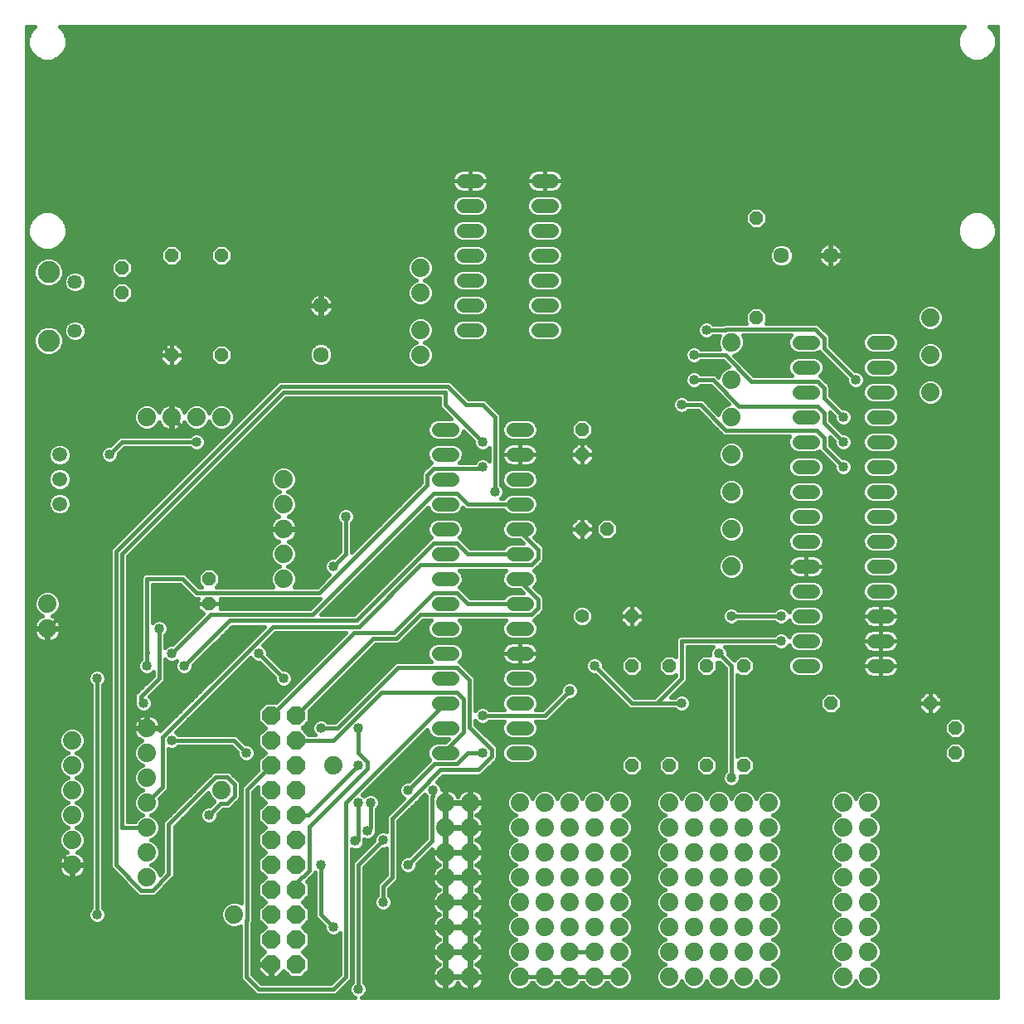
<source format=gbl>
G75*
%MOIN*%
%OFA0B0*%
%FSLAX25Y25*%
%IPPOS*%
%LPD*%
%AMOC8*
5,1,8,0,0,1.08239X$1,22.5*
%
%ADD10C,0.05746*%
%ADD11C,0.08858*%
%ADD12C,0.07400*%
%ADD13C,0.05943*%
%ADD14OC8,0.05600*%
%ADD15C,0.06337*%
%ADD16C,0.05600*%
%ADD17OC8,0.07400*%
%ADD18C,0.05600*%
%ADD19C,0.01600*%
%ADD20C,0.04000*%
D10*
X0112380Y0272991D03*
X0112380Y0292676D03*
D11*
X0101750Y0296613D03*
X0101750Y0269054D03*
D12*
X0141250Y0238333D03*
X0151250Y0238333D03*
X0161250Y0238333D03*
X0171250Y0238333D03*
X0196250Y0213333D03*
X0196250Y0203333D03*
X0196250Y0193333D03*
X0196250Y0183333D03*
X0196250Y0173333D03*
X0141250Y0113333D03*
X0141250Y0103333D03*
X0141250Y0093333D03*
X0141250Y0083333D03*
X0141250Y0073333D03*
X0141250Y0063333D03*
X0141250Y0053333D03*
X0111250Y0058333D03*
X0111250Y0068333D03*
X0111250Y0078333D03*
X0111250Y0088333D03*
X0111250Y0098333D03*
X0111250Y0108333D03*
X0101250Y0153333D03*
X0101250Y0163333D03*
X0171250Y0088333D03*
X0216250Y0098333D03*
X0261250Y0083333D03*
X0261250Y0073333D03*
X0271250Y0073333D03*
X0271250Y0083333D03*
X0291250Y0083333D03*
X0291250Y0073333D03*
X0301250Y0073333D03*
X0311250Y0073333D03*
X0321250Y0073333D03*
X0331250Y0073333D03*
X0331250Y0083333D03*
X0321250Y0083333D03*
X0311250Y0083333D03*
X0301250Y0083333D03*
X0301250Y0063333D03*
X0301250Y0053333D03*
X0291250Y0053333D03*
X0291250Y0063333D03*
X0271250Y0063333D03*
X0271250Y0053333D03*
X0261250Y0053333D03*
X0261250Y0063333D03*
X0261250Y0043333D03*
X0261250Y0033333D03*
X0271250Y0033333D03*
X0271250Y0043333D03*
X0291250Y0043333D03*
X0291250Y0033333D03*
X0301250Y0033333D03*
X0311250Y0033333D03*
X0321250Y0033333D03*
X0331250Y0033333D03*
X0331250Y0043333D03*
X0321250Y0043333D03*
X0311250Y0043333D03*
X0301250Y0043333D03*
X0311250Y0053333D03*
X0321250Y0053333D03*
X0331250Y0053333D03*
X0331250Y0063333D03*
X0321250Y0063333D03*
X0311250Y0063333D03*
X0351250Y0063333D03*
X0351250Y0053333D03*
X0351250Y0043333D03*
X0351250Y0033333D03*
X0351250Y0023333D03*
X0351250Y0013333D03*
X0361250Y0013333D03*
X0371250Y0013333D03*
X0381250Y0013333D03*
X0391250Y0013333D03*
X0391250Y0023333D03*
X0381250Y0023333D03*
X0371250Y0023333D03*
X0361250Y0023333D03*
X0361250Y0033333D03*
X0371250Y0033333D03*
X0381250Y0033333D03*
X0391250Y0033333D03*
X0391250Y0043333D03*
X0381250Y0043333D03*
X0371250Y0043333D03*
X0361250Y0043333D03*
X0361250Y0053333D03*
X0371250Y0053333D03*
X0381250Y0053333D03*
X0391250Y0053333D03*
X0391250Y0063333D03*
X0381250Y0063333D03*
X0371250Y0063333D03*
X0361250Y0063333D03*
X0361250Y0073333D03*
X0371250Y0073333D03*
X0381250Y0073333D03*
X0391250Y0073333D03*
X0391250Y0083333D03*
X0381250Y0083333D03*
X0371250Y0083333D03*
X0361250Y0083333D03*
X0351250Y0083333D03*
X0351250Y0073333D03*
X0331250Y0023333D03*
X0331250Y0013333D03*
X0321250Y0013333D03*
X0311250Y0013333D03*
X0301250Y0013333D03*
X0291250Y0013333D03*
X0291250Y0023333D03*
X0301250Y0023333D03*
X0311250Y0023333D03*
X0321250Y0023333D03*
X0271250Y0023333D03*
X0271250Y0013333D03*
X0261250Y0013333D03*
X0261250Y0023333D03*
X0176250Y0038333D03*
X0376250Y0178333D03*
X0376250Y0193333D03*
X0376250Y0208333D03*
X0376250Y0223333D03*
X0376250Y0238333D03*
X0376250Y0253333D03*
X0376250Y0268333D03*
X0456250Y0263333D03*
X0456250Y0248333D03*
X0456250Y0278333D03*
X0251250Y0273333D03*
X0251250Y0263333D03*
X0251250Y0288333D03*
X0251250Y0298333D03*
X0421250Y0083333D03*
X0421250Y0073333D03*
X0431250Y0073333D03*
X0431250Y0083333D03*
X0431250Y0063333D03*
X0431250Y0053333D03*
X0421250Y0053333D03*
X0421250Y0063333D03*
X0421250Y0043333D03*
X0421250Y0033333D03*
X0431250Y0033333D03*
X0431250Y0043333D03*
X0431250Y0023333D03*
X0431250Y0013333D03*
X0421250Y0013333D03*
X0421250Y0023333D03*
D13*
X0106250Y0203491D03*
X0106250Y0213333D03*
X0106250Y0223176D03*
D14*
X0151250Y0263333D03*
X0171250Y0263333D03*
X0131250Y0288333D03*
X0131250Y0298333D03*
X0151250Y0303333D03*
X0171250Y0303333D03*
X0316250Y0233333D03*
X0316250Y0223333D03*
X0316250Y0193333D03*
X0326250Y0193333D03*
X0336250Y0158333D03*
X0336250Y0138333D03*
X0351250Y0138333D03*
X0366250Y0138333D03*
X0381250Y0138333D03*
X0416250Y0123333D03*
X0381250Y0098333D03*
X0366250Y0098333D03*
X0351250Y0098333D03*
X0336250Y0098333D03*
X0456250Y0123333D03*
X0466250Y0113333D03*
X0466250Y0103333D03*
X0386250Y0278333D03*
X0386250Y0318333D03*
X0166250Y0173333D03*
X0166250Y0163333D03*
D15*
X0211250Y0263491D03*
X0211250Y0283176D03*
X0396407Y0303333D03*
X0416093Y0303333D03*
D16*
X0409050Y0268333D02*
X0403450Y0268333D01*
X0403450Y0258333D02*
X0409050Y0258333D01*
X0409050Y0248333D02*
X0403450Y0248333D01*
X0403450Y0238333D02*
X0409050Y0238333D01*
X0409050Y0228333D02*
X0403450Y0228333D01*
X0403450Y0218333D02*
X0409050Y0218333D01*
X0409050Y0208333D02*
X0403450Y0208333D01*
X0403450Y0198333D02*
X0409050Y0198333D01*
X0409050Y0188333D02*
X0403450Y0188333D01*
X0403450Y0178333D02*
X0409050Y0178333D01*
X0409050Y0168333D02*
X0403450Y0168333D01*
X0403450Y0158333D02*
X0409050Y0158333D01*
X0409050Y0148333D02*
X0403450Y0148333D01*
X0403450Y0138333D02*
X0409050Y0138333D01*
X0433450Y0138333D02*
X0439050Y0138333D01*
X0439050Y0148333D02*
X0433450Y0148333D01*
X0433450Y0158333D02*
X0439050Y0158333D01*
X0439050Y0168333D02*
X0433450Y0168333D01*
X0433450Y0178333D02*
X0439050Y0178333D01*
X0439050Y0188333D02*
X0433450Y0188333D01*
X0433450Y0198333D02*
X0439050Y0198333D01*
X0439050Y0208333D02*
X0433450Y0208333D01*
X0433450Y0218333D02*
X0439050Y0218333D01*
X0439050Y0228333D02*
X0433450Y0228333D01*
X0433450Y0238333D02*
X0439050Y0238333D01*
X0439050Y0248333D02*
X0433450Y0248333D01*
X0433450Y0258333D02*
X0439050Y0258333D01*
X0439050Y0268333D02*
X0433450Y0268333D01*
X0304050Y0273333D02*
X0298450Y0273333D01*
X0298450Y0283333D02*
X0304050Y0283333D01*
X0304050Y0293333D02*
X0298450Y0293333D01*
X0298450Y0303333D02*
X0304050Y0303333D01*
X0304050Y0313333D02*
X0298450Y0313333D01*
X0298450Y0323333D02*
X0304050Y0323333D01*
X0304050Y0333333D02*
X0298450Y0333333D01*
X0274050Y0333333D02*
X0268450Y0333333D01*
X0268450Y0323333D02*
X0274050Y0323333D01*
X0274050Y0313333D02*
X0268450Y0313333D01*
X0268450Y0303333D02*
X0274050Y0303333D01*
X0274050Y0293333D02*
X0268450Y0293333D01*
X0268450Y0283333D02*
X0274050Y0283333D01*
X0274050Y0273333D02*
X0268450Y0273333D01*
X0264050Y0233333D02*
X0258450Y0233333D01*
X0258450Y0223333D02*
X0264050Y0223333D01*
X0264050Y0213333D02*
X0258450Y0213333D01*
X0258450Y0203333D02*
X0264050Y0203333D01*
X0264050Y0193333D02*
X0258450Y0193333D01*
X0258450Y0183333D02*
X0264050Y0183333D01*
X0264050Y0173333D02*
X0258450Y0173333D01*
X0258450Y0163333D02*
X0264050Y0163333D01*
X0264050Y0153333D02*
X0258450Y0153333D01*
X0258450Y0143333D02*
X0264050Y0143333D01*
X0264050Y0133333D02*
X0258450Y0133333D01*
X0258450Y0123333D02*
X0264050Y0123333D01*
X0264050Y0113333D02*
X0258450Y0113333D01*
X0258450Y0103333D02*
X0264050Y0103333D01*
X0288450Y0103333D02*
X0294050Y0103333D01*
X0294050Y0113333D02*
X0288450Y0113333D01*
X0288450Y0123333D02*
X0294050Y0123333D01*
X0294050Y0133333D02*
X0288450Y0133333D01*
X0288450Y0143333D02*
X0294050Y0143333D01*
X0294050Y0153333D02*
X0288450Y0153333D01*
X0288450Y0163333D02*
X0294050Y0163333D01*
X0294050Y0173333D02*
X0288450Y0173333D01*
X0288450Y0183333D02*
X0294050Y0183333D01*
X0294050Y0193333D02*
X0288450Y0193333D01*
X0288450Y0203333D02*
X0294050Y0203333D01*
X0294050Y0213333D02*
X0288450Y0213333D01*
X0288450Y0223333D02*
X0294050Y0223333D01*
X0294050Y0233333D02*
X0288450Y0233333D01*
D17*
X0201250Y0118333D03*
X0201250Y0108333D03*
X0191250Y0108333D03*
X0191250Y0118333D03*
X0191250Y0098333D03*
X0191250Y0088333D03*
X0201250Y0088333D03*
X0201250Y0098333D03*
X0201250Y0078333D03*
X0201250Y0068333D03*
X0191250Y0068333D03*
X0191250Y0078333D03*
X0191250Y0058333D03*
X0191250Y0048333D03*
X0201250Y0048333D03*
X0201250Y0058333D03*
X0201250Y0038333D03*
X0201250Y0028333D03*
X0191250Y0028333D03*
X0191250Y0038333D03*
X0191250Y0018333D03*
X0201250Y0018333D03*
D18*
X0316250Y0158333D03*
D19*
X0092850Y0004933D02*
X0092850Y0395434D01*
X0096249Y0395434D01*
X0094595Y0393780D01*
X0093400Y0390895D01*
X0093400Y0387772D01*
X0094595Y0384887D01*
X0096803Y0382678D01*
X0099689Y0381483D01*
X0102811Y0381483D01*
X0105697Y0382678D01*
X0107905Y0384887D01*
X0109100Y0387772D01*
X0109100Y0390895D01*
X0107905Y0393780D01*
X0106251Y0395434D01*
X0469949Y0395434D01*
X0468295Y0393780D01*
X0467100Y0390895D01*
X0467100Y0387772D01*
X0468295Y0384887D01*
X0470503Y0382678D01*
X0473389Y0381483D01*
X0476511Y0381483D01*
X0479397Y0382678D01*
X0481605Y0384887D01*
X0482800Y0387772D01*
X0482800Y0390895D01*
X0481605Y0393780D01*
X0479951Y0395434D01*
X0483351Y0395434D01*
X0483351Y0004933D01*
X0227449Y0004933D01*
X0228289Y0005281D01*
X0229302Y0006294D01*
X0229850Y0007617D01*
X0229850Y0009049D01*
X0229302Y0010373D01*
X0228650Y0011024D01*
X0228650Y0057339D01*
X0236044Y0064733D01*
X0236966Y0064733D01*
X0237450Y0064934D01*
X0237450Y0054327D01*
X0234891Y0051768D01*
X0234215Y0051093D01*
X0233850Y0050211D01*
X0233850Y0046024D01*
X0233198Y0045373D01*
X0232650Y0044049D01*
X0232650Y0042617D01*
X0233198Y0041294D01*
X0234211Y0040281D01*
X0235534Y0039733D01*
X0236966Y0039733D01*
X0238289Y0040281D01*
X0239302Y0041294D01*
X0239850Y0042617D01*
X0239850Y0044049D01*
X0239302Y0045373D01*
X0238650Y0046024D01*
X0238650Y0048739D01*
X0241885Y0051974D01*
X0242250Y0052856D01*
X0242250Y0075848D01*
X0251885Y0085483D01*
X0252014Y0085794D01*
X0252998Y0086778D01*
X0253198Y0086294D01*
X0253550Y0085942D01*
X0253550Y0069027D01*
X0246456Y0061933D01*
X0245534Y0061933D01*
X0244211Y0061385D01*
X0243198Y0060373D01*
X0242650Y0059049D01*
X0242650Y0057617D01*
X0243198Y0056294D01*
X0244211Y0055281D01*
X0245534Y0054733D01*
X0246966Y0054733D01*
X0248289Y0055281D01*
X0249302Y0056294D01*
X0249850Y0057617D01*
X0249850Y0058539D01*
X0255877Y0064566D01*
X0255750Y0063766D01*
X0255750Y0063533D01*
X0261050Y0063533D01*
X0261050Y0063133D01*
X0261450Y0063133D01*
X0261450Y0057833D01*
X0261450Y0053533D01*
X0271050Y0053533D01*
X0271050Y0053133D01*
X0271450Y0053133D01*
X0271450Y0047833D01*
X0271450Y0043533D01*
X0276750Y0043533D01*
X0276750Y0043766D01*
X0276615Y0044621D01*
X0276347Y0045445D01*
X0275954Y0046216D01*
X0275445Y0046916D01*
X0274833Y0047528D01*
X0274133Y0048037D01*
X0273552Y0048333D01*
X0274133Y0048629D01*
X0274833Y0049138D01*
X0275445Y0049750D01*
X0275954Y0050451D01*
X0276347Y0051222D01*
X0276615Y0052045D01*
X0276750Y0052900D01*
X0276750Y0053133D01*
X0271450Y0053133D01*
X0271450Y0053533D01*
X0276750Y0053533D01*
X0276750Y0053766D01*
X0276615Y0054621D01*
X0276347Y0055445D01*
X0275954Y0056216D01*
X0275445Y0056916D01*
X0274833Y0057528D01*
X0274133Y0058037D01*
X0273552Y0058333D01*
X0274133Y0058629D01*
X0274833Y0059138D01*
X0275445Y0059750D01*
X0275954Y0060451D01*
X0276347Y0061222D01*
X0276615Y0062045D01*
X0276750Y0062900D01*
X0276750Y0063133D01*
X0271450Y0063133D01*
X0271450Y0057833D01*
X0271450Y0053533D01*
X0271050Y0053533D01*
X0271050Y0063133D01*
X0271450Y0063133D01*
X0271450Y0063533D01*
X0276750Y0063533D01*
X0276750Y0063766D01*
X0276615Y0064621D01*
X0276347Y0065445D01*
X0275954Y0066216D01*
X0275445Y0066916D01*
X0274833Y0067528D01*
X0274133Y0068037D01*
X0273552Y0068333D01*
X0274133Y0068629D01*
X0274833Y0069138D01*
X0275445Y0069750D01*
X0275954Y0070451D01*
X0276347Y0071222D01*
X0276615Y0072045D01*
X0276750Y0072900D01*
X0276750Y0073133D01*
X0271450Y0073133D01*
X0271450Y0067833D01*
X0271450Y0063533D01*
X0271050Y0063533D01*
X0271050Y0063133D01*
X0265750Y0063133D01*
X0261450Y0063133D01*
X0261450Y0063533D01*
X0271050Y0063533D01*
X0271050Y0073133D01*
X0271450Y0073133D01*
X0271450Y0073533D01*
X0276750Y0073533D01*
X0276750Y0073766D01*
X0276615Y0074621D01*
X0276347Y0075445D01*
X0275954Y0076216D01*
X0275445Y0076916D01*
X0274833Y0077528D01*
X0274133Y0078037D01*
X0273552Y0078333D01*
X0274133Y0078629D01*
X0274833Y0079138D01*
X0275445Y0079750D01*
X0275954Y0080451D01*
X0276347Y0081222D01*
X0276615Y0082045D01*
X0276750Y0082900D01*
X0276750Y0083133D01*
X0271450Y0083133D01*
X0271450Y0077833D01*
X0271450Y0073533D01*
X0271050Y0073533D01*
X0271050Y0073133D01*
X0265750Y0073133D01*
X0261450Y0073133D01*
X0261450Y0067833D01*
X0261450Y0063533D01*
X0261050Y0063533D01*
X0261050Y0073133D01*
X0261450Y0073133D01*
X0261450Y0073533D01*
X0271050Y0073533D01*
X0271050Y0083133D01*
X0271450Y0083133D01*
X0271450Y0083533D01*
X0276750Y0083533D01*
X0276750Y0083766D01*
X0276615Y0084621D01*
X0276347Y0085445D01*
X0275954Y0086216D01*
X0275445Y0086916D01*
X0274833Y0087528D01*
X0274133Y0088037D01*
X0273361Y0088430D01*
X0272538Y0088698D01*
X0271683Y0088833D01*
X0271450Y0088833D01*
X0271450Y0083533D01*
X0271050Y0083533D01*
X0271050Y0083133D01*
X0265750Y0083133D01*
X0261450Y0083133D01*
X0261450Y0077833D01*
X0261450Y0073533D01*
X0261050Y0073533D01*
X0261050Y0083133D01*
X0261450Y0083133D01*
X0261450Y0083533D01*
X0271050Y0083533D01*
X0271050Y0088833D01*
X0270817Y0088833D01*
X0269962Y0088698D01*
X0269139Y0088430D01*
X0268367Y0088037D01*
X0267667Y0087528D01*
X0267055Y0086916D01*
X0266546Y0086216D01*
X0266250Y0085635D01*
X0265954Y0086216D01*
X0265445Y0086916D01*
X0264833Y0087528D01*
X0264133Y0088037D01*
X0263361Y0088430D01*
X0262538Y0088698D01*
X0261683Y0088833D01*
X0261450Y0088833D01*
X0261450Y0083533D01*
X0261050Y0083533D01*
X0261050Y0088833D01*
X0260817Y0088833D01*
X0259962Y0088698D01*
X0259850Y0088661D01*
X0259850Y0089049D01*
X0259302Y0090373D01*
X0258289Y0091385D01*
X0257805Y0091586D01*
X0260353Y0094133D01*
X0275019Y0094133D01*
X0275901Y0094499D01*
X0276576Y0095174D01*
X0281885Y0100483D01*
X0282250Y0101365D01*
X0282250Y0105302D01*
X0281885Y0106184D01*
X0273250Y0114819D01*
X0273250Y0116242D01*
X0274211Y0115281D01*
X0275534Y0114733D01*
X0276966Y0114733D01*
X0278289Y0115281D01*
X0278941Y0115933D01*
X0284827Y0115933D01*
X0284720Y0115826D01*
X0284050Y0114209D01*
X0284050Y0112458D01*
X0284720Y0110841D01*
X0285958Y0109603D01*
X0287575Y0108933D01*
X0294925Y0108933D01*
X0296542Y0109603D01*
X0297780Y0110841D01*
X0298450Y0112458D01*
X0298450Y0114209D01*
X0297780Y0115826D01*
X0297673Y0115933D01*
X0301727Y0115933D01*
X0302609Y0116299D01*
X0303285Y0116974D01*
X0311044Y0124733D01*
X0311966Y0124733D01*
X0313289Y0125281D01*
X0314302Y0126294D01*
X0314850Y0127617D01*
X0314850Y0129049D01*
X0314302Y0130373D01*
X0313289Y0131385D01*
X0311966Y0131933D01*
X0310534Y0131933D01*
X0309211Y0131385D01*
X0308198Y0130373D01*
X0307650Y0129049D01*
X0307650Y0128127D01*
X0300256Y0120733D01*
X0297673Y0120733D01*
X0297780Y0120841D01*
X0298450Y0122458D01*
X0298450Y0124209D01*
X0297780Y0125826D01*
X0296542Y0127063D01*
X0294925Y0127733D01*
X0287575Y0127733D01*
X0285958Y0127063D01*
X0284720Y0125826D01*
X0284050Y0124209D01*
X0284050Y0122458D01*
X0284720Y0120841D01*
X0284827Y0120733D01*
X0278941Y0120733D01*
X0278289Y0121385D01*
X0276966Y0121933D01*
X0275534Y0121933D01*
X0274211Y0121385D01*
X0273250Y0120424D01*
X0273250Y0133233D01*
X0272885Y0134115D01*
X0272209Y0134791D01*
X0267232Y0139768D01*
X0266861Y0139922D01*
X0267780Y0140841D01*
X0268450Y0142458D01*
X0268450Y0144209D01*
X0267780Y0145826D01*
X0266542Y0147063D01*
X0264925Y0147733D01*
X0257575Y0147733D01*
X0255958Y0147063D01*
X0254720Y0145826D01*
X0254050Y0144209D01*
X0254050Y0142458D01*
X0254720Y0140841D01*
X0255427Y0140133D01*
X0241687Y0140133D01*
X0240805Y0139768D01*
X0240130Y0139093D01*
X0216771Y0115733D01*
X0213941Y0115733D01*
X0213289Y0116385D01*
X0211966Y0116933D01*
X0210534Y0116933D01*
X0209211Y0116385D01*
X0208198Y0115373D01*
X0207650Y0114049D01*
X0207650Y0112617D01*
X0208198Y0111294D01*
X0208759Y0110733D01*
X0206345Y0110733D01*
X0203745Y0113333D01*
X0206550Y0116138D01*
X0206550Y0120239D01*
X0233244Y0146933D01*
X0242099Y0146933D01*
X0242981Y0147299D01*
X0252216Y0156533D01*
X0255427Y0156533D01*
X0254720Y0155826D01*
X0254050Y0154209D01*
X0254050Y0152458D01*
X0254720Y0150841D01*
X0255958Y0149603D01*
X0257575Y0148933D01*
X0264925Y0148933D01*
X0266542Y0149603D01*
X0267780Y0150841D01*
X0268450Y0152458D01*
X0268450Y0154209D01*
X0267780Y0155826D01*
X0267073Y0156533D01*
X0285427Y0156533D01*
X0284720Y0155826D01*
X0284050Y0154209D01*
X0284050Y0152458D01*
X0284720Y0150841D01*
X0285958Y0149603D01*
X0287575Y0148933D01*
X0294925Y0148933D01*
X0296542Y0149603D01*
X0297780Y0150841D01*
X0298450Y0152458D01*
X0298450Y0154209D01*
X0297780Y0155826D01*
X0296861Y0156745D01*
X0297232Y0156899D01*
X0297907Y0157574D01*
X0299809Y0159476D01*
X0300485Y0160151D01*
X0300850Y0161033D01*
X0300850Y0165633D01*
X0300485Y0166515D01*
X0296970Y0170030D01*
X0297780Y0170841D01*
X0298450Y0172458D01*
X0298450Y0174209D01*
X0297780Y0175826D01*
X0296861Y0176745D01*
X0297232Y0176899D01*
X0299809Y0179476D01*
X0300485Y0180151D01*
X0300850Y0181033D01*
X0300850Y0185633D01*
X0300485Y0186515D01*
X0299809Y0187191D01*
X0296970Y0190030D01*
X0297780Y0190841D01*
X0298450Y0192458D01*
X0298450Y0194209D01*
X0297780Y0195826D01*
X0296542Y0197063D01*
X0294925Y0197733D01*
X0287575Y0197733D01*
X0285958Y0197063D01*
X0284720Y0195826D01*
X0284050Y0194209D01*
X0284050Y0192458D01*
X0284720Y0190841D01*
X0285958Y0189603D01*
X0287575Y0188933D01*
X0291278Y0188933D01*
X0292478Y0187733D01*
X0287575Y0187733D01*
X0285958Y0187063D01*
X0284720Y0185826D01*
X0284682Y0185733D01*
X0271267Y0185733D01*
X0267232Y0189768D01*
X0266861Y0189922D01*
X0267780Y0190841D01*
X0268450Y0192458D01*
X0268450Y0194209D01*
X0267780Y0195826D01*
X0266542Y0197063D01*
X0264925Y0197733D01*
X0257575Y0197733D01*
X0255958Y0197063D01*
X0254720Y0195826D01*
X0254050Y0194209D01*
X0254050Y0192458D01*
X0254720Y0190841D01*
X0255639Y0189922D01*
X0255268Y0189768D01*
X0224433Y0158933D01*
X0211222Y0158933D01*
X0254254Y0201966D01*
X0254720Y0200841D01*
X0255958Y0199603D01*
X0257575Y0198933D01*
X0264925Y0198933D01*
X0266542Y0199603D01*
X0267780Y0200841D01*
X0268246Y0201966D01*
X0268913Y0201299D01*
X0269795Y0200933D01*
X0284682Y0200933D01*
X0284720Y0200841D01*
X0285958Y0199603D01*
X0287575Y0198933D01*
X0294925Y0198933D01*
X0296542Y0199603D01*
X0297780Y0200841D01*
X0298450Y0202458D01*
X0298450Y0204209D01*
X0297780Y0205826D01*
X0296542Y0207063D01*
X0294925Y0207733D01*
X0287575Y0207733D01*
X0285958Y0207063D01*
X0284720Y0205826D01*
X0284682Y0205733D01*
X0283741Y0205733D01*
X0284302Y0206294D01*
X0284850Y0207617D01*
X0284850Y0209049D01*
X0284302Y0210373D01*
X0283650Y0211024D01*
X0283650Y0238811D01*
X0283285Y0239693D01*
X0282609Y0240368D01*
X0277609Y0245368D01*
X0276727Y0245733D01*
X0270638Y0245733D01*
X0263604Y0252768D01*
X0262722Y0253133D01*
X0194778Y0253133D01*
X0193896Y0252768D01*
X0193221Y0252093D01*
X0127491Y0186362D01*
X0126815Y0185687D01*
X0126450Y0184805D01*
X0126450Y0057761D01*
X0126815Y0056878D01*
X0127491Y0056203D01*
X0137695Y0045999D01*
X0138577Y0045633D01*
X0143923Y0045633D01*
X0144805Y0045999D01*
X0151409Y0052603D01*
X0152085Y0053278D01*
X0152450Y0054161D01*
X0152450Y0073635D01*
X0165992Y0087177D01*
X0166757Y0085331D01*
X0168248Y0083840D01*
X0168329Y0083807D01*
X0166456Y0081933D01*
X0165534Y0081933D01*
X0164211Y0081385D01*
X0163198Y0080373D01*
X0162650Y0079049D01*
X0162650Y0077617D01*
X0163198Y0076294D01*
X0164211Y0075281D01*
X0165534Y0074733D01*
X0166966Y0074733D01*
X0168289Y0075281D01*
X0169302Y0076294D01*
X0169850Y0077617D01*
X0169850Y0078539D01*
X0171944Y0080633D01*
X0173923Y0080633D01*
X0174805Y0080999D01*
X0178585Y0084778D01*
X0178950Y0085661D01*
X0178950Y0091006D01*
X0178585Y0091888D01*
X0175480Y0094993D01*
X0174805Y0095668D01*
X0173923Y0096033D01*
X0168577Y0096033D01*
X0167695Y0095668D01*
X0148691Y0076663D01*
X0148691Y0076663D01*
X0148015Y0075988D01*
X0147650Y0075106D01*
X0147650Y0055632D01*
X0146508Y0054490D01*
X0145743Y0056336D01*
X0144252Y0057826D01*
X0143028Y0058333D01*
X0144252Y0058840D01*
X0145743Y0060331D01*
X0146550Y0062279D01*
X0146550Y0064388D01*
X0145743Y0066336D01*
X0144252Y0067826D01*
X0143028Y0068333D01*
X0144252Y0068840D01*
X0145743Y0070331D01*
X0146550Y0072279D01*
X0146550Y0074388D01*
X0145743Y0076336D01*
X0144252Y0077826D01*
X0143028Y0078333D01*
X0144252Y0078840D01*
X0145743Y0080331D01*
X0146550Y0082279D01*
X0146550Y0084388D01*
X0146301Y0084990D01*
X0149009Y0087699D01*
X0149009Y0087699D01*
X0149685Y0088374D01*
X0150050Y0089256D01*
X0150050Y0104934D01*
X0150534Y0104733D01*
X0151966Y0104733D01*
X0153289Y0105281D01*
X0153941Y0105933D01*
X0175256Y0105933D01*
X0177650Y0103539D01*
X0177650Y0102617D01*
X0178198Y0101294D01*
X0179211Y0100281D01*
X0180534Y0099733D01*
X0181966Y0099733D01*
X0183289Y0100281D01*
X0184302Y0101294D01*
X0184850Y0102617D01*
X0184850Y0104049D01*
X0184302Y0105373D01*
X0183289Y0106385D01*
X0181966Y0106933D01*
X0181044Y0106933D01*
X0177609Y0110368D01*
X0176727Y0110733D01*
X0153941Y0110733D01*
X0153289Y0111385D01*
X0152805Y0111586D01*
X0182998Y0141778D01*
X0183198Y0141294D01*
X0184211Y0140281D01*
X0185534Y0139733D01*
X0186456Y0139733D01*
X0192650Y0133539D01*
X0192650Y0132617D01*
X0193198Y0131294D01*
X0194211Y0130281D01*
X0195534Y0129733D01*
X0196966Y0129733D01*
X0198289Y0130281D01*
X0199302Y0131294D01*
X0199850Y0132617D01*
X0199850Y0134049D01*
X0199302Y0135373D01*
X0198289Y0136385D01*
X0196966Y0136933D01*
X0196044Y0136933D01*
X0189850Y0143127D01*
X0189850Y0144049D01*
X0189302Y0145373D01*
X0188289Y0146385D01*
X0187805Y0146586D01*
X0192953Y0151733D01*
X0221256Y0151733D01*
X0193156Y0123633D01*
X0189055Y0123633D01*
X0185950Y0120529D01*
X0185950Y0116138D01*
X0188755Y0113333D01*
X0185950Y0110529D01*
X0185950Y0106138D01*
X0188755Y0103333D01*
X0185950Y0100529D01*
X0185950Y0096427D01*
X0180191Y0090668D01*
X0179515Y0089993D01*
X0179150Y0089111D01*
X0179150Y0042869D01*
X0177304Y0043633D01*
X0175196Y0043633D01*
X0173248Y0042826D01*
X0171757Y0041336D01*
X0170950Y0039388D01*
X0170950Y0037279D01*
X0171757Y0035331D01*
X0173248Y0033840D01*
X0175196Y0033033D01*
X0177304Y0033033D01*
X0178850Y0033674D01*
X0178850Y0012856D01*
X0179215Y0011974D01*
X0184215Y0006974D01*
X0184891Y0006299D01*
X0185773Y0005933D01*
X0216727Y0005933D01*
X0217609Y0006299D01*
X0222609Y0011299D01*
X0223285Y0011974D01*
X0223650Y0012856D01*
X0223650Y0064520D01*
X0224334Y0064236D01*
X0225766Y0064236D01*
X0227089Y0064784D01*
X0228102Y0065797D01*
X0228650Y0067120D01*
X0228650Y0068534D01*
X0229134Y0068333D01*
X0230566Y0068333D01*
X0231889Y0068881D01*
X0232902Y0069894D01*
X0233450Y0071217D01*
X0233450Y0072438D01*
X0233604Y0072810D01*
X0233604Y0080688D01*
X0234256Y0081340D01*
X0234804Y0082663D01*
X0234804Y0084095D01*
X0234256Y0085418D01*
X0233244Y0086431D01*
X0231920Y0086979D01*
X0230488Y0086979D01*
X0229165Y0086431D01*
X0228704Y0085970D01*
X0228335Y0086340D01*
X0227851Y0086540D01*
X0254050Y0112739D01*
X0254050Y0112458D01*
X0254720Y0110841D01*
X0255958Y0109603D01*
X0257575Y0108933D01*
X0262478Y0108933D01*
X0261278Y0107733D01*
X0257575Y0107733D01*
X0255958Y0107063D01*
X0254720Y0105826D01*
X0254050Y0104209D01*
X0254050Y0102458D01*
X0254720Y0100841D01*
X0255042Y0100519D01*
X0254815Y0100293D01*
X0246456Y0091933D01*
X0245534Y0091933D01*
X0244211Y0091385D01*
X0243198Y0090373D01*
X0242650Y0089049D01*
X0242650Y0087617D01*
X0243198Y0086294D01*
X0244211Y0085281D01*
X0244695Y0085081D01*
X0238491Y0078877D01*
X0237815Y0078202D01*
X0237450Y0077320D01*
X0237450Y0071733D01*
X0236966Y0071933D01*
X0235534Y0071933D01*
X0234211Y0071385D01*
X0233198Y0070373D01*
X0232650Y0069049D01*
X0232650Y0068127D01*
X0224215Y0059693D01*
X0223850Y0058811D01*
X0223850Y0011024D01*
X0223198Y0010373D01*
X0222650Y0009049D01*
X0222650Y0007617D01*
X0223198Y0006294D01*
X0224211Y0005281D01*
X0225051Y0004933D01*
X0092850Y0004933D01*
X0092850Y0006530D02*
X0184659Y0006530D01*
X0183060Y0008129D02*
X0092850Y0008129D01*
X0092850Y0009727D02*
X0181462Y0009727D01*
X0179863Y0011326D02*
X0092850Y0011326D01*
X0092850Y0012924D02*
X0178850Y0012924D01*
X0178850Y0014523D02*
X0092850Y0014523D01*
X0092850Y0016121D02*
X0178850Y0016121D01*
X0178850Y0017720D02*
X0092850Y0017720D01*
X0092850Y0019318D02*
X0178850Y0019318D01*
X0178850Y0020917D02*
X0092850Y0020917D01*
X0092850Y0022515D02*
X0178850Y0022515D01*
X0178850Y0024114D02*
X0092850Y0024114D01*
X0092850Y0025712D02*
X0178850Y0025712D01*
X0178850Y0027311D02*
X0092850Y0027311D01*
X0092850Y0028910D02*
X0178850Y0028910D01*
X0178850Y0030508D02*
X0092850Y0030508D01*
X0092850Y0032107D02*
X0178850Y0032107D01*
X0181250Y0035838D02*
X0181550Y0036138D01*
X0181550Y0088633D01*
X0191250Y0098333D01*
X0187862Y0102441D02*
X0184777Y0102441D01*
X0184850Y0104040D02*
X0188048Y0104040D01*
X0186450Y0105638D02*
X0184036Y0105638D01*
X0185950Y0107237D02*
X0180741Y0107237D01*
X0179142Y0108835D02*
X0185950Y0108835D01*
X0185950Y0110434D02*
X0177451Y0110434D01*
X0176250Y0108333D02*
X0181250Y0103333D01*
X0183850Y0100843D02*
X0186264Y0100843D01*
X0185950Y0099244D02*
X0150050Y0099244D01*
X0150050Y0097645D02*
X0185950Y0097645D01*
X0185570Y0096047D02*
X0150050Y0096047D01*
X0150050Y0094448D02*
X0166476Y0094448D01*
X0164877Y0092850D02*
X0150050Y0092850D01*
X0150050Y0091251D02*
X0163279Y0091251D01*
X0161680Y0089653D02*
X0150050Y0089653D01*
X0149365Y0088054D02*
X0160082Y0088054D01*
X0158483Y0086456D02*
X0147767Y0086456D01*
X0146355Y0084857D02*
X0156885Y0084857D01*
X0155286Y0083259D02*
X0146550Y0083259D01*
X0146294Y0081660D02*
X0153688Y0081660D01*
X0152089Y0080062D02*
X0145474Y0080062D01*
X0143342Y0078463D02*
X0150491Y0078463D01*
X0148892Y0076865D02*
X0145214Y0076865D01*
X0146186Y0075266D02*
X0147716Y0075266D01*
X0147650Y0073668D02*
X0146550Y0073668D01*
X0146463Y0072069D02*
X0147650Y0072069D01*
X0147650Y0070471D02*
X0145801Y0070471D01*
X0144284Y0068872D02*
X0147650Y0068872D01*
X0147650Y0067274D02*
X0144805Y0067274D01*
X0146017Y0065675D02*
X0147650Y0065675D01*
X0147650Y0064077D02*
X0146550Y0064077D01*
X0146550Y0062478D02*
X0147650Y0062478D01*
X0147650Y0060880D02*
X0145970Y0060880D01*
X0144693Y0059281D02*
X0147650Y0059281D01*
X0147650Y0057683D02*
X0144396Y0057683D01*
X0145847Y0056084D02*
X0147650Y0056084D01*
X0150050Y0054638D02*
X0150050Y0074629D01*
X0169055Y0093633D01*
X0173445Y0093633D01*
X0176550Y0090529D01*
X0176550Y0086138D01*
X0173445Y0083033D01*
X0170950Y0083033D01*
X0166250Y0078333D01*
X0164875Y0081660D02*
X0160476Y0081660D01*
X0158877Y0080062D02*
X0163069Y0080062D01*
X0162650Y0078463D02*
X0157279Y0078463D01*
X0155680Y0076865D02*
X0162962Y0076865D01*
X0164247Y0075266D02*
X0154082Y0075266D01*
X0152483Y0073668D02*
X0179150Y0073668D01*
X0179150Y0075266D02*
X0168253Y0075266D01*
X0169538Y0076865D02*
X0179150Y0076865D01*
X0179150Y0078463D02*
X0169850Y0078463D01*
X0171373Y0080062D02*
X0179150Y0080062D01*
X0179150Y0081660D02*
X0175467Y0081660D01*
X0177065Y0083259D02*
X0179150Y0083259D01*
X0179150Y0084857D02*
X0178617Y0084857D01*
X0178950Y0086456D02*
X0179150Y0086456D01*
X0179150Y0088054D02*
X0178950Y0088054D01*
X0178950Y0089653D02*
X0179375Y0089653D01*
X0178848Y0091251D02*
X0180774Y0091251D01*
X0182373Y0092850D02*
X0177623Y0092850D01*
X0176024Y0094448D02*
X0183971Y0094448D01*
X0185950Y0089639D02*
X0185950Y0086138D01*
X0188755Y0083333D01*
X0185950Y0080529D01*
X0185950Y0076138D01*
X0188755Y0073333D01*
X0185950Y0070529D01*
X0185950Y0066138D01*
X0188755Y0063333D01*
X0185950Y0060529D01*
X0185950Y0056138D01*
X0188755Y0053333D01*
X0185950Y0050529D01*
X0185950Y0046138D01*
X0188755Y0043333D01*
X0185950Y0040529D01*
X0185950Y0036138D01*
X0188755Y0033333D01*
X0185950Y0030529D01*
X0185950Y0026138D01*
X0188613Y0023475D01*
X0185750Y0020611D01*
X0185750Y0018533D01*
X0191050Y0018533D01*
X0191050Y0018133D01*
X0191450Y0018133D01*
X0191450Y0012833D01*
X0193528Y0012833D01*
X0196391Y0015697D01*
X0199055Y0013033D01*
X0203445Y0013033D01*
X0206550Y0016138D01*
X0206550Y0020529D01*
X0203745Y0023333D01*
X0206550Y0026138D01*
X0206550Y0030529D01*
X0203745Y0033333D01*
X0206550Y0036138D01*
X0206550Y0040529D01*
X0203745Y0043333D01*
X0206550Y0046138D01*
X0206550Y0050529D01*
X0205442Y0051636D01*
X0207909Y0054103D01*
X0208585Y0054778D01*
X0208850Y0055419D01*
X0208850Y0037856D01*
X0209215Y0036974D01*
X0209891Y0036299D01*
X0212650Y0033539D01*
X0212650Y0032617D01*
X0213198Y0031294D01*
X0214211Y0030281D01*
X0215534Y0029733D01*
X0216966Y0029733D01*
X0218289Y0030281D01*
X0218850Y0030842D01*
X0218850Y0014327D01*
X0215256Y0010733D01*
X0187244Y0010733D01*
X0183650Y0014327D01*
X0183650Y0034936D01*
X0183950Y0035661D01*
X0183950Y0087639D01*
X0185950Y0089639D01*
X0185950Y0088054D02*
X0184365Y0088054D01*
X0183950Y0086456D02*
X0185950Y0086456D01*
X0187231Y0084857D02*
X0183950Y0084857D01*
X0183950Y0083259D02*
X0188680Y0083259D01*
X0187082Y0081660D02*
X0183950Y0081660D01*
X0183950Y0080062D02*
X0185950Y0080062D01*
X0185950Y0078463D02*
X0183950Y0078463D01*
X0183950Y0076865D02*
X0185950Y0076865D01*
X0186822Y0075266D02*
X0183950Y0075266D01*
X0183950Y0073668D02*
X0188420Y0073668D01*
X0187491Y0072069D02*
X0183950Y0072069D01*
X0183950Y0070471D02*
X0185950Y0070471D01*
X0185950Y0068872D02*
X0183950Y0068872D01*
X0183950Y0067274D02*
X0185950Y0067274D01*
X0186413Y0065675D02*
X0183950Y0065675D01*
X0183950Y0064077D02*
X0188011Y0064077D01*
X0187900Y0062478D02*
X0183950Y0062478D01*
X0183950Y0060880D02*
X0186301Y0060880D01*
X0185950Y0059281D02*
X0183950Y0059281D01*
X0183950Y0057683D02*
X0185950Y0057683D01*
X0186004Y0056084D02*
X0183950Y0056084D01*
X0183950Y0054486D02*
X0187602Y0054486D01*
X0188309Y0052887D02*
X0183950Y0052887D01*
X0183950Y0051289D02*
X0186710Y0051289D01*
X0185950Y0049690D02*
X0183950Y0049690D01*
X0183950Y0048092D02*
X0185950Y0048092D01*
X0185950Y0046493D02*
X0183950Y0046493D01*
X0183950Y0044895D02*
X0187193Y0044895D01*
X0188717Y0043296D02*
X0183950Y0043296D01*
X0183950Y0041698D02*
X0187119Y0041698D01*
X0185950Y0040099D02*
X0183950Y0040099D01*
X0183950Y0038501D02*
X0185950Y0038501D01*
X0185950Y0036902D02*
X0183950Y0036902D01*
X0183802Y0035304D02*
X0186784Y0035304D01*
X0188383Y0033705D02*
X0183650Y0033705D01*
X0183650Y0032107D02*
X0187528Y0032107D01*
X0185950Y0030508D02*
X0183650Y0030508D01*
X0183650Y0028910D02*
X0185950Y0028910D01*
X0185950Y0027311D02*
X0183650Y0027311D01*
X0183650Y0025712D02*
X0186376Y0025712D01*
X0187974Y0024114D02*
X0183650Y0024114D01*
X0183650Y0022515D02*
X0187654Y0022515D01*
X0186055Y0020917D02*
X0183650Y0020917D01*
X0183650Y0019318D02*
X0185750Y0019318D01*
X0185750Y0018133D02*
X0185750Y0016055D01*
X0188972Y0012833D01*
X0191050Y0012833D01*
X0191050Y0018133D01*
X0185750Y0018133D01*
X0185750Y0017720D02*
X0183650Y0017720D01*
X0183650Y0016121D02*
X0185750Y0016121D01*
X0187282Y0014523D02*
X0183650Y0014523D01*
X0185053Y0012924D02*
X0188881Y0012924D01*
X0191050Y0012924D02*
X0191450Y0012924D01*
X0191450Y0014523D02*
X0191050Y0014523D01*
X0191050Y0016121D02*
X0191450Y0016121D01*
X0191450Y0017720D02*
X0191050Y0017720D01*
X0195218Y0014523D02*
X0197565Y0014523D01*
X0193619Y0012924D02*
X0217447Y0012924D01*
X0218850Y0014523D02*
X0204935Y0014523D01*
X0206533Y0016121D02*
X0218850Y0016121D01*
X0218850Y0017720D02*
X0206550Y0017720D01*
X0206550Y0019318D02*
X0218850Y0019318D01*
X0218850Y0020917D02*
X0206162Y0020917D01*
X0204563Y0022515D02*
X0218850Y0022515D01*
X0218850Y0024114D02*
X0204526Y0024114D01*
X0206124Y0025712D02*
X0218850Y0025712D01*
X0218850Y0027311D02*
X0206550Y0027311D01*
X0206550Y0028910D02*
X0218850Y0028910D01*
X0218850Y0030508D02*
X0218516Y0030508D01*
X0216250Y0033333D02*
X0211250Y0038333D01*
X0211250Y0058333D01*
X0208850Y0054486D02*
X0208292Y0054486D01*
X0208850Y0052887D02*
X0206693Y0052887D01*
X0205790Y0051289D02*
X0208850Y0051289D01*
X0208850Y0049690D02*
X0206550Y0049690D01*
X0206550Y0048092D02*
X0208850Y0048092D01*
X0208850Y0046493D02*
X0206550Y0046493D01*
X0205307Y0044895D02*
X0208850Y0044895D01*
X0208850Y0043296D02*
X0203783Y0043296D01*
X0205381Y0041698D02*
X0208850Y0041698D01*
X0208850Y0040099D02*
X0206550Y0040099D01*
X0206550Y0038501D02*
X0208850Y0038501D01*
X0209287Y0036902D02*
X0206550Y0036902D01*
X0205716Y0035304D02*
X0210886Y0035304D01*
X0212484Y0033705D02*
X0204117Y0033705D01*
X0204972Y0032107D02*
X0212862Y0032107D01*
X0213984Y0030508D02*
X0206550Y0030508D01*
X0223650Y0030508D02*
X0223850Y0030508D01*
X0223850Y0028910D02*
X0223650Y0028910D01*
X0223650Y0027311D02*
X0223850Y0027311D01*
X0223850Y0025712D02*
X0223650Y0025712D01*
X0223650Y0024114D02*
X0223850Y0024114D01*
X0223850Y0022515D02*
X0223650Y0022515D01*
X0223650Y0020917D02*
X0223850Y0020917D01*
X0223850Y0019318D02*
X0223650Y0019318D01*
X0223650Y0017720D02*
X0223850Y0017720D01*
X0223850Y0016121D02*
X0223650Y0016121D01*
X0223650Y0014523D02*
X0223850Y0014523D01*
X0223850Y0012924D02*
X0223650Y0012924D01*
X0223850Y0011326D02*
X0222637Y0011326D01*
X0222931Y0009727D02*
X0221038Y0009727D01*
X0219440Y0008129D02*
X0222650Y0008129D01*
X0223100Y0006530D02*
X0217841Y0006530D01*
X0216250Y0008333D02*
X0221250Y0013333D01*
X0221250Y0083333D01*
X0261250Y0123333D01*
X0265873Y0127733D02*
X0235559Y0127733D01*
X0216159Y0108333D01*
X0201250Y0108333D01*
X0205047Y0112032D02*
X0207892Y0112032D01*
X0207650Y0113631D02*
X0204043Y0113631D01*
X0205641Y0115229D02*
X0208139Y0115229D01*
X0206550Y0116828D02*
X0210279Y0116828D01*
X0212221Y0116828D02*
X0217865Y0116828D01*
X0219463Y0118426D02*
X0206550Y0118426D01*
X0206550Y0120025D02*
X0221062Y0120025D01*
X0222660Y0121623D02*
X0207934Y0121623D01*
X0209532Y0123222D02*
X0224259Y0123222D01*
X0225857Y0124820D02*
X0211131Y0124820D01*
X0212729Y0126419D02*
X0227456Y0126419D01*
X0229054Y0128017D02*
X0214328Y0128017D01*
X0215926Y0129616D02*
X0230653Y0129616D01*
X0232251Y0131214D02*
X0217525Y0131214D01*
X0219124Y0132813D02*
X0233850Y0132813D01*
X0235449Y0134411D02*
X0220722Y0134411D01*
X0222321Y0136010D02*
X0237047Y0136010D01*
X0238646Y0137608D02*
X0223919Y0137608D01*
X0225518Y0139207D02*
X0240244Y0139207D01*
X0242165Y0137733D02*
X0265873Y0137733D01*
X0270850Y0132756D01*
X0270850Y0113825D01*
X0279850Y0104825D01*
X0279850Y0101842D01*
X0274541Y0096533D01*
X0259359Y0096533D01*
X0249850Y0087025D01*
X0249850Y0086842D01*
X0239850Y0076842D01*
X0239850Y0053333D01*
X0236250Y0049733D01*
X0236250Y0043333D01*
X0239850Y0043296D02*
X0261050Y0043296D01*
X0261050Y0043133D02*
X0255750Y0043133D01*
X0255750Y0042900D01*
X0255885Y0042045D01*
X0256153Y0041222D01*
X0256546Y0040451D01*
X0257055Y0039750D01*
X0257667Y0039138D01*
X0258367Y0038629D01*
X0258948Y0038333D01*
X0258367Y0038037D01*
X0257667Y0037528D01*
X0257055Y0036916D01*
X0256546Y0036216D01*
X0256153Y0035445D01*
X0255885Y0034621D01*
X0255750Y0033766D01*
X0255750Y0033533D01*
X0261050Y0033533D01*
X0261050Y0033133D01*
X0261450Y0033133D01*
X0261450Y0028833D01*
X0261450Y0023533D01*
X0271050Y0023533D01*
X0271050Y0023133D01*
X0271450Y0023133D01*
X0271450Y0018833D01*
X0271450Y0013533D01*
X0276750Y0013533D01*
X0276750Y0013766D01*
X0276615Y0014621D01*
X0276347Y0015445D01*
X0275954Y0016216D01*
X0275445Y0016916D01*
X0274833Y0017528D01*
X0274133Y0018037D01*
X0273552Y0018333D01*
X0274133Y0018629D01*
X0274833Y0019138D01*
X0275445Y0019750D01*
X0275954Y0020451D01*
X0276347Y0021222D01*
X0276615Y0022045D01*
X0276750Y0022900D01*
X0276750Y0023133D01*
X0271450Y0023133D01*
X0271450Y0023533D01*
X0276750Y0023533D01*
X0276750Y0023766D01*
X0276615Y0024621D01*
X0276347Y0025445D01*
X0275954Y0026216D01*
X0275445Y0026916D01*
X0274833Y0027528D01*
X0274133Y0028037D01*
X0273552Y0028333D01*
X0274133Y0028629D01*
X0274833Y0029138D01*
X0275445Y0029750D01*
X0275954Y0030451D01*
X0276347Y0031222D01*
X0276615Y0032045D01*
X0276750Y0032900D01*
X0276750Y0033133D01*
X0271450Y0033133D01*
X0271450Y0027833D01*
X0271450Y0023533D01*
X0271050Y0023533D01*
X0271050Y0033133D01*
X0271450Y0033133D01*
X0271450Y0033533D01*
X0276750Y0033533D01*
X0276750Y0033766D01*
X0276615Y0034621D01*
X0276347Y0035445D01*
X0275954Y0036216D01*
X0275445Y0036916D01*
X0274833Y0037528D01*
X0274133Y0038037D01*
X0273552Y0038333D01*
X0274133Y0038629D01*
X0274833Y0039138D01*
X0275445Y0039750D01*
X0275954Y0040451D01*
X0276347Y0041222D01*
X0276615Y0042045D01*
X0276750Y0042900D01*
X0276750Y0043133D01*
X0271450Y0043133D01*
X0271450Y0037833D01*
X0271450Y0033533D01*
X0271050Y0033533D01*
X0271050Y0033133D01*
X0265750Y0033133D01*
X0261450Y0033133D01*
X0261450Y0033533D01*
X0271050Y0033533D01*
X0271050Y0043133D01*
X0271450Y0043133D01*
X0271450Y0043533D01*
X0271050Y0043533D01*
X0271050Y0043133D01*
X0265750Y0043133D01*
X0261450Y0043133D01*
X0261450Y0037833D01*
X0261450Y0033533D01*
X0261050Y0033533D01*
X0261050Y0043133D01*
X0261450Y0043133D01*
X0261450Y0043533D01*
X0271050Y0043533D01*
X0271050Y0053133D01*
X0265750Y0053133D01*
X0261450Y0053133D01*
X0261450Y0047833D01*
X0261450Y0043533D01*
X0261050Y0043533D01*
X0261050Y0043133D01*
X0261050Y0043533D02*
X0255750Y0043533D01*
X0255750Y0043766D01*
X0255885Y0044621D01*
X0256153Y0045445D01*
X0256546Y0046216D01*
X0257055Y0046916D01*
X0257667Y0047528D01*
X0258367Y0048037D01*
X0258948Y0048333D01*
X0258367Y0048629D01*
X0257667Y0049138D01*
X0257055Y0049750D01*
X0256546Y0050451D01*
X0256153Y0051222D01*
X0255885Y0052045D01*
X0255750Y0052900D01*
X0255750Y0053133D01*
X0261050Y0053133D01*
X0261450Y0053133D01*
X0261450Y0053533D01*
X0261050Y0053533D01*
X0261050Y0053133D01*
X0261050Y0043533D01*
X0261450Y0043296D02*
X0271050Y0043296D01*
X0271450Y0043296D02*
X0285950Y0043296D01*
X0285950Y0042279D02*
X0286757Y0040331D01*
X0288248Y0038840D01*
X0289472Y0038333D01*
X0288248Y0037826D01*
X0286757Y0036336D01*
X0285950Y0034388D01*
X0285950Y0032279D01*
X0286757Y0030331D01*
X0288248Y0028840D01*
X0289472Y0028333D01*
X0288248Y0027826D01*
X0286757Y0026336D01*
X0285950Y0024388D01*
X0285950Y0022279D01*
X0286757Y0020331D01*
X0288248Y0018840D01*
X0289472Y0018333D01*
X0288248Y0017826D01*
X0286757Y0016336D01*
X0285950Y0014388D01*
X0285950Y0012279D01*
X0286757Y0010331D01*
X0288248Y0008840D01*
X0290196Y0008033D01*
X0292304Y0008033D01*
X0294252Y0008840D01*
X0295743Y0010331D01*
X0295993Y0010933D01*
X0296507Y0010933D01*
X0296757Y0010331D01*
X0298248Y0008840D01*
X0300196Y0008033D01*
X0302304Y0008033D01*
X0304252Y0008840D01*
X0305743Y0010331D01*
X0305993Y0010933D01*
X0306507Y0010933D01*
X0306757Y0010331D01*
X0308248Y0008840D01*
X0310196Y0008033D01*
X0312304Y0008033D01*
X0314252Y0008840D01*
X0315743Y0010331D01*
X0315993Y0010933D01*
X0316507Y0010933D01*
X0316757Y0010331D01*
X0318248Y0008840D01*
X0320196Y0008033D01*
X0322304Y0008033D01*
X0324252Y0008840D01*
X0325743Y0010331D01*
X0325993Y0010933D01*
X0326507Y0010933D01*
X0326757Y0010331D01*
X0328248Y0008840D01*
X0330196Y0008033D01*
X0332304Y0008033D01*
X0334252Y0008840D01*
X0335743Y0010331D01*
X0336550Y0012279D01*
X0336550Y0014388D01*
X0335743Y0016336D01*
X0334252Y0017826D01*
X0333028Y0018333D01*
X0334252Y0018840D01*
X0335743Y0020331D01*
X0336550Y0022279D01*
X0336550Y0024388D01*
X0335743Y0026336D01*
X0334252Y0027826D01*
X0333028Y0028333D01*
X0334252Y0028840D01*
X0335743Y0030331D01*
X0336550Y0032279D01*
X0336550Y0034388D01*
X0335743Y0036336D01*
X0334252Y0037826D01*
X0333028Y0038333D01*
X0334252Y0038840D01*
X0335743Y0040331D01*
X0336550Y0042279D01*
X0336550Y0044388D01*
X0335743Y0046336D01*
X0334252Y0047826D01*
X0333028Y0048333D01*
X0334252Y0048840D01*
X0335743Y0050331D01*
X0336550Y0052279D01*
X0336550Y0054388D01*
X0335743Y0056336D01*
X0334252Y0057826D01*
X0333028Y0058333D01*
X0334252Y0058840D01*
X0335743Y0060331D01*
X0336550Y0062279D01*
X0336550Y0064388D01*
X0335743Y0066336D01*
X0334252Y0067826D01*
X0333028Y0068333D01*
X0334252Y0068840D01*
X0335743Y0070331D01*
X0336550Y0072279D01*
X0336550Y0074388D01*
X0335743Y0076336D01*
X0334252Y0077826D01*
X0333028Y0078333D01*
X0334252Y0078840D01*
X0335743Y0080331D01*
X0336550Y0082279D01*
X0336550Y0084388D01*
X0335743Y0086336D01*
X0334252Y0087826D01*
X0332304Y0088633D01*
X0330196Y0088633D01*
X0328248Y0087826D01*
X0326757Y0086336D01*
X0326250Y0085112D01*
X0325743Y0086336D01*
X0324252Y0087826D01*
X0322304Y0088633D01*
X0320196Y0088633D01*
X0318248Y0087826D01*
X0316757Y0086336D01*
X0316250Y0085112D01*
X0315743Y0086336D01*
X0314252Y0087826D01*
X0312304Y0088633D01*
X0310196Y0088633D01*
X0308248Y0087826D01*
X0306757Y0086336D01*
X0306250Y0085112D01*
X0305743Y0086336D01*
X0304252Y0087826D01*
X0302304Y0088633D01*
X0300196Y0088633D01*
X0298248Y0087826D01*
X0296757Y0086336D01*
X0296250Y0085112D01*
X0295743Y0086336D01*
X0294252Y0087826D01*
X0292304Y0088633D01*
X0290196Y0088633D01*
X0288248Y0087826D01*
X0286757Y0086336D01*
X0285950Y0084388D01*
X0285950Y0082279D01*
X0286757Y0080331D01*
X0288248Y0078840D01*
X0289472Y0078333D01*
X0288248Y0077826D01*
X0286757Y0076336D01*
X0285950Y0074388D01*
X0285950Y0072279D01*
X0286757Y0070331D01*
X0288248Y0068840D01*
X0289472Y0068333D01*
X0288248Y0067826D01*
X0286757Y0066336D01*
X0285950Y0064388D01*
X0285950Y0062279D01*
X0286757Y0060331D01*
X0288248Y0058840D01*
X0289472Y0058333D01*
X0288248Y0057826D01*
X0286757Y0056336D01*
X0285950Y0054388D01*
X0285950Y0052279D01*
X0286757Y0050331D01*
X0288248Y0048840D01*
X0289472Y0048333D01*
X0288248Y0047826D01*
X0286757Y0046336D01*
X0285950Y0044388D01*
X0285950Y0042279D01*
X0286191Y0041698D02*
X0276502Y0041698D01*
X0275699Y0040099D02*
X0286989Y0040099D01*
X0289068Y0038501D02*
X0273880Y0038501D01*
X0275456Y0036902D02*
X0287323Y0036902D01*
X0286329Y0035304D02*
X0276393Y0035304D01*
X0276750Y0033705D02*
X0285950Y0033705D01*
X0286021Y0032107D02*
X0276624Y0032107D01*
X0275983Y0030508D02*
X0286684Y0030508D01*
X0288178Y0028910D02*
X0274518Y0028910D01*
X0275050Y0027311D02*
X0287732Y0027311D01*
X0286499Y0025712D02*
X0276211Y0025712D01*
X0276695Y0024114D02*
X0285950Y0024114D01*
X0285950Y0022515D02*
X0276689Y0022515D01*
X0276192Y0020917D02*
X0286514Y0020917D01*
X0287770Y0019318D02*
X0275013Y0019318D01*
X0274570Y0017720D02*
X0288141Y0017720D01*
X0286668Y0016121D02*
X0276002Y0016121D01*
X0276630Y0014523D02*
X0286006Y0014523D01*
X0285950Y0012924D02*
X0276750Y0012924D01*
X0276750Y0012900D02*
X0276750Y0013133D01*
X0271450Y0013133D01*
X0271450Y0007833D01*
X0271683Y0007833D01*
X0272538Y0007969D01*
X0273361Y0008236D01*
X0274133Y0008629D01*
X0274833Y0009138D01*
X0275445Y0009750D01*
X0275954Y0010451D01*
X0276347Y0011222D01*
X0276615Y0012045D01*
X0276750Y0012900D01*
X0276381Y0011326D02*
X0286345Y0011326D01*
X0287361Y0009727D02*
X0275422Y0009727D01*
X0273031Y0008129D02*
X0289965Y0008129D01*
X0292535Y0008129D02*
X0299965Y0008129D01*
X0302535Y0008129D02*
X0309965Y0008129D01*
X0312535Y0008129D02*
X0319965Y0008129D01*
X0322535Y0008129D02*
X0329965Y0008129D01*
X0332535Y0008129D02*
X0349965Y0008129D01*
X0350196Y0008033D02*
X0352304Y0008033D01*
X0354252Y0008840D01*
X0355743Y0010331D01*
X0356250Y0011555D01*
X0356757Y0010331D01*
X0358248Y0008840D01*
X0360196Y0008033D01*
X0362304Y0008033D01*
X0364252Y0008840D01*
X0365743Y0010331D01*
X0366250Y0011555D01*
X0366757Y0010331D01*
X0368248Y0008840D01*
X0370196Y0008033D01*
X0372304Y0008033D01*
X0374252Y0008840D01*
X0375743Y0010331D01*
X0376250Y0011555D01*
X0376757Y0010331D01*
X0378248Y0008840D01*
X0380196Y0008033D01*
X0382304Y0008033D01*
X0384252Y0008840D01*
X0385743Y0010331D01*
X0386250Y0011555D01*
X0386757Y0010331D01*
X0388248Y0008840D01*
X0390196Y0008033D01*
X0392304Y0008033D01*
X0394252Y0008840D01*
X0395743Y0010331D01*
X0396550Y0012279D01*
X0396550Y0014388D01*
X0395743Y0016336D01*
X0394252Y0017826D01*
X0393028Y0018333D01*
X0394252Y0018840D01*
X0395743Y0020331D01*
X0396550Y0022279D01*
X0396550Y0024388D01*
X0395743Y0026336D01*
X0394252Y0027826D01*
X0393028Y0028333D01*
X0394252Y0028840D01*
X0395743Y0030331D01*
X0396550Y0032279D01*
X0396550Y0034388D01*
X0395743Y0036336D01*
X0394252Y0037826D01*
X0393028Y0038333D01*
X0394252Y0038840D01*
X0395743Y0040331D01*
X0396550Y0042279D01*
X0396550Y0044388D01*
X0395743Y0046336D01*
X0394252Y0047826D01*
X0393028Y0048333D01*
X0394252Y0048840D01*
X0395743Y0050331D01*
X0396550Y0052279D01*
X0396550Y0054388D01*
X0395743Y0056336D01*
X0394252Y0057826D01*
X0393028Y0058333D01*
X0394252Y0058840D01*
X0395743Y0060331D01*
X0396550Y0062279D01*
X0396550Y0064388D01*
X0395743Y0066336D01*
X0394252Y0067826D01*
X0393028Y0068333D01*
X0394252Y0068840D01*
X0395743Y0070331D01*
X0396550Y0072279D01*
X0396550Y0074388D01*
X0395743Y0076336D01*
X0394252Y0077826D01*
X0393028Y0078333D01*
X0394252Y0078840D01*
X0395743Y0080331D01*
X0396550Y0082279D01*
X0396550Y0084388D01*
X0395743Y0086336D01*
X0394252Y0087826D01*
X0392304Y0088633D01*
X0390196Y0088633D01*
X0388248Y0087826D01*
X0386757Y0086336D01*
X0386250Y0085112D01*
X0385743Y0086336D01*
X0384252Y0087826D01*
X0382304Y0088633D01*
X0380196Y0088633D01*
X0378248Y0087826D01*
X0376757Y0086336D01*
X0376250Y0085112D01*
X0375743Y0086336D01*
X0374252Y0087826D01*
X0372304Y0088633D01*
X0370196Y0088633D01*
X0368248Y0087826D01*
X0366757Y0086336D01*
X0366250Y0085112D01*
X0365743Y0086336D01*
X0364252Y0087826D01*
X0362304Y0088633D01*
X0360196Y0088633D01*
X0358248Y0087826D01*
X0356757Y0086336D01*
X0356250Y0085112D01*
X0355743Y0086336D01*
X0354252Y0087826D01*
X0352304Y0088633D01*
X0350196Y0088633D01*
X0348248Y0087826D01*
X0346757Y0086336D01*
X0345950Y0084388D01*
X0345950Y0082279D01*
X0346757Y0080331D01*
X0348248Y0078840D01*
X0349472Y0078333D01*
X0348248Y0077826D01*
X0346757Y0076336D01*
X0345950Y0074388D01*
X0345950Y0072279D01*
X0346757Y0070331D01*
X0348248Y0068840D01*
X0349472Y0068333D01*
X0348248Y0067826D01*
X0346757Y0066336D01*
X0345950Y0064388D01*
X0345950Y0062279D01*
X0346757Y0060331D01*
X0348248Y0058840D01*
X0349472Y0058333D01*
X0348248Y0057826D01*
X0346757Y0056336D01*
X0345950Y0054388D01*
X0345950Y0052279D01*
X0346757Y0050331D01*
X0348248Y0048840D01*
X0349472Y0048333D01*
X0348248Y0047826D01*
X0346757Y0046336D01*
X0345950Y0044388D01*
X0345950Y0042279D01*
X0346757Y0040331D01*
X0348248Y0038840D01*
X0349472Y0038333D01*
X0348248Y0037826D01*
X0346757Y0036336D01*
X0345950Y0034388D01*
X0345950Y0032279D01*
X0346757Y0030331D01*
X0348248Y0028840D01*
X0349472Y0028333D01*
X0348248Y0027826D01*
X0346757Y0026336D01*
X0345950Y0024388D01*
X0345950Y0022279D01*
X0346757Y0020331D01*
X0348248Y0018840D01*
X0349472Y0018333D01*
X0348248Y0017826D01*
X0346757Y0016336D01*
X0345950Y0014388D01*
X0345950Y0012279D01*
X0346757Y0010331D01*
X0348248Y0008840D01*
X0350196Y0008033D01*
X0352535Y0008129D02*
X0359965Y0008129D01*
X0362535Y0008129D02*
X0369965Y0008129D01*
X0372535Y0008129D02*
X0379965Y0008129D01*
X0382535Y0008129D02*
X0389965Y0008129D01*
X0392535Y0008129D02*
X0419965Y0008129D01*
X0420196Y0008033D02*
X0422304Y0008033D01*
X0424252Y0008840D01*
X0425743Y0010331D01*
X0426250Y0011555D01*
X0426757Y0010331D01*
X0428248Y0008840D01*
X0430196Y0008033D01*
X0432304Y0008033D01*
X0434252Y0008840D01*
X0435743Y0010331D01*
X0436550Y0012279D01*
X0436550Y0014388D01*
X0435743Y0016336D01*
X0434252Y0017826D01*
X0433028Y0018333D01*
X0434252Y0018840D01*
X0435743Y0020331D01*
X0436550Y0022279D01*
X0436550Y0024388D01*
X0435743Y0026336D01*
X0434252Y0027826D01*
X0433028Y0028333D01*
X0434252Y0028840D01*
X0435743Y0030331D01*
X0436550Y0032279D01*
X0436550Y0034388D01*
X0435743Y0036336D01*
X0434252Y0037826D01*
X0433028Y0038333D01*
X0434252Y0038840D01*
X0435743Y0040331D01*
X0436550Y0042279D01*
X0436550Y0044388D01*
X0435743Y0046336D01*
X0434252Y0047826D01*
X0433028Y0048333D01*
X0434252Y0048840D01*
X0435743Y0050331D01*
X0436550Y0052279D01*
X0436550Y0054388D01*
X0435743Y0056336D01*
X0434252Y0057826D01*
X0433028Y0058333D01*
X0434252Y0058840D01*
X0435743Y0060331D01*
X0436550Y0062279D01*
X0436550Y0064388D01*
X0435743Y0066336D01*
X0434252Y0067826D01*
X0433028Y0068333D01*
X0434252Y0068840D01*
X0435743Y0070331D01*
X0436550Y0072279D01*
X0436550Y0074388D01*
X0435743Y0076336D01*
X0434252Y0077826D01*
X0433028Y0078333D01*
X0434252Y0078840D01*
X0435743Y0080331D01*
X0436550Y0082279D01*
X0436550Y0084388D01*
X0435743Y0086336D01*
X0434252Y0087826D01*
X0432304Y0088633D01*
X0430196Y0088633D01*
X0428248Y0087826D01*
X0426757Y0086336D01*
X0426250Y0085112D01*
X0425743Y0086336D01*
X0424252Y0087826D01*
X0422304Y0088633D01*
X0420196Y0088633D01*
X0418248Y0087826D01*
X0416757Y0086336D01*
X0415950Y0084388D01*
X0415950Y0082279D01*
X0416757Y0080331D01*
X0418248Y0078840D01*
X0419472Y0078333D01*
X0418248Y0077826D01*
X0416757Y0076336D01*
X0415950Y0074388D01*
X0415950Y0072279D01*
X0416757Y0070331D01*
X0418248Y0068840D01*
X0419472Y0068333D01*
X0418248Y0067826D01*
X0416757Y0066336D01*
X0415950Y0064388D01*
X0415950Y0062279D01*
X0416757Y0060331D01*
X0418248Y0058840D01*
X0419472Y0058333D01*
X0418248Y0057826D01*
X0416757Y0056336D01*
X0415950Y0054388D01*
X0415950Y0052279D01*
X0416757Y0050331D01*
X0418248Y0048840D01*
X0419472Y0048333D01*
X0418248Y0047826D01*
X0416757Y0046336D01*
X0415950Y0044388D01*
X0415950Y0042279D01*
X0416757Y0040331D01*
X0418248Y0038840D01*
X0419472Y0038333D01*
X0418248Y0037826D01*
X0416757Y0036336D01*
X0415950Y0034388D01*
X0415950Y0032279D01*
X0416757Y0030331D01*
X0418248Y0028840D01*
X0419472Y0028333D01*
X0418248Y0027826D01*
X0416757Y0026336D01*
X0415950Y0024388D01*
X0415950Y0022279D01*
X0416757Y0020331D01*
X0418248Y0018840D01*
X0419472Y0018333D01*
X0418248Y0017826D01*
X0416757Y0016336D01*
X0415950Y0014388D01*
X0415950Y0012279D01*
X0416757Y0010331D01*
X0418248Y0008840D01*
X0420196Y0008033D01*
X0422535Y0008129D02*
X0429965Y0008129D01*
X0432535Y0008129D02*
X0483351Y0008129D01*
X0483351Y0009727D02*
X0435139Y0009727D01*
X0436155Y0011326D02*
X0483351Y0011326D01*
X0483351Y0012924D02*
X0436550Y0012924D01*
X0436494Y0014523D02*
X0483351Y0014523D01*
X0483351Y0016121D02*
X0435832Y0016121D01*
X0434359Y0017720D02*
X0483351Y0017720D01*
X0483351Y0019318D02*
X0434730Y0019318D01*
X0435986Y0020917D02*
X0483351Y0020917D01*
X0483351Y0022515D02*
X0436550Y0022515D01*
X0436550Y0024114D02*
X0483351Y0024114D01*
X0483351Y0025712D02*
X0436001Y0025712D01*
X0434768Y0027311D02*
X0483351Y0027311D01*
X0483351Y0028910D02*
X0434322Y0028910D01*
X0435816Y0030508D02*
X0483351Y0030508D01*
X0483351Y0032107D02*
X0436479Y0032107D01*
X0436550Y0033705D02*
X0483351Y0033705D01*
X0483351Y0035304D02*
X0436171Y0035304D01*
X0435177Y0036902D02*
X0483351Y0036902D01*
X0483351Y0038501D02*
X0433432Y0038501D01*
X0435511Y0040099D02*
X0483351Y0040099D01*
X0483351Y0041698D02*
X0436309Y0041698D01*
X0436550Y0043296D02*
X0483351Y0043296D01*
X0483351Y0044895D02*
X0436340Y0044895D01*
X0435586Y0046493D02*
X0483351Y0046493D01*
X0483351Y0048092D02*
X0433612Y0048092D01*
X0435102Y0049690D02*
X0483351Y0049690D01*
X0483351Y0051289D02*
X0436140Y0051289D01*
X0436550Y0052887D02*
X0483351Y0052887D01*
X0483351Y0054486D02*
X0436509Y0054486D01*
X0435847Y0056084D02*
X0483351Y0056084D01*
X0483351Y0057683D02*
X0434396Y0057683D01*
X0434693Y0059281D02*
X0483351Y0059281D01*
X0483351Y0060880D02*
X0435970Y0060880D01*
X0436550Y0062478D02*
X0483351Y0062478D01*
X0483351Y0064077D02*
X0436550Y0064077D01*
X0436017Y0065675D02*
X0483351Y0065675D01*
X0483351Y0067274D02*
X0434805Y0067274D01*
X0434284Y0068872D02*
X0483351Y0068872D01*
X0483351Y0070471D02*
X0435801Y0070471D01*
X0436463Y0072069D02*
X0483351Y0072069D01*
X0483351Y0073668D02*
X0436550Y0073668D01*
X0436186Y0075266D02*
X0483351Y0075266D01*
X0483351Y0076865D02*
X0435214Y0076865D01*
X0433342Y0078463D02*
X0483351Y0078463D01*
X0483351Y0080062D02*
X0435474Y0080062D01*
X0436294Y0081660D02*
X0483351Y0081660D01*
X0483351Y0083259D02*
X0436550Y0083259D01*
X0436355Y0084857D02*
X0483351Y0084857D01*
X0483351Y0086456D02*
X0435623Y0086456D01*
X0433702Y0088054D02*
X0483351Y0088054D01*
X0483351Y0089653D02*
X0259600Y0089653D01*
X0258423Y0091251D02*
X0373241Y0091251D01*
X0373198Y0091294D02*
X0374211Y0090281D01*
X0375534Y0089733D01*
X0376966Y0089733D01*
X0378289Y0090281D01*
X0379302Y0091294D01*
X0379850Y0092617D01*
X0379850Y0093933D01*
X0383073Y0093933D01*
X0385650Y0096511D01*
X0385650Y0100156D01*
X0383073Y0102733D01*
X0379427Y0102733D01*
X0378650Y0101956D01*
X0378650Y0134711D01*
X0379427Y0133933D01*
X0383073Y0133933D01*
X0385650Y0136511D01*
X0385650Y0140156D01*
X0383073Y0142733D01*
X0379427Y0142733D01*
X0377336Y0140642D01*
X0374850Y0143127D01*
X0374850Y0144049D01*
X0374302Y0145373D01*
X0373741Y0145933D01*
X0393559Y0145933D01*
X0394211Y0145281D01*
X0395534Y0144733D01*
X0396966Y0144733D01*
X0398289Y0145281D01*
X0399302Y0146294D01*
X0399417Y0146572D01*
X0399720Y0145841D01*
X0400958Y0144603D01*
X0402575Y0143933D01*
X0409925Y0143933D01*
X0411542Y0144603D01*
X0412780Y0145841D01*
X0413450Y0147458D01*
X0413450Y0149209D01*
X0412780Y0150826D01*
X0411542Y0152063D01*
X0409925Y0152733D01*
X0402575Y0152733D01*
X0400958Y0152063D01*
X0399720Y0150826D01*
X0399417Y0150095D01*
X0399302Y0150373D01*
X0398289Y0151385D01*
X0396966Y0151933D01*
X0395534Y0151933D01*
X0394211Y0151385D01*
X0393559Y0150733D01*
X0355773Y0150733D01*
X0354891Y0150368D01*
X0354215Y0149693D01*
X0353850Y0148811D01*
X0353850Y0141956D01*
X0353073Y0142733D01*
X0349427Y0142733D01*
X0346850Y0140156D01*
X0346850Y0136511D01*
X0349427Y0133933D01*
X0353073Y0133933D01*
X0353850Y0134711D01*
X0353850Y0134327D01*
X0345256Y0125733D01*
X0337244Y0125733D01*
X0324850Y0138127D01*
X0324850Y0139049D01*
X0324302Y0140373D01*
X0323289Y0141385D01*
X0321966Y0141933D01*
X0320534Y0141933D01*
X0319211Y0141385D01*
X0318198Y0140373D01*
X0317650Y0139049D01*
X0317650Y0137617D01*
X0318198Y0136294D01*
X0319211Y0135281D01*
X0320534Y0134733D01*
X0321456Y0134733D01*
X0334891Y0121299D01*
X0335773Y0120933D01*
X0353559Y0120933D01*
X0354211Y0120281D01*
X0355534Y0119733D01*
X0356966Y0119733D01*
X0358289Y0120281D01*
X0359302Y0121294D01*
X0359850Y0122617D01*
X0359850Y0124049D01*
X0359302Y0125373D01*
X0358289Y0126385D01*
X0356966Y0126933D01*
X0355534Y0126933D01*
X0354211Y0126385D01*
X0353559Y0125733D01*
X0352044Y0125733D01*
X0357609Y0131299D01*
X0358285Y0131974D01*
X0358650Y0132856D01*
X0358650Y0145933D01*
X0368759Y0145933D01*
X0368198Y0145373D01*
X0367650Y0144049D01*
X0367650Y0142733D01*
X0364427Y0142733D01*
X0361850Y0140156D01*
X0361850Y0136511D01*
X0364427Y0133933D01*
X0368073Y0133933D01*
X0370650Y0136511D01*
X0370650Y0139733D01*
X0371456Y0139733D01*
X0373850Y0137339D01*
X0373850Y0096024D01*
X0373198Y0095373D01*
X0372650Y0094049D01*
X0372650Y0092617D01*
X0373198Y0091294D01*
X0372650Y0092850D02*
X0259070Y0092850D01*
X0261050Y0088054D02*
X0261450Y0088054D01*
X0261450Y0086456D02*
X0261050Y0086456D01*
X0261050Y0084857D02*
X0261450Y0084857D01*
X0261450Y0083259D02*
X0271050Y0083259D01*
X0271450Y0083259D02*
X0285950Y0083259D01*
X0286145Y0084857D02*
X0276538Y0084857D01*
X0275780Y0086456D02*
X0286877Y0086456D01*
X0288798Y0088054D02*
X0274099Y0088054D01*
X0271450Y0088054D02*
X0271050Y0088054D01*
X0271050Y0086456D02*
X0271450Y0086456D01*
X0271450Y0084857D02*
X0271050Y0084857D01*
X0271050Y0081660D02*
X0271450Y0081660D01*
X0271450Y0080062D02*
X0271050Y0080062D01*
X0271050Y0078463D02*
X0271450Y0078463D01*
X0271450Y0076865D02*
X0271050Y0076865D01*
X0271050Y0075266D02*
X0271450Y0075266D01*
X0271450Y0073668D02*
X0271050Y0073668D01*
X0271050Y0072069D02*
X0271450Y0072069D01*
X0271450Y0070471D02*
X0271050Y0070471D01*
X0271050Y0068872D02*
X0271450Y0068872D01*
X0271450Y0067274D02*
X0271050Y0067274D01*
X0271050Y0065675D02*
X0271450Y0065675D01*
X0271450Y0064077D02*
X0271050Y0064077D01*
X0271050Y0062478D02*
X0271450Y0062478D01*
X0271450Y0060880D02*
X0271050Y0060880D01*
X0271050Y0059281D02*
X0271450Y0059281D01*
X0271450Y0057683D02*
X0271050Y0057683D01*
X0271050Y0056084D02*
X0271450Y0056084D01*
X0271450Y0054486D02*
X0271050Y0054486D01*
X0271050Y0052887D02*
X0271450Y0052887D01*
X0271450Y0051289D02*
X0271050Y0051289D01*
X0271050Y0049690D02*
X0271450Y0049690D01*
X0271450Y0048092D02*
X0271050Y0048092D01*
X0271050Y0046493D02*
X0271450Y0046493D01*
X0271450Y0044895D02*
X0271050Y0044895D01*
X0271050Y0041698D02*
X0271450Y0041698D01*
X0271450Y0040099D02*
X0271050Y0040099D01*
X0271050Y0038501D02*
X0271450Y0038501D01*
X0271450Y0036902D02*
X0271050Y0036902D01*
X0271050Y0035304D02*
X0271450Y0035304D01*
X0271450Y0033705D02*
X0271050Y0033705D01*
X0271050Y0032107D02*
X0271450Y0032107D01*
X0271450Y0030508D02*
X0271050Y0030508D01*
X0271050Y0028910D02*
X0271450Y0028910D01*
X0271450Y0027311D02*
X0271050Y0027311D01*
X0271050Y0025712D02*
X0271450Y0025712D01*
X0271450Y0024114D02*
X0271050Y0024114D01*
X0271050Y0023133D02*
X0265750Y0023133D01*
X0261450Y0023133D01*
X0261450Y0017833D01*
X0261450Y0013533D01*
X0271050Y0013533D01*
X0271050Y0013133D01*
X0271450Y0013133D01*
X0271450Y0013533D01*
X0271050Y0013533D01*
X0271050Y0023133D01*
X0271050Y0022515D02*
X0271450Y0022515D01*
X0271450Y0020917D02*
X0271050Y0020917D01*
X0271050Y0019318D02*
X0271450Y0019318D01*
X0271450Y0017720D02*
X0271050Y0017720D01*
X0271050Y0016121D02*
X0271450Y0016121D01*
X0271450Y0014523D02*
X0271050Y0014523D01*
X0271050Y0013133D02*
X0265750Y0013133D01*
X0261450Y0013133D01*
X0261450Y0007833D01*
X0261683Y0007833D01*
X0262538Y0007969D01*
X0263361Y0008236D01*
X0264133Y0008629D01*
X0264833Y0009138D01*
X0265445Y0009750D01*
X0265954Y0010451D01*
X0266250Y0011032D01*
X0266546Y0010451D01*
X0267055Y0009750D01*
X0267667Y0009138D01*
X0268367Y0008629D01*
X0269139Y0008236D01*
X0269962Y0007969D01*
X0270817Y0007833D01*
X0271050Y0007833D01*
X0271050Y0013133D01*
X0271050Y0012924D02*
X0271450Y0012924D01*
X0271450Y0011326D02*
X0271050Y0011326D01*
X0271050Y0009727D02*
X0271450Y0009727D01*
X0271450Y0008129D02*
X0271050Y0008129D01*
X0269469Y0008129D02*
X0263031Y0008129D01*
X0261450Y0008129D02*
X0261050Y0008129D01*
X0261050Y0007833D02*
X0261050Y0013133D01*
X0261450Y0013133D01*
X0261450Y0013533D01*
X0261050Y0013533D01*
X0261050Y0013133D01*
X0255750Y0013133D01*
X0255750Y0012900D01*
X0255885Y0012045D01*
X0256153Y0011222D01*
X0256546Y0010451D01*
X0257055Y0009750D01*
X0257667Y0009138D01*
X0258367Y0008629D01*
X0259139Y0008236D01*
X0259962Y0007969D01*
X0260817Y0007833D01*
X0261050Y0007833D01*
X0259469Y0008129D02*
X0229850Y0008129D01*
X0229569Y0009727D02*
X0257078Y0009727D01*
X0256119Y0011326D02*
X0228650Y0011326D01*
X0228650Y0012924D02*
X0255750Y0012924D01*
X0255750Y0013533D02*
X0261050Y0013533D01*
X0261050Y0023133D01*
X0261450Y0023133D01*
X0261450Y0023533D01*
X0261050Y0023533D01*
X0261050Y0023133D01*
X0255750Y0023133D01*
X0255750Y0022900D01*
X0255885Y0022045D01*
X0256153Y0021222D01*
X0256546Y0020451D01*
X0257055Y0019750D01*
X0257667Y0019138D01*
X0258367Y0018629D01*
X0258948Y0018333D01*
X0258367Y0018037D01*
X0257667Y0017528D01*
X0257055Y0016916D01*
X0256546Y0016216D01*
X0256153Y0015445D01*
X0255885Y0014621D01*
X0255750Y0013766D01*
X0255750Y0013533D01*
X0255870Y0014523D02*
X0228650Y0014523D01*
X0228650Y0016121D02*
X0256498Y0016121D01*
X0257930Y0017720D02*
X0228650Y0017720D01*
X0228650Y0019318D02*
X0257487Y0019318D01*
X0256308Y0020917D02*
X0228650Y0020917D01*
X0228650Y0022515D02*
X0255811Y0022515D01*
X0255750Y0023533D02*
X0261050Y0023533D01*
X0261050Y0033133D01*
X0255750Y0033133D01*
X0255750Y0032900D01*
X0255885Y0032045D01*
X0256153Y0031222D01*
X0256546Y0030451D01*
X0257055Y0029750D01*
X0257667Y0029138D01*
X0258367Y0028629D01*
X0258948Y0028333D01*
X0258367Y0028037D01*
X0257667Y0027528D01*
X0257055Y0026916D01*
X0256546Y0026216D01*
X0256153Y0025445D01*
X0255885Y0024621D01*
X0255750Y0023766D01*
X0255750Y0023533D01*
X0255805Y0024114D02*
X0228650Y0024114D01*
X0228650Y0025712D02*
X0256289Y0025712D01*
X0257450Y0027311D02*
X0228650Y0027311D01*
X0228650Y0028910D02*
X0257982Y0028910D01*
X0256517Y0030508D02*
X0228650Y0030508D01*
X0228650Y0032107D02*
X0255876Y0032107D01*
X0255750Y0033705D02*
X0228650Y0033705D01*
X0228650Y0035304D02*
X0256107Y0035304D01*
X0257044Y0036902D02*
X0228650Y0036902D01*
X0228650Y0038501D02*
X0258620Y0038501D01*
X0256801Y0040099D02*
X0237849Y0040099D01*
X0239469Y0041698D02*
X0255998Y0041698D01*
X0255974Y0044895D02*
X0239500Y0044895D01*
X0238650Y0046493D02*
X0256747Y0046493D01*
X0258474Y0048092D02*
X0238650Y0048092D01*
X0239601Y0049690D02*
X0257115Y0049690D01*
X0256131Y0051289D02*
X0241199Y0051289D01*
X0242250Y0052887D02*
X0255752Y0052887D01*
X0255750Y0053533D02*
X0261050Y0053533D01*
X0261050Y0063133D01*
X0255750Y0063133D01*
X0255750Y0062900D01*
X0255885Y0062045D01*
X0256153Y0061222D01*
X0256546Y0060451D01*
X0257055Y0059750D01*
X0257667Y0059138D01*
X0258367Y0058629D01*
X0258948Y0058333D01*
X0258367Y0058037D01*
X0257667Y0057528D01*
X0257055Y0056916D01*
X0256546Y0056216D01*
X0256153Y0055445D01*
X0255885Y0054621D01*
X0255750Y0053766D01*
X0255750Y0053533D01*
X0255864Y0054486D02*
X0242250Y0054486D01*
X0242250Y0056084D02*
X0243408Y0056084D01*
X0242650Y0057683D02*
X0242250Y0057683D01*
X0242250Y0059281D02*
X0242746Y0059281D01*
X0242250Y0060880D02*
X0243705Y0060880D01*
X0242250Y0062478D02*
X0247001Y0062478D01*
X0248599Y0064077D02*
X0242250Y0064077D01*
X0242250Y0065675D02*
X0250198Y0065675D01*
X0251796Y0067274D02*
X0242250Y0067274D01*
X0242250Y0068872D02*
X0253395Y0068872D01*
X0253550Y0070471D02*
X0242250Y0070471D01*
X0242250Y0072069D02*
X0253550Y0072069D01*
X0253550Y0073668D02*
X0242250Y0073668D01*
X0242250Y0075266D02*
X0253550Y0075266D01*
X0253550Y0076865D02*
X0243267Y0076865D01*
X0244865Y0078463D02*
X0253550Y0078463D01*
X0253550Y0080062D02*
X0246464Y0080062D01*
X0248062Y0081660D02*
X0253550Y0081660D01*
X0253550Y0083259D02*
X0249661Y0083259D01*
X0251259Y0084857D02*
X0253550Y0084857D01*
X0253131Y0086456D02*
X0252675Y0086456D01*
X0255950Y0085529D02*
X0255950Y0068033D01*
X0246250Y0058333D01*
X0249092Y0056084D02*
X0256479Y0056084D01*
X0257879Y0057683D02*
X0249850Y0057683D01*
X0250592Y0059281D02*
X0257524Y0059281D01*
X0256327Y0060880D02*
X0252191Y0060880D01*
X0253789Y0062478D02*
X0255817Y0062478D01*
X0255799Y0064077D02*
X0255388Y0064077D01*
X0261050Y0064077D02*
X0261450Y0064077D01*
X0261450Y0065675D02*
X0261050Y0065675D01*
X0261050Y0067274D02*
X0261450Y0067274D01*
X0261450Y0068872D02*
X0261050Y0068872D01*
X0261050Y0070471D02*
X0261450Y0070471D01*
X0261450Y0072069D02*
X0261050Y0072069D01*
X0261050Y0073668D02*
X0261450Y0073668D01*
X0261450Y0075266D02*
X0261050Y0075266D01*
X0261050Y0076865D02*
X0261450Y0076865D01*
X0261450Y0078463D02*
X0261050Y0078463D01*
X0261050Y0080062D02*
X0261450Y0080062D01*
X0261450Y0081660D02*
X0261050Y0081660D01*
X0256250Y0085829D02*
X0256250Y0088333D01*
X0256250Y0085829D02*
X0255950Y0085529D01*
X0264099Y0088054D02*
X0268401Y0088054D01*
X0266720Y0086456D02*
X0265780Y0086456D01*
X0273807Y0078463D02*
X0289158Y0078463D01*
X0287286Y0076865D02*
X0275483Y0076865D01*
X0276405Y0075266D02*
X0286314Y0075266D01*
X0285950Y0073668D02*
X0276750Y0073668D01*
X0276618Y0072069D02*
X0286037Y0072069D01*
X0286699Y0070471D02*
X0275964Y0070471D01*
X0274467Y0068872D02*
X0288216Y0068872D01*
X0287695Y0067274D02*
X0275088Y0067274D01*
X0276230Y0065675D02*
X0286483Y0065675D01*
X0285950Y0064077D02*
X0276701Y0064077D01*
X0276683Y0062478D02*
X0285950Y0062478D01*
X0286530Y0060880D02*
X0276173Y0060880D01*
X0274976Y0059281D02*
X0287807Y0059281D01*
X0288104Y0057683D02*
X0274621Y0057683D01*
X0276021Y0056084D02*
X0286653Y0056084D01*
X0285991Y0054486D02*
X0276636Y0054486D01*
X0276748Y0052887D02*
X0285950Y0052887D01*
X0286360Y0051289D02*
X0276369Y0051289D01*
X0275385Y0049690D02*
X0287398Y0049690D01*
X0288888Y0048092D02*
X0274026Y0048092D01*
X0275753Y0046493D02*
X0286914Y0046493D01*
X0286160Y0044895D02*
X0276526Y0044895D01*
X0261450Y0044895D02*
X0261050Y0044895D01*
X0261050Y0046493D02*
X0261450Y0046493D01*
X0261450Y0048092D02*
X0261050Y0048092D01*
X0261050Y0049690D02*
X0261450Y0049690D01*
X0261450Y0051289D02*
X0261050Y0051289D01*
X0261050Y0052887D02*
X0261450Y0052887D01*
X0261450Y0054486D02*
X0261050Y0054486D01*
X0261050Y0056084D02*
X0261450Y0056084D01*
X0261450Y0057683D02*
X0261050Y0057683D01*
X0261050Y0059281D02*
X0261450Y0059281D01*
X0261450Y0060880D02*
X0261050Y0060880D01*
X0261050Y0062478D02*
X0261450Y0062478D01*
X0261450Y0041698D02*
X0261050Y0041698D01*
X0261050Y0040099D02*
X0261450Y0040099D01*
X0261450Y0038501D02*
X0261050Y0038501D01*
X0261050Y0036902D02*
X0261450Y0036902D01*
X0261450Y0035304D02*
X0261050Y0035304D01*
X0261050Y0033705D02*
X0261450Y0033705D01*
X0261450Y0032107D02*
X0261050Y0032107D01*
X0261050Y0030508D02*
X0261450Y0030508D01*
X0261450Y0028910D02*
X0261050Y0028910D01*
X0261050Y0027311D02*
X0261450Y0027311D01*
X0261450Y0025712D02*
X0261050Y0025712D01*
X0261050Y0024114D02*
X0261450Y0024114D01*
X0261450Y0022515D02*
X0261050Y0022515D01*
X0261050Y0020917D02*
X0261450Y0020917D01*
X0261450Y0019318D02*
X0261050Y0019318D01*
X0261050Y0017720D02*
X0261450Y0017720D01*
X0261450Y0016121D02*
X0261050Y0016121D01*
X0261050Y0014523D02*
X0261450Y0014523D01*
X0261450Y0012924D02*
X0261050Y0012924D01*
X0261050Y0011326D02*
X0261450Y0011326D01*
X0261450Y0009727D02*
X0261050Y0009727D01*
X0265422Y0009727D02*
X0267078Y0009727D01*
X0291250Y0013333D02*
X0301250Y0013333D01*
X0311250Y0013333D01*
X0321250Y0013333D01*
X0331250Y0013333D01*
X0336155Y0011326D02*
X0346345Y0011326D01*
X0345950Y0012924D02*
X0336550Y0012924D01*
X0336494Y0014523D02*
X0346006Y0014523D01*
X0346668Y0016121D02*
X0335832Y0016121D01*
X0334359Y0017720D02*
X0348141Y0017720D01*
X0347770Y0019318D02*
X0334730Y0019318D01*
X0335986Y0020917D02*
X0346514Y0020917D01*
X0345950Y0022515D02*
X0336550Y0022515D01*
X0336550Y0024114D02*
X0345950Y0024114D01*
X0346499Y0025712D02*
X0336001Y0025712D01*
X0334768Y0027311D02*
X0347732Y0027311D01*
X0348178Y0028910D02*
X0334322Y0028910D01*
X0335816Y0030508D02*
X0346684Y0030508D01*
X0346021Y0032107D02*
X0336479Y0032107D01*
X0336550Y0033705D02*
X0345950Y0033705D01*
X0346329Y0035304D02*
X0336171Y0035304D01*
X0335177Y0036902D02*
X0347323Y0036902D01*
X0349068Y0038501D02*
X0333432Y0038501D01*
X0335511Y0040099D02*
X0346989Y0040099D01*
X0346191Y0041698D02*
X0336309Y0041698D01*
X0336550Y0043296D02*
X0345950Y0043296D01*
X0346160Y0044895D02*
X0336340Y0044895D01*
X0335586Y0046493D02*
X0346914Y0046493D01*
X0348888Y0048092D02*
X0333612Y0048092D01*
X0335102Y0049690D02*
X0347398Y0049690D01*
X0346360Y0051289D02*
X0336140Y0051289D01*
X0336550Y0052887D02*
X0345950Y0052887D01*
X0345991Y0054486D02*
X0336509Y0054486D01*
X0335847Y0056084D02*
X0346653Y0056084D01*
X0348104Y0057683D02*
X0334396Y0057683D01*
X0334693Y0059281D02*
X0347807Y0059281D01*
X0346530Y0060880D02*
X0335970Y0060880D01*
X0336550Y0062478D02*
X0345950Y0062478D01*
X0345950Y0064077D02*
X0336550Y0064077D01*
X0336017Y0065675D02*
X0346483Y0065675D01*
X0347695Y0067274D02*
X0334805Y0067274D01*
X0334284Y0068872D02*
X0348216Y0068872D01*
X0346699Y0070471D02*
X0335801Y0070471D01*
X0336463Y0072069D02*
X0346037Y0072069D01*
X0345950Y0073668D02*
X0336550Y0073668D01*
X0336186Y0075266D02*
X0346314Y0075266D01*
X0347286Y0076865D02*
X0335214Y0076865D01*
X0333342Y0078463D02*
X0349158Y0078463D01*
X0347026Y0080062D02*
X0335474Y0080062D01*
X0336294Y0081660D02*
X0346206Y0081660D01*
X0345950Y0083259D02*
X0336550Y0083259D01*
X0336355Y0084857D02*
X0346145Y0084857D01*
X0346877Y0086456D02*
X0335623Y0086456D01*
X0333702Y0088054D02*
X0348798Y0088054D01*
X0353702Y0088054D02*
X0358798Y0088054D01*
X0356877Y0086456D02*
X0355623Y0086456D01*
X0353073Y0093933D02*
X0349427Y0093933D01*
X0346850Y0096511D01*
X0346850Y0100156D01*
X0349427Y0102733D01*
X0353073Y0102733D01*
X0355650Y0100156D01*
X0355650Y0096511D01*
X0353073Y0093933D01*
X0353588Y0094448D02*
X0363912Y0094448D01*
X0364427Y0093933D02*
X0368073Y0093933D01*
X0370650Y0096511D01*
X0370650Y0100156D01*
X0368073Y0102733D01*
X0364427Y0102733D01*
X0361850Y0100156D01*
X0361850Y0096511D01*
X0364427Y0093933D01*
X0362314Y0096047D02*
X0355186Y0096047D01*
X0355650Y0097645D02*
X0361850Y0097645D01*
X0361850Y0099244D02*
X0355650Y0099244D01*
X0354963Y0100843D02*
X0362537Y0100843D01*
X0364135Y0102441D02*
X0353365Y0102441D01*
X0349135Y0102441D02*
X0338365Y0102441D01*
X0338073Y0102733D02*
X0334427Y0102733D01*
X0331850Y0100156D01*
X0331850Y0096511D01*
X0334427Y0093933D01*
X0338073Y0093933D01*
X0340650Y0096511D01*
X0340650Y0100156D01*
X0338073Y0102733D01*
X0339963Y0100843D02*
X0347537Y0100843D01*
X0346850Y0099244D02*
X0340650Y0099244D01*
X0340650Y0097645D02*
X0346850Y0097645D01*
X0347314Y0096047D02*
X0340186Y0096047D01*
X0338588Y0094448D02*
X0348912Y0094448D01*
X0333912Y0094448D02*
X0275779Y0094448D01*
X0277449Y0096047D02*
X0332314Y0096047D01*
X0331850Y0097645D02*
X0279047Y0097645D01*
X0280646Y0099244D02*
X0286825Y0099244D01*
X0287575Y0098933D02*
X0294925Y0098933D01*
X0296542Y0099603D01*
X0297780Y0100841D01*
X0298450Y0102458D01*
X0298450Y0104209D01*
X0297780Y0105826D01*
X0296542Y0107063D01*
X0294925Y0107733D01*
X0287575Y0107733D01*
X0285958Y0107063D01*
X0284720Y0105826D01*
X0284050Y0104209D01*
X0284050Y0102458D01*
X0284720Y0100841D01*
X0285958Y0099603D01*
X0287575Y0098933D01*
X0284719Y0100843D02*
X0282034Y0100843D01*
X0282250Y0102441D02*
X0284057Y0102441D01*
X0284050Y0104040D02*
X0282250Y0104040D01*
X0282111Y0105638D02*
X0284642Y0105638D01*
X0286376Y0107237D02*
X0280832Y0107237D01*
X0279234Y0108835D02*
X0373850Y0108835D01*
X0373850Y0107237D02*
X0296124Y0107237D01*
X0297858Y0105638D02*
X0373850Y0105638D01*
X0373850Y0104040D02*
X0298450Y0104040D01*
X0298443Y0102441D02*
X0334135Y0102441D01*
X0332537Y0100843D02*
X0297781Y0100843D01*
X0295675Y0099244D02*
X0331850Y0099244D01*
X0328798Y0088054D02*
X0323702Y0088054D01*
X0325623Y0086456D02*
X0326877Y0086456D01*
X0318798Y0088054D02*
X0313702Y0088054D01*
X0315623Y0086456D02*
X0316877Y0086456D01*
X0308798Y0088054D02*
X0303702Y0088054D01*
X0305623Y0086456D02*
X0306877Y0086456D01*
X0298798Y0088054D02*
X0293702Y0088054D01*
X0295623Y0086456D02*
X0296877Y0086456D01*
X0286206Y0081660D02*
X0276489Y0081660D01*
X0275672Y0080062D02*
X0287026Y0080062D01*
X0265873Y0098933D02*
X0270273Y0103333D01*
X0276250Y0103333D01*
X0277635Y0110434D02*
X0285127Y0110434D01*
X0284226Y0112032D02*
X0276037Y0112032D01*
X0274438Y0113631D02*
X0284050Y0113631D01*
X0284473Y0115229D02*
X0278163Y0115229D01*
X0276250Y0118333D02*
X0301250Y0118333D01*
X0311250Y0128333D01*
X0307885Y0129616D02*
X0296555Y0129616D01*
X0296542Y0129603D02*
X0297780Y0130841D01*
X0298450Y0132458D01*
X0298450Y0134209D01*
X0297780Y0135826D01*
X0296542Y0137063D01*
X0294925Y0137733D01*
X0287575Y0137733D01*
X0285958Y0137063D01*
X0284720Y0135826D01*
X0284050Y0134209D01*
X0284050Y0132458D01*
X0284720Y0130841D01*
X0285958Y0129603D01*
X0287575Y0128933D01*
X0294925Y0128933D01*
X0296542Y0129603D01*
X0297935Y0131214D02*
X0309040Y0131214D01*
X0307540Y0128017D02*
X0273250Y0128017D01*
X0273250Y0126419D02*
X0285313Y0126419D01*
X0284303Y0124820D02*
X0273250Y0124820D01*
X0273250Y0123222D02*
X0284050Y0123222D01*
X0284396Y0121623D02*
X0277715Y0121623D01*
X0274785Y0121623D02*
X0273250Y0121623D01*
X0268450Y0125156D02*
X0265873Y0127733D01*
X0268450Y0125156D02*
X0268450Y0111511D01*
X0261250Y0104311D01*
X0261250Y0103333D01*
X0256850Y0098933D02*
X0265873Y0098933D01*
X0256850Y0098933D02*
X0246250Y0088333D01*
X0242900Y0089653D02*
X0230964Y0089653D01*
X0232562Y0091251D02*
X0244077Y0091251D01*
X0242650Y0088054D02*
X0229365Y0088054D01*
X0229226Y0086456D02*
X0228054Y0086456D01*
X0226296Y0083288D02*
X0226250Y0083242D01*
X0226250Y0068333D01*
X0225753Y0067836D01*
X0225050Y0067836D01*
X0227980Y0065675D02*
X0230198Y0065675D01*
X0228650Y0067274D02*
X0231796Y0067274D01*
X0231867Y0068872D02*
X0232650Y0068872D01*
X0233141Y0070471D02*
X0233296Y0070471D01*
X0233450Y0072069D02*
X0237450Y0072069D01*
X0237450Y0073668D02*
X0233604Y0073668D01*
X0233604Y0075266D02*
X0237450Y0075266D01*
X0237450Y0076865D02*
X0233604Y0076865D01*
X0233604Y0078463D02*
X0238077Y0078463D01*
X0239676Y0080062D02*
X0233604Y0080062D01*
X0234389Y0081660D02*
X0241274Y0081660D01*
X0242873Y0083259D02*
X0234804Y0083259D01*
X0234489Y0084857D02*
X0244471Y0084857D01*
X0243131Y0086456D02*
X0233183Y0086456D01*
X0231204Y0083379D02*
X0231204Y0073288D01*
X0229850Y0071933D01*
X0236250Y0068333D02*
X0226250Y0058333D01*
X0226250Y0008333D01*
X0229400Y0006530D02*
X0483351Y0006530D01*
X0427361Y0009727D02*
X0425139Y0009727D01*
X0426155Y0011326D02*
X0426345Y0011326D01*
X0417361Y0009727D02*
X0395139Y0009727D01*
X0396155Y0011326D02*
X0416345Y0011326D01*
X0415950Y0012924D02*
X0396550Y0012924D01*
X0396494Y0014523D02*
X0416006Y0014523D01*
X0416668Y0016121D02*
X0395832Y0016121D01*
X0394359Y0017720D02*
X0418141Y0017720D01*
X0417770Y0019318D02*
X0394730Y0019318D01*
X0395986Y0020917D02*
X0416514Y0020917D01*
X0415950Y0022515D02*
X0396550Y0022515D01*
X0396550Y0024114D02*
X0415950Y0024114D01*
X0416499Y0025712D02*
X0396001Y0025712D01*
X0394768Y0027311D02*
X0417732Y0027311D01*
X0418178Y0028910D02*
X0394322Y0028910D01*
X0395816Y0030508D02*
X0416684Y0030508D01*
X0416021Y0032107D02*
X0396479Y0032107D01*
X0396550Y0033705D02*
X0415950Y0033705D01*
X0416329Y0035304D02*
X0396171Y0035304D01*
X0395177Y0036902D02*
X0417323Y0036902D01*
X0419068Y0038501D02*
X0393432Y0038501D01*
X0395511Y0040099D02*
X0416989Y0040099D01*
X0416191Y0041698D02*
X0396309Y0041698D01*
X0396550Y0043296D02*
X0415950Y0043296D01*
X0416160Y0044895D02*
X0396340Y0044895D01*
X0395586Y0046493D02*
X0416914Y0046493D01*
X0418888Y0048092D02*
X0393612Y0048092D01*
X0395102Y0049690D02*
X0417398Y0049690D01*
X0416360Y0051289D02*
X0396140Y0051289D01*
X0396550Y0052887D02*
X0415950Y0052887D01*
X0415991Y0054486D02*
X0396509Y0054486D01*
X0395847Y0056084D02*
X0416653Y0056084D01*
X0418104Y0057683D02*
X0394396Y0057683D01*
X0394693Y0059281D02*
X0417807Y0059281D01*
X0416530Y0060880D02*
X0395970Y0060880D01*
X0396550Y0062478D02*
X0415950Y0062478D01*
X0415950Y0064077D02*
X0396550Y0064077D01*
X0396017Y0065675D02*
X0416483Y0065675D01*
X0417695Y0067274D02*
X0394805Y0067274D01*
X0394284Y0068872D02*
X0418216Y0068872D01*
X0416699Y0070471D02*
X0395801Y0070471D01*
X0396463Y0072069D02*
X0416037Y0072069D01*
X0415950Y0073668D02*
X0396550Y0073668D01*
X0396186Y0075266D02*
X0416314Y0075266D01*
X0417286Y0076865D02*
X0395214Y0076865D01*
X0393342Y0078463D02*
X0419158Y0078463D01*
X0417026Y0080062D02*
X0395474Y0080062D01*
X0396294Y0081660D02*
X0416206Y0081660D01*
X0415950Y0083259D02*
X0396550Y0083259D01*
X0396355Y0084857D02*
X0416145Y0084857D01*
X0416877Y0086456D02*
X0395623Y0086456D01*
X0393702Y0088054D02*
X0418798Y0088054D01*
X0423702Y0088054D02*
X0428798Y0088054D01*
X0426877Y0086456D02*
X0425623Y0086456D01*
X0461850Y0101511D02*
X0464427Y0098933D01*
X0468073Y0098933D01*
X0470650Y0101511D01*
X0470650Y0105156D01*
X0468073Y0107733D01*
X0464427Y0107733D01*
X0461850Y0105156D01*
X0461850Y0101511D01*
X0461850Y0102441D02*
X0383365Y0102441D01*
X0384963Y0100843D02*
X0462518Y0100843D01*
X0464117Y0099244D02*
X0385650Y0099244D01*
X0385650Y0097645D02*
X0483351Y0097645D01*
X0483351Y0096047D02*
X0385186Y0096047D01*
X0383588Y0094448D02*
X0483351Y0094448D01*
X0483351Y0092850D02*
X0379850Y0092850D01*
X0379259Y0091251D02*
X0483351Y0091251D01*
X0483351Y0099244D02*
X0468383Y0099244D01*
X0469982Y0100843D02*
X0483351Y0100843D01*
X0483351Y0102441D02*
X0470650Y0102441D01*
X0470650Y0104040D02*
X0483351Y0104040D01*
X0483351Y0105638D02*
X0470168Y0105638D01*
X0468569Y0107237D02*
X0483351Y0107237D01*
X0483351Y0108835D02*
X0378650Y0108835D01*
X0378650Y0107237D02*
X0463931Y0107237D01*
X0464427Y0108933D02*
X0461850Y0111511D01*
X0461850Y0115156D01*
X0464427Y0117733D01*
X0468073Y0117733D01*
X0470650Y0115156D01*
X0470650Y0111511D01*
X0468073Y0108933D01*
X0464427Y0108933D01*
X0462927Y0110434D02*
X0378650Y0110434D01*
X0378650Y0112032D02*
X0461850Y0112032D01*
X0461850Y0113631D02*
X0378650Y0113631D01*
X0378650Y0115229D02*
X0461923Y0115229D01*
X0463522Y0116828D02*
X0378650Y0116828D01*
X0378650Y0118426D02*
X0483351Y0118426D01*
X0483351Y0116828D02*
X0468978Y0116828D01*
X0470577Y0115229D02*
X0483351Y0115229D01*
X0483351Y0113631D02*
X0470650Y0113631D01*
X0470650Y0112032D02*
X0483351Y0112032D01*
X0483351Y0110434D02*
X0469573Y0110434D01*
X0462332Y0105638D02*
X0378650Y0105638D01*
X0378650Y0104040D02*
X0461850Y0104040D01*
X0458155Y0118733D02*
X0460850Y0121428D01*
X0460850Y0123333D01*
X0456250Y0123333D01*
X0456250Y0118733D01*
X0458155Y0118733D01*
X0459447Y0120025D02*
X0483351Y0120025D01*
X0483351Y0121623D02*
X0460850Y0121623D01*
X0460850Y0123222D02*
X0483351Y0123222D01*
X0483351Y0124820D02*
X0460850Y0124820D01*
X0460850Y0125239D02*
X0458155Y0127933D01*
X0456250Y0127933D01*
X0454345Y0127933D01*
X0451650Y0125239D01*
X0451650Y0123333D01*
X0451650Y0121428D01*
X0454345Y0118733D01*
X0456250Y0118733D01*
X0456250Y0123333D01*
X0456250Y0123333D01*
X0456250Y0123333D01*
X0451650Y0123333D01*
X0456250Y0123333D01*
X0456250Y0123333D01*
X0460850Y0123333D01*
X0460850Y0125239D01*
X0459670Y0126419D02*
X0483351Y0126419D01*
X0483351Y0128017D02*
X0378650Y0128017D01*
X0378650Y0126419D02*
X0413113Y0126419D01*
X0411850Y0125156D02*
X0411850Y0121511D01*
X0414427Y0118933D01*
X0418073Y0118933D01*
X0420650Y0121511D01*
X0420650Y0125156D01*
X0418073Y0127733D01*
X0414427Y0127733D01*
X0411850Y0125156D01*
X0411850Y0124820D02*
X0378650Y0124820D01*
X0378650Y0123222D02*
X0411850Y0123222D01*
X0411850Y0121623D02*
X0378650Y0121623D01*
X0378650Y0120025D02*
X0413336Y0120025D01*
X0419164Y0120025D02*
X0453053Y0120025D01*
X0451650Y0121623D02*
X0420650Y0121623D01*
X0420650Y0123222D02*
X0451650Y0123222D01*
X0451650Y0124820D02*
X0420650Y0124820D01*
X0419387Y0126419D02*
X0452830Y0126419D01*
X0456250Y0126419D02*
X0456250Y0126419D01*
X0456250Y0127933D02*
X0456250Y0123333D01*
X0456250Y0123333D01*
X0456250Y0127933D01*
X0456250Y0124820D02*
X0456250Y0124820D01*
X0456250Y0123222D02*
X0456250Y0123222D01*
X0456250Y0121623D02*
X0456250Y0121623D01*
X0456250Y0120025D02*
X0456250Y0120025D01*
X0442047Y0134825D02*
X0442559Y0135337D01*
X0442984Y0135922D01*
X0443313Y0136568D01*
X0443537Y0137256D01*
X0443650Y0137971D01*
X0443650Y0138333D01*
X0436250Y0138333D01*
X0436250Y0133733D01*
X0439412Y0133733D01*
X0440127Y0133847D01*
X0440816Y0134070D01*
X0441461Y0134399D01*
X0442047Y0134825D01*
X0441478Y0134411D02*
X0483351Y0134411D01*
X0483351Y0132813D02*
X0378650Y0132813D01*
X0378650Y0134411D02*
X0378950Y0134411D01*
X0378650Y0131214D02*
X0483351Y0131214D01*
X0483351Y0129616D02*
X0378650Y0129616D01*
X0373850Y0129616D02*
X0355926Y0129616D01*
X0354328Y0128017D02*
X0373850Y0128017D01*
X0373850Y0126419D02*
X0358208Y0126419D01*
X0359531Y0124820D02*
X0373850Y0124820D01*
X0373850Y0123222D02*
X0359850Y0123222D01*
X0359438Y0121623D02*
X0373850Y0121623D01*
X0373850Y0120025D02*
X0357669Y0120025D01*
X0354831Y0120025D02*
X0306335Y0120025D01*
X0304737Y0118426D02*
X0373850Y0118426D01*
X0373850Y0116828D02*
X0303138Y0116828D01*
X0301146Y0121623D02*
X0298104Y0121623D01*
X0298450Y0123222D02*
X0302744Y0123222D01*
X0304343Y0124820D02*
X0298197Y0124820D01*
X0297187Y0126419D02*
X0305941Y0126419D01*
X0309532Y0123222D02*
X0332968Y0123222D01*
X0334566Y0121623D02*
X0307934Y0121623D01*
X0312176Y0124820D02*
X0331369Y0124820D01*
X0329771Y0126419D02*
X0314354Y0126419D01*
X0314850Y0128017D02*
X0328172Y0128017D01*
X0326573Y0129616D02*
X0314615Y0129616D01*
X0313460Y0131214D02*
X0324975Y0131214D01*
X0323376Y0132813D02*
X0298450Y0132813D01*
X0298366Y0134411D02*
X0321778Y0134411D01*
X0318482Y0136010D02*
X0297596Y0136010D01*
X0295227Y0137608D02*
X0317654Y0137608D01*
X0317715Y0139207D02*
X0296084Y0139207D01*
X0295816Y0139070D02*
X0296461Y0139399D01*
X0297047Y0139825D01*
X0297559Y0140337D01*
X0297984Y0140922D01*
X0298313Y0141568D01*
X0298537Y0142256D01*
X0298650Y0142971D01*
X0298650Y0143333D01*
X0291250Y0143333D01*
X0291250Y0138733D01*
X0294412Y0138733D01*
X0295127Y0138847D01*
X0295816Y0139070D01*
X0297899Y0140805D02*
X0318631Y0140805D01*
X0321250Y0138333D02*
X0336250Y0123333D01*
X0346250Y0123333D01*
X0356250Y0133333D01*
X0356250Y0148333D01*
X0396250Y0148333D01*
X0393891Y0145601D02*
X0374074Y0145601D01*
X0374850Y0144002D02*
X0402408Y0144002D01*
X0402575Y0142733D02*
X0400958Y0142063D01*
X0399720Y0140826D01*
X0399050Y0139209D01*
X0399050Y0137458D01*
X0399720Y0135841D01*
X0400958Y0134603D01*
X0402575Y0133933D01*
X0409925Y0133933D01*
X0411542Y0134603D01*
X0412780Y0135841D01*
X0413450Y0137458D01*
X0413450Y0139209D01*
X0412780Y0140826D01*
X0411542Y0142063D01*
X0409925Y0142733D01*
X0402575Y0142733D01*
X0401779Y0142404D02*
X0383402Y0142404D01*
X0385001Y0140805D02*
X0399711Y0140805D01*
X0399050Y0139207D02*
X0385650Y0139207D01*
X0385650Y0137608D02*
X0399050Y0137608D01*
X0399650Y0136010D02*
X0385149Y0136010D01*
X0383550Y0134411D02*
X0401421Y0134411D01*
X0411079Y0134411D02*
X0431022Y0134411D01*
X0431039Y0134399D02*
X0431684Y0134070D01*
X0432373Y0133847D01*
X0433088Y0133733D01*
X0436250Y0133733D01*
X0436250Y0138333D01*
X0436250Y0138333D01*
X0428850Y0138333D01*
X0428850Y0137971D01*
X0428963Y0137256D01*
X0429187Y0136568D01*
X0429516Y0135922D01*
X0429941Y0135337D01*
X0430453Y0134825D01*
X0431039Y0134399D01*
X0429471Y0136010D02*
X0412850Y0136010D01*
X0413450Y0137608D02*
X0428907Y0137608D01*
X0428850Y0138333D02*
X0436250Y0138333D01*
X0436250Y0138333D01*
X0436250Y0138333D01*
X0443650Y0138333D01*
X0443650Y0138695D01*
X0443537Y0139410D01*
X0443313Y0140099D01*
X0442984Y0140744D01*
X0442559Y0141330D01*
X0442047Y0141842D01*
X0441461Y0142268D01*
X0440816Y0142596D01*
X0440127Y0142820D01*
X0439412Y0142933D01*
X0436250Y0142933D01*
X0433088Y0142933D01*
X0432373Y0142820D01*
X0431684Y0142596D01*
X0431039Y0142268D01*
X0430453Y0141842D01*
X0429941Y0141330D01*
X0429516Y0140744D01*
X0429187Y0140099D01*
X0428963Y0139410D01*
X0428850Y0138695D01*
X0428850Y0138333D01*
X0428931Y0139207D02*
X0413450Y0139207D01*
X0412789Y0140805D02*
X0429560Y0140805D01*
X0431306Y0142404D02*
X0410721Y0142404D01*
X0410092Y0144002D02*
X0431894Y0144002D01*
X0431684Y0144070D02*
X0432373Y0143847D01*
X0433088Y0143733D01*
X0436250Y0143733D01*
X0439412Y0143733D01*
X0440127Y0143847D01*
X0440816Y0144070D01*
X0441461Y0144399D01*
X0442047Y0144825D01*
X0442559Y0145337D01*
X0442984Y0145922D01*
X0443313Y0146568D01*
X0443537Y0147256D01*
X0443650Y0147971D01*
X0443650Y0148333D01*
X0436250Y0148333D01*
X0436250Y0143733D01*
X0436250Y0148333D01*
X0436250Y0148333D01*
X0428850Y0148333D01*
X0428850Y0147971D01*
X0428963Y0147256D01*
X0429187Y0146568D01*
X0429516Y0145922D01*
X0429941Y0145337D01*
X0430453Y0144825D01*
X0431039Y0144399D01*
X0431684Y0144070D01*
X0429749Y0145601D02*
X0412540Y0145601D01*
X0413343Y0147199D02*
X0428982Y0147199D01*
X0428850Y0148333D02*
X0436250Y0148333D01*
X0436250Y0148333D01*
X0436250Y0148333D01*
X0443650Y0148333D01*
X0443650Y0148695D01*
X0443537Y0149410D01*
X0443313Y0150099D01*
X0442984Y0150744D01*
X0442559Y0151330D01*
X0442047Y0151842D01*
X0441461Y0152268D01*
X0440816Y0152596D01*
X0440127Y0152820D01*
X0439412Y0152933D01*
X0436250Y0152933D01*
X0433088Y0152933D01*
X0432373Y0152820D01*
X0431684Y0152596D01*
X0431039Y0152268D01*
X0430453Y0151842D01*
X0429941Y0151330D01*
X0429516Y0150744D01*
X0429187Y0150099D01*
X0428963Y0149410D01*
X0428850Y0148695D01*
X0428850Y0148333D01*
X0428866Y0148798D02*
X0413450Y0148798D01*
X0412958Y0150396D02*
X0429338Y0150396D01*
X0430664Y0151995D02*
X0411611Y0151995D01*
X0409925Y0153933D02*
X0411542Y0154603D01*
X0412780Y0155841D01*
X0413450Y0157458D01*
X0413450Y0159209D01*
X0412780Y0160826D01*
X0411542Y0162063D01*
X0409925Y0162733D01*
X0402575Y0162733D01*
X0400958Y0162063D01*
X0399720Y0160826D01*
X0399417Y0160095D01*
X0399302Y0160373D01*
X0398289Y0161385D01*
X0396966Y0161933D01*
X0395534Y0161933D01*
X0394211Y0161385D01*
X0393559Y0160733D01*
X0378941Y0160733D01*
X0378289Y0161385D01*
X0376966Y0161933D01*
X0375534Y0161933D01*
X0374211Y0161385D01*
X0373198Y0160373D01*
X0372650Y0159049D01*
X0372650Y0157617D01*
X0373198Y0156294D01*
X0374211Y0155281D01*
X0375534Y0154733D01*
X0376966Y0154733D01*
X0378289Y0155281D01*
X0378941Y0155933D01*
X0393559Y0155933D01*
X0394211Y0155281D01*
X0395534Y0154733D01*
X0396966Y0154733D01*
X0398289Y0155281D01*
X0399302Y0156294D01*
X0399417Y0156572D01*
X0399720Y0155841D01*
X0400958Y0154603D01*
X0402575Y0153933D01*
X0409925Y0153933D01*
X0412131Y0155192D02*
X0430086Y0155192D01*
X0429941Y0155337D02*
X0430453Y0154825D01*
X0431039Y0154399D01*
X0431684Y0154070D01*
X0432373Y0153847D01*
X0433088Y0153733D01*
X0436250Y0153733D01*
X0439412Y0153733D01*
X0440127Y0153847D01*
X0440816Y0154070D01*
X0441461Y0154399D01*
X0442047Y0154825D01*
X0442559Y0155337D01*
X0442984Y0155922D01*
X0443313Y0156568D01*
X0443537Y0157256D01*
X0443650Y0157971D01*
X0443650Y0158333D01*
X0436250Y0158333D01*
X0436250Y0153733D01*
X0436250Y0158333D01*
X0436250Y0158333D01*
X0428850Y0158333D01*
X0428850Y0157971D01*
X0428963Y0157256D01*
X0429187Y0156568D01*
X0429516Y0155922D01*
X0429941Y0155337D01*
X0429115Y0156790D02*
X0413173Y0156790D01*
X0413450Y0158389D02*
X0428850Y0158389D01*
X0428850Y0158333D02*
X0436250Y0158333D01*
X0436250Y0158333D01*
X0436250Y0158333D01*
X0443650Y0158333D01*
X0443650Y0158695D01*
X0443537Y0159410D01*
X0443313Y0160099D01*
X0442984Y0160744D01*
X0442559Y0161330D01*
X0442047Y0161842D01*
X0441461Y0162268D01*
X0440816Y0162596D01*
X0440127Y0162820D01*
X0439412Y0162933D01*
X0436250Y0162933D01*
X0433088Y0162933D01*
X0432373Y0162820D01*
X0431684Y0162596D01*
X0431039Y0162268D01*
X0430453Y0161842D01*
X0429941Y0161330D01*
X0429516Y0160744D01*
X0429187Y0160099D01*
X0428963Y0159410D01*
X0428850Y0158695D01*
X0428850Y0158333D01*
X0429151Y0159987D02*
X0413127Y0159987D01*
X0412020Y0161586D02*
X0430197Y0161586D01*
X0430958Y0164603D02*
X0432575Y0163933D01*
X0439925Y0163933D01*
X0441542Y0164603D01*
X0442780Y0165841D01*
X0443450Y0167458D01*
X0443450Y0169209D01*
X0442780Y0170826D01*
X0441542Y0172063D01*
X0439925Y0172733D01*
X0432575Y0172733D01*
X0430958Y0172063D01*
X0429720Y0170826D01*
X0429050Y0169209D01*
X0429050Y0167458D01*
X0429720Y0165841D01*
X0430958Y0164603D01*
X0430778Y0164783D02*
X0411722Y0164783D01*
X0411542Y0164603D02*
X0412780Y0165841D01*
X0413450Y0167458D01*
X0413450Y0169209D01*
X0412780Y0170826D01*
X0411542Y0172063D01*
X0409925Y0172733D01*
X0402575Y0172733D01*
X0400958Y0172063D01*
X0399720Y0170826D01*
X0399050Y0169209D01*
X0399050Y0167458D01*
X0399720Y0165841D01*
X0400958Y0164603D01*
X0402575Y0163933D01*
X0409925Y0163933D01*
X0411542Y0164603D01*
X0413004Y0166381D02*
X0429496Y0166381D01*
X0429050Y0167980D02*
X0413450Y0167980D01*
X0413297Y0169579D02*
X0429203Y0169579D01*
X0430071Y0171177D02*
X0412429Y0171177D01*
X0410816Y0174070D02*
X0411461Y0174399D01*
X0412047Y0174825D01*
X0412559Y0175337D01*
X0412984Y0175922D01*
X0413313Y0176568D01*
X0413537Y0177256D01*
X0413650Y0177971D01*
X0413650Y0178333D01*
X0406250Y0178333D01*
X0406250Y0173733D01*
X0409412Y0173733D01*
X0410127Y0173847D01*
X0410816Y0174070D01*
X0411412Y0174374D02*
X0431511Y0174374D01*
X0430958Y0174603D02*
X0432575Y0173933D01*
X0439925Y0173933D01*
X0441542Y0174603D01*
X0442780Y0175841D01*
X0443450Y0177458D01*
X0443450Y0179209D01*
X0442780Y0180826D01*
X0441542Y0182063D01*
X0439925Y0182733D01*
X0432575Y0182733D01*
X0430958Y0182063D01*
X0429720Y0180826D01*
X0429050Y0179209D01*
X0429050Y0177458D01*
X0429720Y0175841D01*
X0430958Y0174603D01*
X0429665Y0175973D02*
X0413010Y0175973D01*
X0413587Y0177571D02*
X0429050Y0177571D01*
X0429050Y0179170D02*
X0413575Y0179170D01*
X0413537Y0179410D02*
X0413313Y0180099D01*
X0412984Y0180744D01*
X0412559Y0181330D01*
X0412047Y0181842D01*
X0411461Y0182268D01*
X0410816Y0182596D01*
X0410127Y0182820D01*
X0409412Y0182933D01*
X0406250Y0182933D01*
X0403088Y0182933D01*
X0402373Y0182820D01*
X0401684Y0182596D01*
X0401039Y0182268D01*
X0400453Y0181842D01*
X0399941Y0181330D01*
X0399516Y0180744D01*
X0399187Y0180099D01*
X0398963Y0179410D01*
X0398850Y0178695D01*
X0398850Y0178333D01*
X0398850Y0177971D01*
X0398963Y0177256D01*
X0399187Y0176568D01*
X0399516Y0175922D01*
X0399941Y0175337D01*
X0400453Y0174825D01*
X0401039Y0174399D01*
X0401684Y0174070D01*
X0402373Y0173847D01*
X0403088Y0173733D01*
X0406250Y0173733D01*
X0406250Y0178333D01*
X0406250Y0178333D01*
X0398850Y0178333D01*
X0406250Y0178333D01*
X0406250Y0178333D01*
X0406250Y0178333D01*
X0413650Y0178333D01*
X0413650Y0178695D01*
X0413537Y0179410D01*
X0412967Y0180768D02*
X0429696Y0180768D01*
X0431689Y0182367D02*
X0411267Y0182367D01*
X0410002Y0183965D02*
X0432498Y0183965D01*
X0432575Y0183933D02*
X0439925Y0183933D01*
X0441542Y0184603D01*
X0442780Y0185841D01*
X0443450Y0187458D01*
X0443450Y0189209D01*
X0442780Y0190826D01*
X0441542Y0192063D01*
X0439925Y0192733D01*
X0432575Y0192733D01*
X0430958Y0192063D01*
X0429720Y0190826D01*
X0429050Y0189209D01*
X0429050Y0187458D01*
X0429720Y0185841D01*
X0430958Y0184603D01*
X0432575Y0183933D01*
X0429997Y0185564D02*
X0412503Y0185564D01*
X0412780Y0185841D02*
X0413450Y0187458D01*
X0413450Y0189209D01*
X0412780Y0190826D01*
X0411542Y0192063D01*
X0409925Y0192733D01*
X0402575Y0192733D01*
X0400958Y0192063D01*
X0399720Y0190826D01*
X0399050Y0189209D01*
X0399050Y0187458D01*
X0399720Y0185841D01*
X0400958Y0184603D01*
X0402575Y0183933D01*
X0409925Y0183933D01*
X0411542Y0184603D01*
X0412780Y0185841D01*
X0413327Y0187162D02*
X0429173Y0187162D01*
X0429050Y0188761D02*
X0413450Y0188761D01*
X0412973Y0190359D02*
X0429527Y0190359D01*
X0430852Y0191958D02*
X0411648Y0191958D01*
X0409925Y0193933D02*
X0411542Y0194603D01*
X0412780Y0195841D01*
X0413450Y0197458D01*
X0413450Y0199209D01*
X0412780Y0200826D01*
X0411542Y0202063D01*
X0409925Y0202733D01*
X0402575Y0202733D01*
X0400958Y0202063D01*
X0399720Y0200826D01*
X0399050Y0199209D01*
X0399050Y0197458D01*
X0399720Y0195841D01*
X0400958Y0194603D01*
X0402575Y0193933D01*
X0409925Y0193933D01*
X0412094Y0195155D02*
X0430406Y0195155D01*
X0430958Y0194603D02*
X0432575Y0193933D01*
X0439925Y0193933D01*
X0441542Y0194603D01*
X0442780Y0195841D01*
X0443450Y0197458D01*
X0443450Y0199209D01*
X0442780Y0200826D01*
X0441542Y0202063D01*
X0439925Y0202733D01*
X0432575Y0202733D01*
X0430958Y0202063D01*
X0429720Y0200826D01*
X0429050Y0199209D01*
X0429050Y0197458D01*
X0429720Y0195841D01*
X0430958Y0194603D01*
X0429342Y0196753D02*
X0413158Y0196753D01*
X0413450Y0198352D02*
X0429050Y0198352D01*
X0429357Y0199950D02*
X0413143Y0199950D01*
X0412057Y0201549D02*
X0430443Y0201549D01*
X0430958Y0204603D02*
X0432575Y0203933D01*
X0439925Y0203933D01*
X0441542Y0204603D01*
X0442780Y0205841D01*
X0443450Y0207458D01*
X0443450Y0209209D01*
X0442780Y0210826D01*
X0441542Y0212063D01*
X0439925Y0212733D01*
X0432575Y0212733D01*
X0430958Y0212063D01*
X0429720Y0210826D01*
X0429050Y0209209D01*
X0429050Y0207458D01*
X0429720Y0205841D01*
X0430958Y0204603D01*
X0430815Y0204746D02*
X0411685Y0204746D01*
X0411542Y0204603D02*
X0412780Y0205841D01*
X0413450Y0207458D01*
X0413450Y0209209D01*
X0412780Y0210826D01*
X0411542Y0212063D01*
X0409925Y0212733D01*
X0402575Y0212733D01*
X0400958Y0212063D01*
X0399720Y0210826D01*
X0399050Y0209209D01*
X0399050Y0207458D01*
X0399720Y0205841D01*
X0400958Y0204603D01*
X0402575Y0203933D01*
X0409925Y0203933D01*
X0411542Y0204603D01*
X0412989Y0206344D02*
X0429511Y0206344D01*
X0429050Y0207943D02*
X0413450Y0207943D01*
X0413312Y0209541D02*
X0429188Y0209541D01*
X0430034Y0211140D02*
X0412466Y0211140D01*
X0410899Y0214337D02*
X0431601Y0214337D01*
X0430958Y0214603D02*
X0432575Y0213933D01*
X0439925Y0213933D01*
X0441542Y0214603D01*
X0442780Y0215841D01*
X0443450Y0217458D01*
X0443450Y0219209D01*
X0442780Y0220826D01*
X0441542Y0222063D01*
X0439925Y0222733D01*
X0432575Y0222733D01*
X0430958Y0222063D01*
X0429720Y0220826D01*
X0429050Y0219209D01*
X0429050Y0217458D01*
X0429720Y0215841D01*
X0430958Y0214603D01*
X0429681Y0215935D02*
X0423943Y0215935D01*
X0424302Y0216294D02*
X0423289Y0215281D01*
X0421966Y0214733D01*
X0420534Y0214733D01*
X0419211Y0215281D01*
X0418198Y0216294D01*
X0417650Y0217617D01*
X0417650Y0218539D01*
X0412091Y0224099D01*
X0411564Y0224625D01*
X0411542Y0224603D01*
X0409925Y0223933D01*
X0402575Y0223933D01*
X0400958Y0224603D01*
X0399720Y0225841D01*
X0399050Y0227458D01*
X0399050Y0229209D01*
X0399640Y0230633D01*
X0373577Y0230633D01*
X0372695Y0230999D01*
X0372020Y0231674D01*
X0362761Y0240933D01*
X0358941Y0240933D01*
X0358289Y0240281D01*
X0356966Y0239733D01*
X0355534Y0239733D01*
X0354211Y0240281D01*
X0353198Y0241294D01*
X0352650Y0242617D01*
X0352650Y0244049D01*
X0353198Y0245373D01*
X0354211Y0246385D01*
X0355534Y0246933D01*
X0356966Y0246933D01*
X0358289Y0246385D01*
X0358941Y0245733D01*
X0364232Y0245733D01*
X0365114Y0245368D01*
X0370992Y0239490D01*
X0371757Y0241336D01*
X0373248Y0242826D01*
X0375100Y0243594D01*
X0367761Y0250933D01*
X0363941Y0250933D01*
X0363289Y0250281D01*
X0361966Y0249733D01*
X0360534Y0249733D01*
X0359211Y0250281D01*
X0358198Y0251294D01*
X0357650Y0252617D01*
X0357650Y0254049D01*
X0358198Y0255373D01*
X0359211Y0256385D01*
X0360534Y0256933D01*
X0361966Y0256933D01*
X0363289Y0256385D01*
X0363941Y0255733D01*
X0369232Y0255733D01*
X0370114Y0255368D01*
X0370992Y0254490D01*
X0371757Y0256336D01*
X0373248Y0257826D01*
X0375100Y0258594D01*
X0372761Y0260933D01*
X0363941Y0260933D01*
X0363289Y0260281D01*
X0361966Y0259733D01*
X0360534Y0259733D01*
X0359211Y0260281D01*
X0358198Y0261294D01*
X0357650Y0262617D01*
X0357650Y0264049D01*
X0358198Y0265373D01*
X0359211Y0266385D01*
X0360534Y0266933D01*
X0361966Y0266933D01*
X0363289Y0266385D01*
X0363941Y0265733D01*
X0371590Y0265733D01*
X0370950Y0267279D01*
X0370950Y0269388D01*
X0371590Y0270933D01*
X0368941Y0270933D01*
X0368289Y0270281D01*
X0366966Y0269733D01*
X0365534Y0269733D01*
X0364211Y0270281D01*
X0363198Y0271294D01*
X0362650Y0272617D01*
X0362650Y0274049D01*
X0363198Y0275373D01*
X0364211Y0276385D01*
X0365534Y0276933D01*
X0366966Y0276933D01*
X0368289Y0276385D01*
X0368941Y0275733D01*
X0372853Y0275733D01*
X0373577Y0276033D01*
X0382327Y0276033D01*
X0381850Y0276511D01*
X0381850Y0280156D01*
X0384427Y0282733D01*
X0388073Y0282733D01*
X0390650Y0280156D01*
X0390650Y0276511D01*
X0390173Y0276033D01*
X0410450Y0276033D01*
X0411332Y0275668D01*
X0415485Y0271515D01*
X0415850Y0270633D01*
X0415850Y0267127D01*
X0426044Y0256933D01*
X0426966Y0256933D01*
X0428289Y0256385D01*
X0429302Y0255373D01*
X0429850Y0254049D01*
X0429850Y0252617D01*
X0429302Y0251294D01*
X0428289Y0250281D01*
X0426966Y0249733D01*
X0425534Y0249733D01*
X0424211Y0250281D01*
X0423198Y0251294D01*
X0422650Y0252617D01*
X0422650Y0253539D01*
X0411564Y0264625D01*
X0411542Y0264603D01*
X0409925Y0263933D01*
X0402575Y0263933D01*
X0400958Y0264603D01*
X0399720Y0265841D01*
X0399050Y0267458D01*
X0399050Y0269209D01*
X0399720Y0270826D01*
X0400127Y0271233D01*
X0380785Y0271233D01*
X0381550Y0269388D01*
X0381550Y0267279D01*
X0380743Y0265331D01*
X0379252Y0263840D01*
X0377406Y0263076D01*
X0385349Y0255133D01*
X0400427Y0255133D01*
X0399720Y0255841D01*
X0399050Y0257458D01*
X0399050Y0259209D01*
X0399720Y0260826D01*
X0400958Y0262063D01*
X0402575Y0262733D01*
X0409925Y0262733D01*
X0411542Y0262063D01*
X0412780Y0260826D01*
X0413450Y0259209D01*
X0413450Y0257458D01*
X0412780Y0255841D01*
X0411861Y0254922D01*
X0412232Y0254768D01*
X0412907Y0254093D01*
X0412907Y0254093D01*
X0414809Y0252191D01*
X0415485Y0251515D01*
X0415850Y0250633D01*
X0415850Y0247127D01*
X0421044Y0241933D01*
X0421966Y0241933D01*
X0423289Y0241385D01*
X0424302Y0240373D01*
X0424850Y0239049D01*
X0424850Y0237617D01*
X0424302Y0236294D01*
X0423289Y0235281D01*
X0421966Y0234733D01*
X0420534Y0234733D01*
X0419211Y0235281D01*
X0418198Y0236294D01*
X0417650Y0237617D01*
X0417650Y0238539D01*
X0415850Y0240339D01*
X0415850Y0237127D01*
X0421044Y0231933D01*
X0421966Y0231933D01*
X0423289Y0231385D01*
X0424302Y0230373D01*
X0424850Y0229049D01*
X0424850Y0227617D01*
X0424302Y0226294D01*
X0423289Y0225281D01*
X0421966Y0224733D01*
X0420534Y0224733D01*
X0419211Y0225281D01*
X0418198Y0226294D01*
X0417650Y0227617D01*
X0417650Y0228539D01*
X0415850Y0230339D01*
X0415850Y0227127D01*
X0421044Y0221933D01*
X0421966Y0221933D01*
X0423289Y0221385D01*
X0424302Y0220373D01*
X0424850Y0219049D01*
X0424850Y0217617D01*
X0424302Y0216294D01*
X0424815Y0217534D02*
X0429050Y0217534D01*
X0429050Y0219132D02*
X0424816Y0219132D01*
X0423944Y0220731D02*
X0429681Y0220731D01*
X0431600Y0222329D02*
X0420648Y0222329D01*
X0419050Y0223928D02*
X0483351Y0223928D01*
X0483351Y0225526D02*
X0442466Y0225526D01*
X0442780Y0225841D02*
X0443450Y0227458D01*
X0443450Y0229209D01*
X0442780Y0230826D01*
X0441542Y0232063D01*
X0439925Y0232733D01*
X0432575Y0232733D01*
X0430958Y0232063D01*
X0429720Y0230826D01*
X0429050Y0229209D01*
X0429050Y0227458D01*
X0429720Y0225841D01*
X0430958Y0224603D01*
X0432575Y0223933D01*
X0439925Y0223933D01*
X0441542Y0224603D01*
X0442780Y0225841D01*
X0443312Y0227125D02*
X0483351Y0227125D01*
X0483351Y0228723D02*
X0443450Y0228723D01*
X0442989Y0230322D02*
X0483351Y0230322D01*
X0483351Y0231920D02*
X0441685Y0231920D01*
X0439925Y0233933D02*
X0441542Y0234603D01*
X0442780Y0235841D01*
X0443450Y0237458D01*
X0443450Y0239209D01*
X0442780Y0240826D01*
X0441542Y0242063D01*
X0439925Y0242733D01*
X0432575Y0242733D01*
X0430958Y0242063D01*
X0429720Y0240826D01*
X0429050Y0239209D01*
X0429050Y0237458D01*
X0429720Y0235841D01*
X0430958Y0234603D01*
X0432575Y0233933D01*
X0439925Y0233933D01*
X0442057Y0235117D02*
X0483351Y0235117D01*
X0483351Y0233519D02*
X0419458Y0233519D01*
X0419606Y0235117D02*
X0417860Y0235117D01*
X0418023Y0236716D02*
X0416261Y0236716D01*
X0415850Y0238314D02*
X0417650Y0238314D01*
X0416276Y0239913D02*
X0415850Y0239913D01*
X0413450Y0240156D02*
X0413450Y0236133D01*
X0421250Y0228333D01*
X0424646Y0227125D02*
X0429188Y0227125D01*
X0429050Y0228723D02*
X0424850Y0228723D01*
X0424323Y0230322D02*
X0429511Y0230322D01*
X0430815Y0231920D02*
X0421997Y0231920D01*
X0422893Y0235117D02*
X0430443Y0235117D01*
X0429357Y0236716D02*
X0424477Y0236716D01*
X0424850Y0238314D02*
X0429050Y0238314D01*
X0429342Y0239913D02*
X0424492Y0239913D01*
X0422984Y0241512D02*
X0430406Y0241512D01*
X0430958Y0244603D02*
X0432575Y0243933D01*
X0439925Y0243933D01*
X0441542Y0244603D01*
X0442780Y0245841D01*
X0443450Y0247458D01*
X0443450Y0249209D01*
X0442780Y0250826D01*
X0441542Y0252063D01*
X0439925Y0252733D01*
X0432575Y0252733D01*
X0430958Y0252063D01*
X0429720Y0250826D01*
X0429050Y0249209D01*
X0429050Y0247458D01*
X0429720Y0245841D01*
X0430958Y0244603D01*
X0430852Y0244709D02*
X0418269Y0244709D01*
X0416670Y0246307D02*
X0429527Y0246307D01*
X0429050Y0247906D02*
X0415850Y0247906D01*
X0415850Y0249504D02*
X0429172Y0249504D01*
X0429110Y0251103D02*
X0429997Y0251103D01*
X0429850Y0252701D02*
X0432497Y0252701D01*
X0432575Y0253933D02*
X0439925Y0253933D01*
X0441542Y0254603D01*
X0442780Y0255841D01*
X0443450Y0257458D01*
X0443450Y0259209D01*
X0442780Y0260826D01*
X0441542Y0262063D01*
X0439925Y0262733D01*
X0432575Y0262733D01*
X0430958Y0262063D01*
X0429720Y0260826D01*
X0429050Y0259209D01*
X0429050Y0257458D01*
X0429720Y0255841D01*
X0430958Y0254603D01*
X0432575Y0253933D01*
X0431691Y0254300D02*
X0429746Y0254300D01*
X0429696Y0255898D02*
X0428776Y0255898D01*
X0429050Y0257497D02*
X0425481Y0257497D01*
X0423882Y0259095D02*
X0429050Y0259095D01*
X0429665Y0260694D02*
X0422284Y0260694D01*
X0420685Y0262292D02*
X0431510Y0262292D01*
X0432575Y0263933D02*
X0439925Y0263933D01*
X0441542Y0264603D01*
X0442780Y0265841D01*
X0443450Y0267458D01*
X0443450Y0269209D01*
X0442780Y0270826D01*
X0441542Y0272063D01*
X0439925Y0272733D01*
X0432575Y0272733D01*
X0430958Y0272063D01*
X0429720Y0270826D01*
X0429050Y0269209D01*
X0429050Y0267458D01*
X0429720Y0265841D01*
X0430958Y0264603D01*
X0432575Y0263933D01*
X0430072Y0265489D02*
X0417488Y0265489D01*
X0415890Y0267088D02*
X0429203Y0267088D01*
X0429050Y0268686D02*
X0415850Y0268686D01*
X0415850Y0270285D02*
X0429496Y0270285D01*
X0430777Y0271883D02*
X0415117Y0271883D01*
X0413518Y0273482D02*
X0454113Y0273482D01*
X0453248Y0273840D02*
X0455196Y0273033D01*
X0457304Y0273033D01*
X0459252Y0273840D01*
X0460743Y0275331D01*
X0461550Y0277279D01*
X0461550Y0279388D01*
X0460743Y0281336D01*
X0459252Y0282826D01*
X0457304Y0283633D01*
X0455196Y0283633D01*
X0453248Y0282826D01*
X0451757Y0281336D01*
X0450950Y0279388D01*
X0450950Y0277279D01*
X0451757Y0275331D01*
X0453248Y0273840D01*
X0452008Y0275080D02*
X0411920Y0275080D01*
X0409973Y0273633D02*
X0413450Y0270156D01*
X0413450Y0266133D01*
X0426250Y0253333D01*
X0423390Y0251103D02*
X0415656Y0251103D01*
X0414299Y0252701D02*
X0422650Y0252701D01*
X0421890Y0254300D02*
X0412700Y0254300D01*
X0412804Y0255898D02*
X0420291Y0255898D01*
X0418693Y0257497D02*
X0413450Y0257497D01*
X0413450Y0259095D02*
X0417094Y0259095D01*
X0415496Y0260694D02*
X0412835Y0260694D01*
X0413897Y0262292D02*
X0410990Y0262292D01*
X0412299Y0263891D02*
X0379303Y0263891D01*
X0378190Y0262292D02*
X0401510Y0262292D01*
X0399665Y0260694D02*
X0379788Y0260694D01*
X0381387Y0259095D02*
X0399050Y0259095D01*
X0399050Y0257497D02*
X0382985Y0257497D01*
X0384584Y0255898D02*
X0399696Y0255898D01*
X0400072Y0265489D02*
X0380809Y0265489D01*
X0381471Y0267088D02*
X0399203Y0267088D01*
X0399050Y0268686D02*
X0381550Y0268686D01*
X0381178Y0270285D02*
X0399496Y0270285D01*
X0390650Y0276679D02*
X0451199Y0276679D01*
X0450950Y0278277D02*
X0390650Y0278277D01*
X0390650Y0279876D02*
X0451152Y0279876D01*
X0451896Y0281474D02*
X0389332Y0281474D01*
X0383168Y0281474D02*
X0308042Y0281474D01*
X0307780Y0280841D02*
X0308450Y0282458D01*
X0308450Y0284209D01*
X0307780Y0285826D01*
X0306542Y0287063D01*
X0304925Y0287733D01*
X0297575Y0287733D01*
X0295958Y0287063D01*
X0294720Y0285826D01*
X0294050Y0284209D01*
X0294050Y0282458D01*
X0294720Y0280841D01*
X0295958Y0279603D01*
X0297575Y0278933D01*
X0304925Y0278933D01*
X0306542Y0279603D01*
X0307780Y0280841D01*
X0306815Y0279876D02*
X0381850Y0279876D01*
X0381850Y0278277D02*
X0253164Y0278277D01*
X0252304Y0278633D02*
X0250196Y0278633D01*
X0248248Y0277826D01*
X0246757Y0276336D01*
X0245950Y0274388D01*
X0245950Y0272279D01*
X0246757Y0270331D01*
X0248248Y0268840D01*
X0249472Y0268333D01*
X0248248Y0267826D01*
X0246757Y0266336D01*
X0245950Y0264388D01*
X0245950Y0262279D01*
X0246757Y0260331D01*
X0248248Y0258840D01*
X0250196Y0258033D01*
X0252304Y0258033D01*
X0254252Y0258840D01*
X0255743Y0260331D01*
X0256550Y0262279D01*
X0256550Y0264388D01*
X0255743Y0266336D01*
X0254252Y0267826D01*
X0253028Y0268333D01*
X0254252Y0268840D01*
X0255743Y0270331D01*
X0256550Y0272279D01*
X0256550Y0274388D01*
X0255743Y0276336D01*
X0254252Y0277826D01*
X0252304Y0278633D01*
X0249336Y0278277D02*
X0212083Y0278277D01*
X0212413Y0278330D02*
X0213157Y0278571D01*
X0213854Y0278926D01*
X0214487Y0279386D01*
X0215040Y0279939D01*
X0215499Y0280572D01*
X0215854Y0281269D01*
X0216096Y0282012D01*
X0216218Y0282785D01*
X0216218Y0282992D01*
X0211434Y0282992D01*
X0211434Y0283360D01*
X0211066Y0283360D01*
X0211066Y0288144D01*
X0210859Y0288144D01*
X0210087Y0288022D01*
X0209343Y0287780D01*
X0208646Y0287425D01*
X0208013Y0286966D01*
X0207460Y0286413D01*
X0207001Y0285780D01*
X0206646Y0285083D01*
X0206404Y0284339D01*
X0206281Y0283567D01*
X0206281Y0283360D01*
X0211066Y0283360D01*
X0211066Y0282992D01*
X0206281Y0282992D01*
X0206281Y0282785D01*
X0206404Y0282012D01*
X0206646Y0281269D01*
X0207001Y0280572D01*
X0207460Y0279939D01*
X0208013Y0279386D01*
X0208646Y0278926D01*
X0209343Y0278571D01*
X0210087Y0278330D01*
X0210859Y0278207D01*
X0211066Y0278207D01*
X0211066Y0282992D01*
X0211434Y0282992D01*
X0211434Y0278207D01*
X0211641Y0278207D01*
X0212413Y0278330D01*
X0211434Y0278277D02*
X0211066Y0278277D01*
X0210417Y0278277D02*
X0092850Y0278277D01*
X0092850Y0276679D02*
X0109742Y0276679D01*
X0109846Y0276783D02*
X0108588Y0275525D01*
X0107907Y0273881D01*
X0107907Y0272101D01*
X0108588Y0270457D01*
X0109846Y0269199D01*
X0111490Y0268518D01*
X0113270Y0268518D01*
X0114914Y0269199D01*
X0116172Y0270457D01*
X0116853Y0272101D01*
X0116853Y0273881D01*
X0116172Y0275525D01*
X0114914Y0276783D01*
X0113270Y0277464D01*
X0111490Y0277464D01*
X0109846Y0276783D01*
X0108404Y0275080D02*
X0102956Y0275080D01*
X0102949Y0275083D02*
X0100551Y0275083D01*
X0098335Y0274165D01*
X0096639Y0272469D01*
X0095721Y0270253D01*
X0095721Y0267855D01*
X0096639Y0265639D01*
X0098335Y0263943D01*
X0100551Y0263025D01*
X0102949Y0263025D01*
X0105165Y0263943D01*
X0106861Y0265639D01*
X0107779Y0267855D01*
X0107779Y0270253D01*
X0106861Y0272469D01*
X0105165Y0274165D01*
X0102949Y0275083D01*
X0100544Y0275080D02*
X0092850Y0275080D01*
X0092850Y0273482D02*
X0097651Y0273482D01*
X0096396Y0271883D02*
X0092850Y0271883D01*
X0092850Y0270285D02*
X0095734Y0270285D01*
X0095721Y0268686D02*
X0092850Y0268686D01*
X0092850Y0267088D02*
X0096038Y0267088D01*
X0096788Y0265489D02*
X0092850Y0265489D01*
X0092850Y0263891D02*
X0098460Y0263891D01*
X0092850Y0262292D02*
X0146650Y0262292D01*
X0146650Y0261428D02*
X0149345Y0258733D01*
X0151250Y0258733D01*
X0153155Y0258733D01*
X0155850Y0261428D01*
X0155850Y0263333D01*
X0151250Y0263333D01*
X0151250Y0258733D01*
X0151250Y0263333D01*
X0151250Y0263333D01*
X0146650Y0263333D01*
X0146650Y0261428D01*
X0147384Y0260694D02*
X0092850Y0260694D01*
X0092850Y0259095D02*
X0148983Y0259095D01*
X0151250Y0259095D02*
X0151250Y0259095D01*
X0151250Y0260694D02*
X0151250Y0260694D01*
X0151250Y0262292D02*
X0151250Y0262292D01*
X0151250Y0263333D02*
X0151250Y0263333D01*
X0151250Y0263333D01*
X0141250Y0273333D01*
X0148499Y0267088D02*
X0107461Y0267088D01*
X0107779Y0268686D02*
X0111083Y0268686D01*
X0113677Y0268686D02*
X0248620Y0268686D01*
X0247509Y0267088D02*
X0214397Y0267088D01*
X0213951Y0267533D02*
X0212199Y0268259D01*
X0210301Y0268259D01*
X0208549Y0267533D01*
X0207207Y0266192D01*
X0206481Y0264439D01*
X0206481Y0262542D01*
X0207207Y0260790D01*
X0208549Y0259448D01*
X0210301Y0258722D01*
X0212199Y0258722D01*
X0213951Y0259448D01*
X0215293Y0260790D01*
X0216018Y0262542D01*
X0216018Y0264439D01*
X0215293Y0266192D01*
X0213951Y0267533D01*
X0215584Y0265489D02*
X0246406Y0265489D01*
X0245950Y0263891D02*
X0216018Y0263891D01*
X0215915Y0262292D02*
X0245950Y0262292D01*
X0246607Y0260694D02*
X0215197Y0260694D01*
X0213099Y0259095D02*
X0247993Y0259095D01*
X0254507Y0259095D02*
X0374599Y0259095D01*
X0373000Y0260694D02*
X0363701Y0260694D01*
X0361250Y0263333D02*
X0373755Y0263333D01*
X0384355Y0252733D01*
X0410873Y0252733D01*
X0413450Y0250156D01*
X0413450Y0246133D01*
X0421250Y0238333D01*
X0419867Y0243110D02*
X0455011Y0243110D01*
X0455196Y0243033D02*
X0457304Y0243033D01*
X0459252Y0243840D01*
X0460743Y0245331D01*
X0461550Y0247279D01*
X0461550Y0249388D01*
X0460743Y0251336D01*
X0459252Y0252826D01*
X0457304Y0253633D01*
X0455196Y0253633D01*
X0453248Y0252826D01*
X0451757Y0251336D01*
X0450950Y0249388D01*
X0450950Y0247279D01*
X0451757Y0245331D01*
X0453248Y0243840D01*
X0455196Y0243033D01*
X0457489Y0243110D02*
X0483351Y0243110D01*
X0483351Y0241512D02*
X0442094Y0241512D01*
X0443158Y0239913D02*
X0483351Y0239913D01*
X0483351Y0238314D02*
X0443450Y0238314D01*
X0443143Y0236716D02*
X0483351Y0236716D01*
X0483351Y0244709D02*
X0460121Y0244709D01*
X0461147Y0246307D02*
X0483351Y0246307D01*
X0483351Y0247906D02*
X0461550Y0247906D01*
X0461502Y0249504D02*
X0483351Y0249504D01*
X0483351Y0251103D02*
X0460840Y0251103D01*
X0459378Y0252701D02*
X0483351Y0252701D01*
X0483351Y0254300D02*
X0440809Y0254300D01*
X0440003Y0252701D02*
X0453122Y0252701D01*
X0451660Y0251103D02*
X0442503Y0251103D01*
X0443328Y0249504D02*
X0450998Y0249504D01*
X0450950Y0247906D02*
X0443450Y0247906D01*
X0442973Y0246307D02*
X0451353Y0246307D01*
X0452379Y0244709D02*
X0441648Y0244709D01*
X0442804Y0255898D02*
X0483351Y0255898D01*
X0483351Y0257497D02*
X0443450Y0257497D01*
X0443450Y0259095D02*
X0452993Y0259095D01*
X0453248Y0258840D02*
X0455196Y0258033D01*
X0457304Y0258033D01*
X0459252Y0258840D01*
X0460743Y0260331D01*
X0461550Y0262279D01*
X0461550Y0264388D01*
X0460743Y0266336D01*
X0459252Y0267826D01*
X0457304Y0268633D01*
X0455196Y0268633D01*
X0453248Y0267826D01*
X0451757Y0266336D01*
X0450950Y0264388D01*
X0450950Y0262279D01*
X0451757Y0260331D01*
X0453248Y0258840D01*
X0451607Y0260694D02*
X0442835Y0260694D01*
X0440990Y0262292D02*
X0450950Y0262292D01*
X0450950Y0263891D02*
X0419087Y0263891D01*
X0409973Y0273633D02*
X0374055Y0273633D01*
X0373755Y0273333D01*
X0366250Y0273333D01*
X0364919Y0276679D02*
X0306927Y0276679D01*
X0306542Y0277063D02*
X0304925Y0277733D01*
X0297575Y0277733D01*
X0295958Y0277063D01*
X0294720Y0275826D01*
X0294050Y0274209D01*
X0294050Y0272458D01*
X0294720Y0270841D01*
X0295958Y0269603D01*
X0297575Y0268933D01*
X0304925Y0268933D01*
X0306542Y0269603D01*
X0307780Y0270841D01*
X0308450Y0272458D01*
X0308450Y0274209D01*
X0307780Y0275826D01*
X0306542Y0277063D01*
X0308089Y0275080D02*
X0363077Y0275080D01*
X0362650Y0273482D02*
X0308450Y0273482D01*
X0308212Y0271883D02*
X0362954Y0271883D01*
X0364207Y0270285D02*
X0307224Y0270285D01*
X0295276Y0270285D02*
X0277224Y0270285D01*
X0277780Y0270841D02*
X0278450Y0272458D01*
X0278450Y0274209D01*
X0277780Y0275826D01*
X0276542Y0277063D01*
X0274925Y0277733D01*
X0267575Y0277733D01*
X0265958Y0277063D01*
X0264720Y0275826D01*
X0264050Y0274209D01*
X0264050Y0272458D01*
X0264720Y0270841D01*
X0265958Y0269603D01*
X0267575Y0268933D01*
X0274925Y0268933D01*
X0276542Y0269603D01*
X0277780Y0270841D01*
X0278212Y0271883D02*
X0294288Y0271883D01*
X0294050Y0273482D02*
X0278450Y0273482D01*
X0278089Y0275080D02*
X0294411Y0275080D01*
X0295573Y0276679D02*
X0276927Y0276679D01*
X0276542Y0279603D02*
X0277780Y0280841D01*
X0278450Y0282458D01*
X0278450Y0284209D01*
X0277780Y0285826D01*
X0276542Y0287063D01*
X0274925Y0287733D01*
X0267575Y0287733D01*
X0265958Y0287063D01*
X0264720Y0285826D01*
X0264050Y0284209D01*
X0264050Y0282458D01*
X0264720Y0280841D01*
X0265958Y0279603D01*
X0267575Y0278933D01*
X0274925Y0278933D01*
X0276542Y0279603D01*
X0276815Y0279876D02*
X0295685Y0279876D01*
X0294457Y0281474D02*
X0278042Y0281474D01*
X0278450Y0283073D02*
X0294050Y0283073D01*
X0294242Y0284671D02*
X0278258Y0284671D01*
X0277336Y0286270D02*
X0295164Y0286270D01*
X0296287Y0289467D02*
X0276213Y0289467D01*
X0276542Y0289603D02*
X0277780Y0290841D01*
X0278450Y0292458D01*
X0278450Y0294209D01*
X0277780Y0295826D01*
X0276542Y0297063D01*
X0274925Y0297733D01*
X0267575Y0297733D01*
X0265958Y0297063D01*
X0264720Y0295826D01*
X0264050Y0294209D01*
X0264050Y0292458D01*
X0264720Y0290841D01*
X0265958Y0289603D01*
X0267575Y0288933D01*
X0274925Y0288933D01*
X0276542Y0289603D01*
X0277873Y0291065D02*
X0294627Y0291065D01*
X0294720Y0290841D02*
X0295958Y0289603D01*
X0297575Y0288933D01*
X0304925Y0288933D01*
X0306542Y0289603D01*
X0307780Y0290841D01*
X0308450Y0292458D01*
X0308450Y0294209D01*
X0307780Y0295826D01*
X0306542Y0297063D01*
X0304925Y0297733D01*
X0297575Y0297733D01*
X0295958Y0297063D01*
X0294720Y0295826D01*
X0294050Y0294209D01*
X0294050Y0292458D01*
X0294720Y0290841D01*
X0294050Y0292664D02*
X0278450Y0292664D01*
X0278428Y0294262D02*
X0294072Y0294262D01*
X0294755Y0295861D02*
X0277745Y0295861D01*
X0275586Y0297459D02*
X0296914Y0297459D01*
X0297575Y0298933D02*
X0304925Y0298933D01*
X0306542Y0299603D01*
X0307780Y0300841D01*
X0308450Y0302458D01*
X0308450Y0304209D01*
X0307780Y0305826D01*
X0306542Y0307063D01*
X0304925Y0307733D01*
X0297575Y0307733D01*
X0295958Y0307063D01*
X0294720Y0305826D01*
X0294050Y0304209D01*
X0294050Y0302458D01*
X0294720Y0300841D01*
X0295958Y0299603D01*
X0297575Y0298933D01*
X0297274Y0299058D02*
X0275226Y0299058D01*
X0274925Y0298933D02*
X0276542Y0299603D01*
X0277780Y0300841D01*
X0278450Y0302458D01*
X0278450Y0304209D01*
X0277780Y0305826D01*
X0276542Y0307063D01*
X0274925Y0307733D01*
X0267575Y0307733D01*
X0265958Y0307063D01*
X0264720Y0305826D01*
X0264050Y0304209D01*
X0264050Y0302458D01*
X0264720Y0300841D01*
X0265958Y0299603D01*
X0267575Y0298933D01*
X0274925Y0298933D01*
X0277596Y0300656D02*
X0294904Y0300656D01*
X0294134Y0302255D02*
X0278366Y0302255D01*
X0278450Y0303853D02*
X0294050Y0303853D01*
X0294565Y0305452D02*
X0277935Y0305452D01*
X0276555Y0307050D02*
X0295945Y0307050D01*
X0297575Y0308933D02*
X0304925Y0308933D01*
X0306542Y0309603D01*
X0307780Y0310841D01*
X0308450Y0312458D01*
X0308450Y0314209D01*
X0307780Y0315826D01*
X0306542Y0317063D01*
X0304925Y0317733D01*
X0297575Y0317733D01*
X0295958Y0317063D01*
X0294720Y0315826D01*
X0294050Y0314209D01*
X0294050Y0312458D01*
X0294720Y0310841D01*
X0295958Y0309603D01*
X0297575Y0308933D01*
X0295313Y0310248D02*
X0277187Y0310248D01*
X0277780Y0310841D02*
X0278450Y0312458D01*
X0278450Y0314209D01*
X0277780Y0315826D01*
X0276542Y0317063D01*
X0274925Y0317733D01*
X0267575Y0317733D01*
X0265958Y0317063D01*
X0264720Y0315826D01*
X0264050Y0314209D01*
X0264050Y0312458D01*
X0264720Y0310841D01*
X0265958Y0309603D01*
X0267575Y0308933D01*
X0274925Y0308933D01*
X0276542Y0309603D01*
X0277780Y0310841D01*
X0278196Y0311846D02*
X0294304Y0311846D01*
X0294050Y0313445D02*
X0278450Y0313445D01*
X0278104Y0315043D02*
X0294396Y0315043D01*
X0295536Y0316642D02*
X0276964Y0316642D01*
X0276542Y0319603D02*
X0277780Y0320841D01*
X0278450Y0322458D01*
X0278450Y0324209D01*
X0277780Y0325826D01*
X0276542Y0327063D01*
X0274925Y0327733D01*
X0267575Y0327733D01*
X0265958Y0327063D01*
X0264720Y0325826D01*
X0264050Y0324209D01*
X0264050Y0322458D01*
X0264720Y0320841D01*
X0265958Y0319603D01*
X0267575Y0318933D01*
X0274925Y0318933D01*
X0276542Y0319603D01*
X0276778Y0319839D02*
X0295722Y0319839D01*
X0295958Y0319603D02*
X0297575Y0318933D01*
X0304925Y0318933D01*
X0306542Y0319603D01*
X0307780Y0320841D01*
X0308450Y0322458D01*
X0308450Y0324209D01*
X0307780Y0325826D01*
X0306542Y0327063D01*
X0304925Y0327733D01*
X0297575Y0327733D01*
X0295958Y0327063D01*
X0294720Y0325826D01*
X0294050Y0324209D01*
X0294050Y0322458D01*
X0294720Y0320841D01*
X0295958Y0319603D01*
X0294473Y0321437D02*
X0278027Y0321437D01*
X0278450Y0323036D02*
X0294050Y0323036D01*
X0294226Y0324634D02*
X0278274Y0324634D01*
X0277373Y0326233D02*
X0295127Y0326233D01*
X0296684Y0329070D02*
X0297373Y0328847D01*
X0298088Y0328733D01*
X0301250Y0328733D01*
X0304412Y0328733D01*
X0305127Y0328847D01*
X0305816Y0329070D01*
X0306461Y0329399D01*
X0307047Y0329825D01*
X0307559Y0330337D01*
X0307984Y0330922D01*
X0308313Y0331568D01*
X0308537Y0332256D01*
X0308650Y0332971D01*
X0308650Y0333333D01*
X0301250Y0333333D01*
X0301250Y0328733D01*
X0301250Y0333333D01*
X0301250Y0333333D01*
X0293850Y0333333D01*
X0293850Y0332971D01*
X0293963Y0332256D01*
X0294187Y0331568D01*
X0294516Y0330922D01*
X0294941Y0330337D01*
X0295453Y0329825D01*
X0296039Y0329399D01*
X0296684Y0329070D01*
X0295997Y0329430D02*
X0276503Y0329430D01*
X0276461Y0329399D02*
X0277047Y0329825D01*
X0277559Y0330337D01*
X0277984Y0330922D01*
X0278313Y0331568D01*
X0278537Y0332256D01*
X0278650Y0332971D01*
X0278650Y0333333D01*
X0271250Y0333333D01*
X0271250Y0328733D01*
X0274412Y0328733D01*
X0275127Y0328847D01*
X0275816Y0329070D01*
X0276461Y0329399D01*
X0278038Y0331028D02*
X0294462Y0331028D01*
X0293905Y0332627D02*
X0278595Y0332627D01*
X0278650Y0333333D02*
X0278650Y0333695D01*
X0278537Y0334410D01*
X0278313Y0335099D01*
X0277984Y0335744D01*
X0277559Y0336330D01*
X0277047Y0336842D01*
X0276461Y0337268D01*
X0275816Y0337596D01*
X0275127Y0337820D01*
X0274412Y0337933D01*
X0271250Y0337933D01*
X0268088Y0337933D01*
X0267373Y0337820D01*
X0266684Y0337596D01*
X0266039Y0337268D01*
X0265453Y0336842D01*
X0264941Y0336330D01*
X0264516Y0335744D01*
X0264187Y0335099D01*
X0263963Y0334410D01*
X0263850Y0333695D01*
X0263850Y0333333D01*
X0263850Y0332971D01*
X0263963Y0332256D01*
X0264187Y0331568D01*
X0264516Y0330922D01*
X0264941Y0330337D01*
X0265453Y0329825D01*
X0266039Y0329399D01*
X0266684Y0329070D01*
X0267373Y0328847D01*
X0268088Y0328733D01*
X0271250Y0328733D01*
X0271250Y0333333D01*
X0271250Y0333333D01*
X0263850Y0333333D01*
X0271250Y0333333D01*
X0271250Y0333333D01*
X0271250Y0333333D01*
X0278650Y0333333D01*
X0278566Y0334225D02*
X0293934Y0334225D01*
X0293963Y0334410D02*
X0293850Y0333695D01*
X0293850Y0333333D01*
X0301250Y0333333D01*
X0301250Y0333333D01*
X0301250Y0333333D01*
X0308650Y0333333D01*
X0308650Y0333695D01*
X0308537Y0334410D01*
X0308313Y0335099D01*
X0307984Y0335744D01*
X0307559Y0336330D01*
X0307047Y0336842D01*
X0306461Y0337268D01*
X0305816Y0337596D01*
X0305127Y0337820D01*
X0304412Y0337933D01*
X0301250Y0337933D01*
X0298088Y0337933D01*
X0297373Y0337820D01*
X0296684Y0337596D01*
X0296039Y0337268D01*
X0295453Y0336842D01*
X0294941Y0336330D01*
X0294516Y0335744D01*
X0294187Y0335099D01*
X0293963Y0334410D01*
X0294573Y0335824D02*
X0277927Y0335824D01*
X0276158Y0337422D02*
X0296342Y0337422D01*
X0301250Y0337422D02*
X0301250Y0337422D01*
X0301250Y0337933D02*
X0301250Y0333333D01*
X0301250Y0333333D01*
X0301250Y0337933D01*
X0301250Y0335824D02*
X0301250Y0335824D01*
X0301250Y0334225D02*
X0301250Y0334225D01*
X0301250Y0332627D02*
X0301250Y0332627D01*
X0301250Y0331028D02*
X0301250Y0331028D01*
X0301250Y0329430D02*
X0301250Y0329430D01*
X0306503Y0329430D02*
X0483351Y0329430D01*
X0483351Y0331028D02*
X0308038Y0331028D01*
X0308595Y0332627D02*
X0483351Y0332627D01*
X0483351Y0334225D02*
X0308566Y0334225D01*
X0307927Y0335824D02*
X0483351Y0335824D01*
X0483351Y0337422D02*
X0306158Y0337422D01*
X0307373Y0326233D02*
X0483351Y0326233D01*
X0483351Y0327831D02*
X0092850Y0327831D01*
X0092850Y0326233D02*
X0265127Y0326233D01*
X0264226Y0324634D02*
X0092850Y0324634D01*
X0092850Y0323036D02*
X0264050Y0323036D01*
X0264473Y0321437D02*
X0092850Y0321437D01*
X0092850Y0319839D02*
X0096654Y0319839D01*
X0096803Y0319988D02*
X0094595Y0317780D01*
X0093400Y0314895D01*
X0093400Y0311772D01*
X0094595Y0308887D01*
X0096803Y0306678D01*
X0099689Y0305483D01*
X0102811Y0305483D01*
X0105697Y0306678D01*
X0107905Y0308887D01*
X0109100Y0311772D01*
X0109100Y0314895D01*
X0107905Y0317780D01*
X0105697Y0319988D01*
X0102811Y0321183D01*
X0099689Y0321183D01*
X0096803Y0319988D01*
X0095055Y0318240D02*
X0092850Y0318240D01*
X0092850Y0316642D02*
X0094124Y0316642D01*
X0093461Y0315043D02*
X0092850Y0315043D01*
X0092850Y0313445D02*
X0093400Y0313445D01*
X0093400Y0311846D02*
X0092850Y0311846D01*
X0092850Y0310248D02*
X0094031Y0310248D01*
X0094833Y0308649D02*
X0092850Y0308649D01*
X0092850Y0307050D02*
X0096431Y0307050D01*
X0092850Y0305452D02*
X0147146Y0305452D01*
X0146850Y0305156D02*
X0146850Y0301511D01*
X0149427Y0298933D01*
X0153073Y0298933D01*
X0155650Y0301511D01*
X0155650Y0305156D01*
X0153073Y0307733D01*
X0149427Y0307733D01*
X0146850Y0305156D01*
X0146850Y0303853D02*
X0092850Y0303853D01*
X0092850Y0302255D02*
X0099616Y0302255D01*
X0100551Y0302642D02*
X0098335Y0301724D01*
X0096639Y0300028D01*
X0095721Y0297812D01*
X0095721Y0295414D01*
X0096639Y0293198D01*
X0098335Y0291502D01*
X0100551Y0290584D01*
X0102949Y0290584D01*
X0105165Y0291502D01*
X0106861Y0293198D01*
X0107779Y0295414D01*
X0107779Y0297812D01*
X0106861Y0300028D01*
X0105165Y0301724D01*
X0102949Y0302642D01*
X0100551Y0302642D01*
X0103884Y0302255D02*
X0128949Y0302255D01*
X0129427Y0302733D02*
X0126850Y0300156D01*
X0126850Y0296511D01*
X0129427Y0293933D01*
X0133073Y0293933D01*
X0135650Y0296511D01*
X0135650Y0300156D01*
X0133073Y0302733D01*
X0129427Y0302733D01*
X0127351Y0300656D02*
X0106233Y0300656D01*
X0107263Y0299058D02*
X0126850Y0299058D01*
X0126850Y0297459D02*
X0107779Y0297459D01*
X0107779Y0295861D02*
X0109239Y0295861D01*
X0109846Y0296468D02*
X0108588Y0295210D01*
X0107907Y0293566D01*
X0107907Y0291786D01*
X0108588Y0290142D01*
X0109846Y0288884D01*
X0111490Y0288203D01*
X0113270Y0288203D01*
X0114914Y0288884D01*
X0116172Y0290142D01*
X0116853Y0291786D01*
X0116853Y0293566D01*
X0116172Y0295210D01*
X0114914Y0296468D01*
X0113270Y0297149D01*
X0111490Y0297149D01*
X0109846Y0296468D01*
X0108195Y0294262D02*
X0107302Y0294262D01*
X0107907Y0292664D02*
X0106327Y0292664D01*
X0108205Y0291065D02*
X0104112Y0291065D01*
X0099388Y0291065D02*
X0092850Y0291065D01*
X0092850Y0289467D02*
X0109263Y0289467D01*
X0115497Y0289467D02*
X0126850Y0289467D01*
X0126850Y0290156D02*
X0126850Y0286511D01*
X0129427Y0283933D01*
X0133073Y0283933D01*
X0135650Y0286511D01*
X0135650Y0290156D01*
X0133073Y0292733D01*
X0129427Y0292733D01*
X0126850Y0290156D01*
X0127760Y0291065D02*
X0116555Y0291065D01*
X0116853Y0292664D02*
X0129358Y0292664D01*
X0129098Y0294262D02*
X0116565Y0294262D01*
X0115521Y0295861D02*
X0127500Y0295861D01*
X0133402Y0294262D02*
X0247826Y0294262D01*
X0248248Y0293840D02*
X0249472Y0293333D01*
X0248248Y0292826D01*
X0246757Y0291336D01*
X0245950Y0289388D01*
X0245950Y0287279D01*
X0246757Y0285331D01*
X0248248Y0283840D01*
X0250196Y0283033D01*
X0252304Y0283033D01*
X0254252Y0283840D01*
X0255743Y0285331D01*
X0256550Y0287279D01*
X0256550Y0289388D01*
X0255743Y0291336D01*
X0254252Y0292826D01*
X0253028Y0293333D01*
X0254252Y0293840D01*
X0255743Y0295331D01*
X0256550Y0297279D01*
X0256550Y0299388D01*
X0255743Y0301336D01*
X0254252Y0302826D01*
X0252304Y0303633D01*
X0250196Y0303633D01*
X0248248Y0302826D01*
X0246757Y0301336D01*
X0245950Y0299388D01*
X0245950Y0297279D01*
X0246757Y0295331D01*
X0248248Y0293840D01*
X0248085Y0292664D02*
X0133142Y0292664D01*
X0134740Y0291065D02*
X0246645Y0291065D01*
X0245983Y0289467D02*
X0135650Y0289467D01*
X0135650Y0287868D02*
X0209614Y0287868D01*
X0211066Y0287868D02*
X0211434Y0287868D01*
X0211434Y0288144D02*
X0211434Y0283360D01*
X0216218Y0283360D01*
X0216218Y0283567D01*
X0216096Y0284339D01*
X0215854Y0285083D01*
X0215499Y0285780D01*
X0215040Y0286413D01*
X0214487Y0286966D01*
X0213854Y0287425D01*
X0213157Y0287780D01*
X0212413Y0288022D01*
X0211641Y0288144D01*
X0211434Y0288144D01*
X0212886Y0287868D02*
X0245950Y0287868D01*
X0246368Y0286270D02*
X0215143Y0286270D01*
X0215988Y0284671D02*
X0247417Y0284671D01*
X0250100Y0283073D02*
X0211434Y0283073D01*
X0211066Y0283073D02*
X0092850Y0283073D01*
X0092850Y0284671D02*
X0128689Y0284671D01*
X0127091Y0286270D02*
X0092850Y0286270D01*
X0092850Y0287868D02*
X0126850Y0287868D01*
X0133811Y0284671D02*
X0206512Y0284671D01*
X0207357Y0286270D02*
X0135409Y0286270D01*
X0135000Y0295861D02*
X0246537Y0295861D01*
X0245950Y0297459D02*
X0135650Y0297459D01*
X0135650Y0299058D02*
X0149303Y0299058D01*
X0147704Y0300656D02*
X0135149Y0300656D01*
X0133551Y0302255D02*
X0146850Y0302255D01*
X0148745Y0307050D02*
X0106069Y0307050D01*
X0107667Y0308649D02*
X0468533Y0308649D01*
X0468295Y0308887D02*
X0470503Y0306678D01*
X0473389Y0305483D01*
X0476511Y0305483D01*
X0479397Y0306678D01*
X0481605Y0308887D01*
X0482800Y0311772D01*
X0482800Y0314895D01*
X0481605Y0317780D01*
X0479397Y0319988D01*
X0476511Y0321183D01*
X0473389Y0321183D01*
X0470503Y0319988D01*
X0468295Y0317780D01*
X0467100Y0314895D01*
X0467100Y0311772D01*
X0468295Y0308887D01*
X0467731Y0310248D02*
X0307187Y0310248D01*
X0308196Y0311846D02*
X0467100Y0311846D01*
X0467100Y0313445D02*
X0308450Y0313445D01*
X0308104Y0315043D02*
X0383318Y0315043D01*
X0384427Y0313933D02*
X0388073Y0313933D01*
X0390650Y0316511D01*
X0390650Y0320156D01*
X0388073Y0322733D01*
X0384427Y0322733D01*
X0381850Y0320156D01*
X0381850Y0316511D01*
X0384427Y0313933D01*
X0381850Y0316642D02*
X0306964Y0316642D01*
X0306778Y0319839D02*
X0381850Y0319839D01*
X0381850Y0318240D02*
X0107445Y0318240D01*
X0108376Y0316642D02*
X0265536Y0316642D01*
X0264396Y0315043D02*
X0109039Y0315043D01*
X0109100Y0313445D02*
X0264050Y0313445D01*
X0264304Y0311846D02*
X0109100Y0311846D01*
X0108469Y0310248D02*
X0265313Y0310248D01*
X0265945Y0307050D02*
X0173755Y0307050D01*
X0173073Y0307733D02*
X0169427Y0307733D01*
X0166850Y0305156D01*
X0166850Y0301511D01*
X0169427Y0298933D01*
X0173073Y0298933D01*
X0175650Y0301511D01*
X0175650Y0305156D01*
X0173073Y0307733D01*
X0175354Y0305452D02*
X0264565Y0305452D01*
X0264050Y0303853D02*
X0175650Y0303853D01*
X0175650Y0302255D02*
X0247676Y0302255D01*
X0246476Y0300656D02*
X0174796Y0300656D01*
X0173197Y0299058D02*
X0245950Y0299058D01*
X0254824Y0302255D02*
X0264134Y0302255D01*
X0264904Y0300656D02*
X0256024Y0300656D01*
X0256550Y0299058D02*
X0267274Y0299058D01*
X0266914Y0297459D02*
X0256550Y0297459D01*
X0255963Y0295861D02*
X0264755Y0295861D01*
X0264072Y0294262D02*
X0254674Y0294262D01*
X0254415Y0292664D02*
X0264050Y0292664D01*
X0264627Y0291065D02*
X0255855Y0291065D01*
X0256517Y0289467D02*
X0266287Y0289467D01*
X0265164Y0286270D02*
X0256132Y0286270D01*
X0256550Y0287868D02*
X0483351Y0287868D01*
X0483351Y0286270D02*
X0307336Y0286270D01*
X0308258Y0284671D02*
X0483351Y0284671D01*
X0483351Y0283073D02*
X0458657Y0283073D01*
X0460604Y0281474D02*
X0483351Y0281474D01*
X0483351Y0279876D02*
X0461348Y0279876D01*
X0461550Y0278277D02*
X0483351Y0278277D01*
X0483351Y0276679D02*
X0461301Y0276679D01*
X0460492Y0275080D02*
X0483351Y0275080D01*
X0483351Y0273482D02*
X0458387Y0273482D01*
X0459991Y0267088D02*
X0483351Y0267088D01*
X0483351Y0268686D02*
X0443450Y0268686D01*
X0443297Y0267088D02*
X0452509Y0267088D01*
X0451406Y0265489D02*
X0442428Y0265489D01*
X0443004Y0270285D02*
X0483351Y0270285D01*
X0483351Y0271883D02*
X0441723Y0271883D01*
X0453843Y0283073D02*
X0308450Y0283073D01*
X0306213Y0289467D02*
X0483351Y0289467D01*
X0483351Y0291065D02*
X0307873Y0291065D01*
X0308450Y0292664D02*
X0483351Y0292664D01*
X0483351Y0294262D02*
X0308428Y0294262D01*
X0307745Y0295861D02*
X0483351Y0295861D01*
X0483351Y0297459D02*
X0305586Y0297459D01*
X0305226Y0299058D02*
X0394269Y0299058D01*
X0393706Y0299291D02*
X0395459Y0298565D01*
X0397356Y0298565D01*
X0399109Y0299291D01*
X0400450Y0300632D01*
X0401176Y0302385D01*
X0401176Y0304282D01*
X0400450Y0306034D01*
X0399109Y0307376D01*
X0397356Y0308102D01*
X0395459Y0308102D01*
X0393706Y0307376D01*
X0392365Y0306034D01*
X0391639Y0304282D01*
X0391639Y0302385D01*
X0392365Y0300632D01*
X0393706Y0299291D01*
X0392355Y0300656D02*
X0307596Y0300656D01*
X0308366Y0302255D02*
X0391693Y0302255D01*
X0391639Y0303853D02*
X0308450Y0303853D01*
X0307935Y0305452D02*
X0392124Y0305452D01*
X0393381Y0307050D02*
X0306555Y0307050D01*
X0308027Y0321437D02*
X0383131Y0321437D01*
X0389369Y0321437D02*
X0483351Y0321437D01*
X0483351Y0319839D02*
X0479546Y0319839D01*
X0481145Y0318240D02*
X0483351Y0318240D01*
X0483351Y0316642D02*
X0482076Y0316642D01*
X0482739Y0315043D02*
X0483351Y0315043D01*
X0483351Y0313445D02*
X0482800Y0313445D01*
X0482800Y0311846D02*
X0483351Y0311846D01*
X0483351Y0310248D02*
X0482169Y0310248D01*
X0481367Y0308649D02*
X0483351Y0308649D01*
X0483351Y0307050D02*
X0479769Y0307050D01*
X0483351Y0305452D02*
X0420589Y0305452D01*
X0420697Y0305241D02*
X0420342Y0305937D01*
X0419882Y0306570D01*
X0419329Y0307123D01*
X0418697Y0307583D01*
X0418000Y0307938D01*
X0417256Y0308179D01*
X0416484Y0308302D01*
X0416277Y0308302D01*
X0416277Y0303518D01*
X0415908Y0303518D01*
X0415908Y0308302D01*
X0415701Y0308302D01*
X0414929Y0308179D01*
X0414185Y0307938D01*
X0413488Y0307583D01*
X0412856Y0307123D01*
X0412303Y0306570D01*
X0411843Y0305937D01*
X0411488Y0305241D01*
X0411246Y0304497D01*
X0411124Y0303724D01*
X0411124Y0303518D01*
X0415908Y0303518D01*
X0415908Y0303149D01*
X0411124Y0303149D01*
X0411124Y0302942D01*
X0411246Y0302170D01*
X0411488Y0301426D01*
X0411843Y0300729D01*
X0412303Y0300097D01*
X0412856Y0299544D01*
X0413488Y0299084D01*
X0414185Y0298729D01*
X0414929Y0298487D01*
X0415701Y0298365D01*
X0415908Y0298365D01*
X0415908Y0303149D01*
X0416277Y0303149D01*
X0416277Y0303518D01*
X0421061Y0303518D01*
X0421061Y0303724D01*
X0420939Y0304497D01*
X0420697Y0305241D01*
X0421041Y0303853D02*
X0483351Y0303853D01*
X0483351Y0302255D02*
X0420952Y0302255D01*
X0420939Y0302170D02*
X0421061Y0302942D01*
X0421061Y0303149D01*
X0416277Y0303149D01*
X0416277Y0298365D01*
X0416484Y0298365D01*
X0417256Y0298487D01*
X0418000Y0298729D01*
X0418697Y0299084D01*
X0419329Y0299544D01*
X0419882Y0300097D01*
X0420342Y0300729D01*
X0420697Y0301426D01*
X0420939Y0302170D01*
X0420289Y0300656D02*
X0483351Y0300656D01*
X0483351Y0299058D02*
X0418646Y0299058D01*
X0416277Y0299058D02*
X0415908Y0299058D01*
X0415908Y0300656D02*
X0416277Y0300656D01*
X0416277Y0302255D02*
X0415908Y0302255D01*
X0415908Y0303853D02*
X0416277Y0303853D01*
X0416277Y0305452D02*
X0415908Y0305452D01*
X0415908Y0307050D02*
X0416277Y0307050D01*
X0419402Y0307050D02*
X0470131Y0307050D01*
X0467161Y0315043D02*
X0389182Y0315043D01*
X0390650Y0316642D02*
X0467824Y0316642D01*
X0468755Y0318240D02*
X0390650Y0318240D01*
X0390650Y0319839D02*
X0470354Y0319839D01*
X0483351Y0323036D02*
X0308450Y0323036D01*
X0308274Y0324634D02*
X0483351Y0324634D01*
X0483351Y0339021D02*
X0092850Y0339021D01*
X0092850Y0340619D02*
X0483351Y0340619D01*
X0483351Y0342218D02*
X0092850Y0342218D01*
X0092850Y0343816D02*
X0483351Y0343816D01*
X0483351Y0345415D02*
X0092850Y0345415D01*
X0092850Y0347013D02*
X0483351Y0347013D01*
X0483351Y0348612D02*
X0092850Y0348612D01*
X0092850Y0350210D02*
X0483351Y0350210D01*
X0483351Y0351809D02*
X0092850Y0351809D01*
X0092850Y0353407D02*
X0483351Y0353407D01*
X0483351Y0355006D02*
X0092850Y0355006D01*
X0092850Y0356604D02*
X0483351Y0356604D01*
X0483351Y0358203D02*
X0092850Y0358203D01*
X0092850Y0359801D02*
X0483351Y0359801D01*
X0483351Y0361400D02*
X0092850Y0361400D01*
X0092850Y0362998D02*
X0483351Y0362998D01*
X0483351Y0364597D02*
X0092850Y0364597D01*
X0092850Y0366195D02*
X0483351Y0366195D01*
X0483351Y0367794D02*
X0092850Y0367794D01*
X0092850Y0369392D02*
X0483351Y0369392D01*
X0483351Y0370991D02*
X0092850Y0370991D01*
X0092850Y0372589D02*
X0483351Y0372589D01*
X0483351Y0374188D02*
X0092850Y0374188D01*
X0092850Y0375786D02*
X0483351Y0375786D01*
X0483351Y0377385D02*
X0092850Y0377385D01*
X0092850Y0378983D02*
X0483351Y0378983D01*
X0483351Y0380582D02*
X0092850Y0380582D01*
X0092850Y0382181D02*
X0098005Y0382181D01*
X0095703Y0383779D02*
X0092850Y0383779D01*
X0092850Y0385378D02*
X0094392Y0385378D01*
X0093730Y0386976D02*
X0092850Y0386976D01*
X0092850Y0388575D02*
X0093400Y0388575D01*
X0093400Y0390173D02*
X0092850Y0390173D01*
X0092850Y0391772D02*
X0093763Y0391772D01*
X0094425Y0393370D02*
X0092850Y0393370D01*
X0092850Y0394969D02*
X0095784Y0394969D01*
X0106716Y0394969D02*
X0469484Y0394969D01*
X0468125Y0393370D02*
X0108075Y0393370D01*
X0108737Y0391772D02*
X0467463Y0391772D01*
X0467100Y0390173D02*
X0109100Y0390173D01*
X0109100Y0388575D02*
X0467100Y0388575D01*
X0467430Y0386976D02*
X0108770Y0386976D01*
X0108108Y0385378D02*
X0468092Y0385378D01*
X0469403Y0383779D02*
X0106797Y0383779D01*
X0104495Y0382181D02*
X0471705Y0382181D01*
X0478195Y0382181D02*
X0483351Y0382181D01*
X0483351Y0383779D02*
X0480497Y0383779D01*
X0481808Y0385378D02*
X0483351Y0385378D01*
X0483351Y0386976D02*
X0482470Y0386976D01*
X0482800Y0388575D02*
X0483351Y0388575D01*
X0483351Y0390173D02*
X0482800Y0390173D01*
X0482437Y0391772D02*
X0483351Y0391772D01*
X0483351Y0393370D02*
X0481775Y0393370D01*
X0480416Y0394969D02*
X0483351Y0394969D01*
X0412783Y0307050D02*
X0399434Y0307050D01*
X0400691Y0305452D02*
X0411596Y0305452D01*
X0411144Y0303853D02*
X0401176Y0303853D01*
X0401122Y0302255D02*
X0411233Y0302255D01*
X0411896Y0300656D02*
X0400460Y0300656D01*
X0398546Y0299058D02*
X0413539Y0299058D01*
X0381850Y0276679D02*
X0367581Y0276679D01*
X0368293Y0270285D02*
X0371322Y0270285D01*
X0370950Y0268686D02*
X0253880Y0268686D01*
X0254991Y0267088D02*
X0371029Y0267088D01*
X0372918Y0257497D02*
X0092850Y0257497D01*
X0092850Y0255898D02*
X0358724Y0255898D01*
X0357754Y0254300D02*
X0092850Y0254300D01*
X0092850Y0252701D02*
X0193830Y0252701D01*
X0192231Y0251103D02*
X0092850Y0251103D01*
X0092850Y0249504D02*
X0190633Y0249504D01*
X0189034Y0247906D02*
X0092850Y0247906D01*
X0092850Y0246307D02*
X0187435Y0246307D01*
X0185837Y0244709D02*
X0092850Y0244709D01*
X0092850Y0243110D02*
X0138932Y0243110D01*
X0138248Y0242826D02*
X0136757Y0241336D01*
X0135950Y0239388D01*
X0135950Y0237279D01*
X0136757Y0235331D01*
X0138248Y0233840D01*
X0140196Y0233033D01*
X0142304Y0233033D01*
X0144252Y0233840D01*
X0145743Y0235331D01*
X0146135Y0236277D01*
X0146153Y0236222D01*
X0146546Y0235451D01*
X0147055Y0234750D01*
X0147667Y0234138D01*
X0148367Y0233629D01*
X0149139Y0233236D01*
X0149962Y0232969D01*
X0150817Y0232833D01*
X0151050Y0232833D01*
X0151050Y0238133D01*
X0151450Y0238133D01*
X0151450Y0232833D01*
X0151683Y0232833D01*
X0152538Y0232969D01*
X0153361Y0233236D01*
X0154133Y0233629D01*
X0154833Y0234138D01*
X0155445Y0234750D01*
X0155954Y0235451D01*
X0156347Y0236222D01*
X0156365Y0236277D01*
X0156757Y0235331D01*
X0158248Y0233840D01*
X0160196Y0233033D01*
X0162304Y0233033D01*
X0164252Y0233840D01*
X0165743Y0235331D01*
X0166250Y0236555D01*
X0166757Y0235331D01*
X0168248Y0233840D01*
X0170196Y0233033D01*
X0172304Y0233033D01*
X0174252Y0233840D01*
X0175743Y0235331D01*
X0176550Y0237279D01*
X0176550Y0239388D01*
X0175743Y0241336D01*
X0174252Y0242826D01*
X0172304Y0243633D01*
X0170196Y0243633D01*
X0168248Y0242826D01*
X0166757Y0241336D01*
X0166250Y0240112D01*
X0165743Y0241336D01*
X0164252Y0242826D01*
X0162304Y0243633D01*
X0160196Y0243633D01*
X0158248Y0242826D01*
X0156757Y0241336D01*
X0156365Y0240389D01*
X0156347Y0240445D01*
X0155954Y0241216D01*
X0155445Y0241916D01*
X0154833Y0242528D01*
X0154133Y0243037D01*
X0153361Y0243430D01*
X0152538Y0243698D01*
X0151683Y0243833D01*
X0151450Y0243833D01*
X0151450Y0238533D01*
X0151050Y0238533D01*
X0151050Y0243833D01*
X0150817Y0243833D01*
X0149962Y0243698D01*
X0149139Y0243430D01*
X0148367Y0243037D01*
X0147667Y0242528D01*
X0147055Y0241916D01*
X0146546Y0241216D01*
X0146153Y0240445D01*
X0146135Y0240389D01*
X0145743Y0241336D01*
X0144252Y0242826D01*
X0142304Y0243633D01*
X0140196Y0243633D01*
X0138248Y0242826D01*
X0136933Y0241512D02*
X0092850Y0241512D01*
X0092850Y0239913D02*
X0136168Y0239913D01*
X0135950Y0238314D02*
X0092850Y0238314D01*
X0092850Y0236716D02*
X0136183Y0236716D01*
X0136971Y0235117D02*
X0092850Y0235117D01*
X0092850Y0233519D02*
X0139023Y0233519D01*
X0143477Y0233519D02*
X0148584Y0233519D01*
X0146788Y0235117D02*
X0145529Y0235117D01*
X0151050Y0235117D02*
X0151450Y0235117D01*
X0151450Y0233519D02*
X0151050Y0233519D01*
X0153916Y0233519D02*
X0159023Y0233519D01*
X0157650Y0231933D02*
X0151250Y0238333D01*
X0151050Y0239913D02*
X0151450Y0239913D01*
X0151450Y0241512D02*
X0151050Y0241512D01*
X0151050Y0243110D02*
X0151450Y0243110D01*
X0153990Y0243110D02*
X0158932Y0243110D01*
X0156933Y0241512D02*
X0155739Y0241512D01*
X0151450Y0236716D02*
X0151050Y0236716D01*
X0155712Y0235117D02*
X0156971Y0235117D01*
X0157650Y0231933D02*
X0162741Y0231933D01*
X0164850Y0229825D01*
X0164850Y0226842D01*
X0126450Y0188442D01*
X0126450Y0178533D01*
X0101250Y0153333D01*
X0101250Y0068333D01*
X0111250Y0058333D01*
X0111250Y0028333D01*
X0121250Y0018333D01*
X0166250Y0018333D01*
X0181250Y0013333D02*
X0186250Y0008333D01*
X0216250Y0008333D01*
X0215848Y0011326D02*
X0186652Y0011326D01*
X0181250Y0013333D02*
X0181250Y0035838D01*
X0179150Y0043296D02*
X0178118Y0043296D01*
X0179150Y0044895D02*
X0123650Y0044895D01*
X0123650Y0046493D02*
X0137201Y0046493D01*
X0135602Y0048092D02*
X0123650Y0048092D01*
X0123650Y0049690D02*
X0134004Y0049690D01*
X0132405Y0051289D02*
X0123650Y0051289D01*
X0123650Y0052887D02*
X0130807Y0052887D01*
X0129208Y0054486D02*
X0123650Y0054486D01*
X0123650Y0056084D02*
X0127610Y0056084D01*
X0126482Y0057683D02*
X0123650Y0057683D01*
X0123650Y0059281D02*
X0126450Y0059281D01*
X0126450Y0060880D02*
X0123650Y0060880D01*
X0123650Y0062478D02*
X0126450Y0062478D01*
X0126450Y0064077D02*
X0123650Y0064077D01*
X0123650Y0065675D02*
X0126450Y0065675D01*
X0126450Y0067274D02*
X0123650Y0067274D01*
X0123650Y0068872D02*
X0126450Y0068872D01*
X0126450Y0070471D02*
X0123650Y0070471D01*
X0123650Y0072069D02*
X0126450Y0072069D01*
X0126450Y0073668D02*
X0123650Y0073668D01*
X0123650Y0075266D02*
X0126450Y0075266D01*
X0126450Y0076865D02*
X0123650Y0076865D01*
X0123650Y0078463D02*
X0126450Y0078463D01*
X0126450Y0080062D02*
X0123650Y0080062D01*
X0123650Y0081660D02*
X0126450Y0081660D01*
X0126450Y0083259D02*
X0123650Y0083259D01*
X0123650Y0084857D02*
X0126450Y0084857D01*
X0126450Y0086456D02*
X0123650Y0086456D01*
X0123650Y0088054D02*
X0126450Y0088054D01*
X0126450Y0089653D02*
X0123650Y0089653D01*
X0123650Y0091251D02*
X0126450Y0091251D01*
X0126450Y0092850D02*
X0123650Y0092850D01*
X0123650Y0094448D02*
X0126450Y0094448D01*
X0126450Y0096047D02*
X0123650Y0096047D01*
X0123650Y0097645D02*
X0126450Y0097645D01*
X0126450Y0099244D02*
X0123650Y0099244D01*
X0123650Y0100843D02*
X0126450Y0100843D01*
X0126450Y0102441D02*
X0123650Y0102441D01*
X0123650Y0104040D02*
X0126450Y0104040D01*
X0126450Y0105638D02*
X0123650Y0105638D01*
X0123650Y0107237D02*
X0126450Y0107237D01*
X0126450Y0108835D02*
X0123650Y0108835D01*
X0123650Y0110434D02*
X0126450Y0110434D01*
X0126450Y0112032D02*
X0123650Y0112032D01*
X0123650Y0113631D02*
X0126450Y0113631D01*
X0126450Y0115229D02*
X0123650Y0115229D01*
X0123650Y0116828D02*
X0126450Y0116828D01*
X0126450Y0118426D02*
X0123650Y0118426D01*
X0123650Y0120025D02*
X0126450Y0120025D01*
X0126450Y0121623D02*
X0123650Y0121623D01*
X0123650Y0123222D02*
X0126450Y0123222D01*
X0126450Y0124820D02*
X0123650Y0124820D01*
X0123650Y0126419D02*
X0126450Y0126419D01*
X0126450Y0128017D02*
X0123650Y0128017D01*
X0123650Y0129616D02*
X0126450Y0129616D01*
X0126450Y0131214D02*
X0124222Y0131214D01*
X0124302Y0131294D02*
X0124850Y0132617D01*
X0124850Y0134049D01*
X0124302Y0135373D01*
X0123289Y0136385D01*
X0121966Y0136933D01*
X0120534Y0136933D01*
X0119211Y0136385D01*
X0118198Y0135373D01*
X0117650Y0134049D01*
X0117650Y0132617D01*
X0118198Y0131294D01*
X0118850Y0130642D01*
X0118850Y0041024D01*
X0118198Y0040373D01*
X0117650Y0039049D01*
X0117650Y0037617D01*
X0118198Y0036294D01*
X0119211Y0035281D01*
X0120534Y0034733D01*
X0121966Y0034733D01*
X0123289Y0035281D01*
X0124302Y0036294D01*
X0124850Y0037617D01*
X0124850Y0039049D01*
X0124302Y0040373D01*
X0123650Y0041024D01*
X0123650Y0130642D01*
X0124302Y0131294D01*
X0124850Y0132813D02*
X0126450Y0132813D01*
X0126450Y0134411D02*
X0124700Y0134411D01*
X0123665Y0136010D02*
X0126450Y0136010D01*
X0126450Y0137608D02*
X0092850Y0137608D01*
X0092850Y0136010D02*
X0118835Y0136010D01*
X0117800Y0134411D02*
X0092850Y0134411D01*
X0092850Y0132813D02*
X0117650Y0132813D01*
X0118278Y0131214D02*
X0092850Y0131214D01*
X0092850Y0129616D02*
X0118850Y0129616D01*
X0118850Y0128017D02*
X0092850Y0128017D01*
X0092850Y0126419D02*
X0118850Y0126419D01*
X0118850Y0124820D02*
X0092850Y0124820D01*
X0092850Y0123222D02*
X0118850Y0123222D01*
X0118850Y0121623D02*
X0092850Y0121623D01*
X0092850Y0120025D02*
X0118850Y0120025D01*
X0118850Y0118426D02*
X0092850Y0118426D01*
X0092850Y0116828D02*
X0118850Y0116828D01*
X0118850Y0115229D02*
X0092850Y0115229D01*
X0092850Y0113631D02*
X0110189Y0113631D01*
X0110196Y0113633D02*
X0108248Y0112826D01*
X0106757Y0111336D01*
X0105950Y0109388D01*
X0105950Y0107279D01*
X0106757Y0105331D01*
X0108248Y0103840D01*
X0109472Y0103333D01*
X0108248Y0102826D01*
X0106757Y0101336D01*
X0105950Y0099388D01*
X0105950Y0097279D01*
X0106757Y0095331D01*
X0108248Y0093840D01*
X0109472Y0093333D01*
X0108248Y0092826D01*
X0106757Y0091336D01*
X0105950Y0089388D01*
X0105950Y0087279D01*
X0106757Y0085331D01*
X0108248Y0083840D01*
X0109472Y0083333D01*
X0108248Y0082826D01*
X0106757Y0081336D01*
X0105950Y0079388D01*
X0105950Y0077279D01*
X0106757Y0075331D01*
X0108248Y0073840D01*
X0109472Y0073333D01*
X0108248Y0072826D01*
X0106757Y0071336D01*
X0105950Y0069388D01*
X0105950Y0067279D01*
X0106757Y0065331D01*
X0108248Y0063840D01*
X0109194Y0063448D01*
X0109139Y0063430D01*
X0108367Y0063037D01*
X0107667Y0062528D01*
X0107055Y0061916D01*
X0106546Y0061216D01*
X0106153Y0060445D01*
X0105885Y0059621D01*
X0105750Y0058766D01*
X0105750Y0058533D01*
X0111050Y0058533D01*
X0111050Y0058133D01*
X0111450Y0058133D01*
X0111450Y0052833D01*
X0111683Y0052833D01*
X0112538Y0052969D01*
X0113361Y0053236D01*
X0114133Y0053629D01*
X0114833Y0054138D01*
X0115445Y0054750D01*
X0115954Y0055451D01*
X0116347Y0056222D01*
X0116615Y0057045D01*
X0116750Y0057900D01*
X0116750Y0058133D01*
X0111450Y0058133D01*
X0111450Y0058533D01*
X0116750Y0058533D01*
X0116750Y0058766D01*
X0116615Y0059621D01*
X0116347Y0060445D01*
X0115954Y0061216D01*
X0115445Y0061916D01*
X0114833Y0062528D01*
X0114133Y0063037D01*
X0113361Y0063430D01*
X0113306Y0063448D01*
X0114252Y0063840D01*
X0115743Y0065331D01*
X0116550Y0067279D01*
X0116550Y0069388D01*
X0115743Y0071336D01*
X0114252Y0072826D01*
X0113028Y0073333D01*
X0114252Y0073840D01*
X0115743Y0075331D01*
X0116550Y0077279D01*
X0116550Y0079388D01*
X0115743Y0081336D01*
X0114252Y0082826D01*
X0113028Y0083333D01*
X0114252Y0083840D01*
X0115743Y0085331D01*
X0116550Y0087279D01*
X0116550Y0089388D01*
X0115743Y0091336D01*
X0114252Y0092826D01*
X0113028Y0093333D01*
X0114252Y0093840D01*
X0115743Y0095331D01*
X0116550Y0097279D01*
X0116550Y0099388D01*
X0115743Y0101336D01*
X0114252Y0102826D01*
X0113028Y0103333D01*
X0114252Y0103840D01*
X0115743Y0105331D01*
X0116550Y0107279D01*
X0116550Y0109388D01*
X0115743Y0111336D01*
X0114252Y0112826D01*
X0112304Y0113633D01*
X0110196Y0113633D01*
X0112311Y0113631D02*
X0118850Y0113631D01*
X0118850Y0112032D02*
X0115047Y0112032D01*
X0116117Y0110434D02*
X0118850Y0110434D01*
X0118850Y0108835D02*
X0116550Y0108835D01*
X0116532Y0107237D02*
X0118850Y0107237D01*
X0118850Y0105638D02*
X0115870Y0105638D01*
X0114452Y0104040D02*
X0118850Y0104040D01*
X0118850Y0102441D02*
X0114638Y0102441D01*
X0115947Y0100843D02*
X0118850Y0100843D01*
X0118850Y0099244D02*
X0116550Y0099244D01*
X0116550Y0097645D02*
X0118850Y0097645D01*
X0118850Y0096047D02*
X0116040Y0096047D01*
X0114860Y0094448D02*
X0118850Y0094448D01*
X0118850Y0092850D02*
X0114195Y0092850D01*
X0115778Y0091251D02*
X0118850Y0091251D01*
X0118850Y0089653D02*
X0116440Y0089653D01*
X0116550Y0088054D02*
X0118850Y0088054D01*
X0118850Y0086456D02*
X0116209Y0086456D01*
X0115269Y0084857D02*
X0118850Y0084857D01*
X0118850Y0083259D02*
X0113208Y0083259D01*
X0115418Y0081660D02*
X0118850Y0081660D01*
X0118850Y0080062D02*
X0116271Y0080062D01*
X0116550Y0078463D02*
X0118850Y0078463D01*
X0118850Y0076865D02*
X0116378Y0076865D01*
X0115678Y0075266D02*
X0118850Y0075266D01*
X0118850Y0073668D02*
X0113836Y0073668D01*
X0115009Y0072069D02*
X0118850Y0072069D01*
X0118850Y0070471D02*
X0116101Y0070471D01*
X0116550Y0068872D02*
X0118850Y0068872D01*
X0118850Y0067274D02*
X0116548Y0067274D01*
X0115886Y0065675D02*
X0118850Y0065675D01*
X0118850Y0064077D02*
X0114489Y0064077D01*
X0114883Y0062478D02*
X0118850Y0062478D01*
X0118850Y0060880D02*
X0116125Y0060880D01*
X0116668Y0059281D02*
X0118850Y0059281D01*
X0118850Y0057683D02*
X0116715Y0057683D01*
X0116277Y0056084D02*
X0118850Y0056084D01*
X0118850Y0054486D02*
X0115181Y0054486D01*
X0112023Y0052887D02*
X0118850Y0052887D01*
X0118850Y0051289D02*
X0092850Y0051289D01*
X0092850Y0052887D02*
X0110477Y0052887D01*
X0110817Y0052833D02*
X0109962Y0052969D01*
X0109139Y0053236D01*
X0108367Y0053629D01*
X0107667Y0054138D01*
X0107055Y0054750D01*
X0106546Y0055451D01*
X0106153Y0056222D01*
X0105885Y0057045D01*
X0105750Y0057900D01*
X0105750Y0058133D01*
X0111050Y0058133D01*
X0111050Y0052833D01*
X0110817Y0052833D01*
X0111050Y0052887D02*
X0111450Y0052887D01*
X0111450Y0054486D02*
X0111050Y0054486D01*
X0111050Y0056084D02*
X0111450Y0056084D01*
X0111450Y0057683D02*
X0111050Y0057683D01*
X0107319Y0054486D02*
X0092850Y0054486D01*
X0092850Y0056084D02*
X0106223Y0056084D01*
X0105784Y0057683D02*
X0092850Y0057683D01*
X0092850Y0059281D02*
X0105832Y0059281D01*
X0106375Y0060880D02*
X0092850Y0060880D01*
X0092850Y0062478D02*
X0107617Y0062478D01*
X0108011Y0064077D02*
X0092850Y0064077D01*
X0092850Y0065675D02*
X0106614Y0065675D01*
X0105952Y0067274D02*
X0092850Y0067274D01*
X0092850Y0068872D02*
X0105950Y0068872D01*
X0106399Y0070471D02*
X0092850Y0070471D01*
X0092850Y0072069D02*
X0107491Y0072069D01*
X0108664Y0073668D02*
X0092850Y0073668D01*
X0092850Y0075266D02*
X0106822Y0075266D01*
X0106122Y0076865D02*
X0092850Y0076865D01*
X0092850Y0078463D02*
X0105950Y0078463D01*
X0106229Y0080062D02*
X0092850Y0080062D01*
X0092850Y0081660D02*
X0107082Y0081660D01*
X0109292Y0083259D02*
X0092850Y0083259D01*
X0092850Y0084857D02*
X0107231Y0084857D01*
X0106291Y0086456D02*
X0092850Y0086456D01*
X0092850Y0088054D02*
X0105950Y0088054D01*
X0106060Y0089653D02*
X0092850Y0089653D01*
X0092850Y0091251D02*
X0106722Y0091251D01*
X0108305Y0092850D02*
X0092850Y0092850D01*
X0092850Y0094448D02*
X0107640Y0094448D01*
X0106460Y0096047D02*
X0092850Y0096047D01*
X0092850Y0097645D02*
X0105950Y0097645D01*
X0105950Y0099244D02*
X0092850Y0099244D01*
X0092850Y0100843D02*
X0106553Y0100843D01*
X0107862Y0102441D02*
X0092850Y0102441D01*
X0092850Y0104040D02*
X0108048Y0104040D01*
X0106630Y0105638D02*
X0092850Y0105638D01*
X0092850Y0107237D02*
X0105968Y0107237D01*
X0105950Y0108835D02*
X0092850Y0108835D01*
X0092850Y0110434D02*
X0106383Y0110434D01*
X0107453Y0112032D02*
X0092850Y0112032D01*
X0121250Y0133333D02*
X0121250Y0038333D01*
X0124554Y0036902D02*
X0171106Y0036902D01*
X0170950Y0038501D02*
X0124850Y0038501D01*
X0124415Y0040099D02*
X0171245Y0040099D01*
X0172119Y0041698D02*
X0123650Y0041698D01*
X0123650Y0043296D02*
X0174382Y0043296D01*
X0179150Y0046493D02*
X0145299Y0046493D01*
X0146898Y0048092D02*
X0179150Y0048092D01*
X0179150Y0049690D02*
X0148496Y0049690D01*
X0150095Y0051289D02*
X0179150Y0051289D01*
X0179150Y0052887D02*
X0151693Y0052887D01*
X0152450Y0054486D02*
X0179150Y0054486D01*
X0179150Y0056084D02*
X0152450Y0056084D01*
X0152450Y0057683D02*
X0179150Y0057683D01*
X0179150Y0059281D02*
X0152450Y0059281D01*
X0152450Y0060880D02*
X0179150Y0060880D01*
X0179150Y0062478D02*
X0152450Y0062478D01*
X0152450Y0064077D02*
X0179150Y0064077D01*
X0179150Y0065675D02*
X0152450Y0065675D01*
X0152450Y0067274D02*
X0179150Y0067274D01*
X0179150Y0068872D02*
X0152450Y0068872D01*
X0152450Y0070471D02*
X0179150Y0070471D01*
X0179150Y0072069D02*
X0152450Y0072069D01*
X0162074Y0083259D02*
X0167781Y0083259D01*
X0167231Y0084857D02*
X0163673Y0084857D01*
X0165271Y0086456D02*
X0166291Y0086456D01*
X0175480Y0094993D02*
X0175480Y0094993D01*
X0178650Y0100843D02*
X0150050Y0100843D01*
X0150050Y0102441D02*
X0177723Y0102441D01*
X0177150Y0104040D02*
X0150050Y0104040D01*
X0153646Y0105638D02*
X0175551Y0105638D01*
X0176250Y0108333D02*
X0151250Y0108333D01*
X0147650Y0109825D02*
X0191959Y0154133D01*
X0226422Y0154133D01*
X0251222Y0178933D01*
X0295873Y0178933D01*
X0298450Y0181511D01*
X0298450Y0185156D01*
X0291250Y0192356D01*
X0291250Y0193333D01*
X0291451Y0188761D02*
X0268239Y0188761D01*
X0267298Y0190359D02*
X0285202Y0190359D01*
X0284257Y0191958D02*
X0268243Y0191958D01*
X0268450Y0193556D02*
X0284050Y0193556D01*
X0284442Y0195155D02*
X0268058Y0195155D01*
X0266853Y0196753D02*
X0285647Y0196753D01*
X0285611Y0199950D02*
X0266889Y0199950D01*
X0268073Y0201549D02*
X0268663Y0201549D01*
X0270273Y0203333D02*
X0265873Y0207733D01*
X0256627Y0207733D01*
X0207827Y0158933D01*
X0166850Y0158933D01*
X0151250Y0143333D01*
X0148687Y0140805D02*
X0148650Y0140805D01*
X0148650Y0140842D02*
X0149211Y0140281D01*
X0150534Y0139733D01*
X0151966Y0139733D01*
X0153134Y0140217D01*
X0152650Y0139049D01*
X0152650Y0137617D01*
X0153198Y0136294D01*
X0154211Y0135281D01*
X0155534Y0134733D01*
X0156966Y0134733D01*
X0158289Y0135281D01*
X0159302Y0136294D01*
X0159850Y0137617D01*
X0159850Y0138539D01*
X0175444Y0154133D01*
X0188565Y0154133D01*
X0146640Y0112209D01*
X0146750Y0112900D01*
X0146750Y0113133D01*
X0141450Y0113133D01*
X0141450Y0113533D01*
X0146750Y0113533D01*
X0146750Y0113766D01*
X0146615Y0114621D01*
X0146347Y0115445D01*
X0145954Y0116216D01*
X0145445Y0116916D01*
X0144833Y0117528D01*
X0144133Y0118037D01*
X0143361Y0118430D01*
X0142538Y0118698D01*
X0141683Y0118833D01*
X0141450Y0118833D01*
X0141450Y0113533D01*
X0141050Y0113533D01*
X0141050Y0113133D01*
X0135750Y0113133D01*
X0135750Y0112900D01*
X0135885Y0112045D01*
X0136153Y0111222D01*
X0136546Y0110451D01*
X0137055Y0109750D01*
X0137667Y0109138D01*
X0138367Y0108629D01*
X0139139Y0108236D01*
X0139194Y0108218D01*
X0138248Y0107826D01*
X0136757Y0106336D01*
X0135950Y0104388D01*
X0135950Y0102279D01*
X0136757Y0100331D01*
X0138248Y0098840D01*
X0139472Y0098333D01*
X0138248Y0097826D01*
X0136757Y0096336D01*
X0135950Y0094388D01*
X0135950Y0092279D01*
X0136757Y0090331D01*
X0138248Y0088840D01*
X0139472Y0088333D01*
X0138248Y0087826D01*
X0136757Y0086336D01*
X0135950Y0084388D01*
X0135950Y0082279D01*
X0136757Y0080331D01*
X0138248Y0078840D01*
X0139472Y0078333D01*
X0138248Y0077826D01*
X0136757Y0076336D01*
X0136507Y0075733D01*
X0133650Y0075733D01*
X0133650Y0182339D01*
X0197244Y0245933D01*
X0258850Y0245933D01*
X0258850Y0242856D01*
X0259215Y0241974D01*
X0259891Y0241299D01*
X0263456Y0237733D01*
X0257575Y0237733D01*
X0255958Y0237063D01*
X0254720Y0235826D01*
X0254050Y0234209D01*
X0254050Y0232458D01*
X0254720Y0230841D01*
X0255958Y0229603D01*
X0257575Y0228933D01*
X0264925Y0228933D01*
X0266542Y0229603D01*
X0267780Y0230841D01*
X0268450Y0232458D01*
X0268450Y0232739D01*
X0272650Y0228539D01*
X0272650Y0227617D01*
X0273198Y0226294D01*
X0274211Y0225281D01*
X0275534Y0224733D01*
X0276966Y0224733D01*
X0278289Y0225281D01*
X0278850Y0225842D01*
X0278850Y0220824D01*
X0278289Y0221385D01*
X0276966Y0221933D01*
X0275534Y0221933D01*
X0274211Y0221385D01*
X0273198Y0220373D01*
X0273099Y0220133D01*
X0267073Y0220133D01*
X0267780Y0220841D01*
X0268450Y0222458D01*
X0268450Y0224209D01*
X0267780Y0225826D01*
X0266542Y0227063D01*
X0264925Y0227733D01*
X0257575Y0227733D01*
X0255958Y0227063D01*
X0254720Y0225826D01*
X0254050Y0224209D01*
X0254050Y0222458D01*
X0254720Y0220841D01*
X0255639Y0219922D01*
X0255268Y0219768D01*
X0254593Y0219093D01*
X0252691Y0217191D01*
X0252015Y0216515D01*
X0251650Y0215633D01*
X0251650Y0212036D01*
X0223650Y0184036D01*
X0223650Y0195642D01*
X0224302Y0196294D01*
X0224850Y0197617D01*
X0224850Y0199049D01*
X0224302Y0200373D01*
X0223289Y0201385D01*
X0221966Y0201933D01*
X0220534Y0201933D01*
X0219211Y0201385D01*
X0218198Y0200373D01*
X0217650Y0199049D01*
X0217650Y0197617D01*
X0218198Y0196294D01*
X0218850Y0195642D01*
X0218850Y0184327D01*
X0216456Y0181933D01*
X0215534Y0181933D01*
X0214211Y0181385D01*
X0213198Y0180373D01*
X0212650Y0179049D01*
X0212650Y0177617D01*
X0213198Y0176294D01*
X0214211Y0175281D01*
X0214695Y0175081D01*
X0209747Y0170133D01*
X0200545Y0170133D01*
X0200743Y0170331D01*
X0201550Y0172279D01*
X0201550Y0174388D01*
X0200743Y0176336D01*
X0199252Y0177826D01*
X0198028Y0178333D01*
X0199252Y0178840D01*
X0200743Y0180331D01*
X0201550Y0182279D01*
X0201550Y0184388D01*
X0200743Y0186336D01*
X0199252Y0187826D01*
X0198306Y0188218D01*
X0198361Y0188236D01*
X0199133Y0188629D01*
X0199833Y0189138D01*
X0200445Y0189750D01*
X0200954Y0190451D01*
X0201347Y0191222D01*
X0201615Y0192045D01*
X0201750Y0192900D01*
X0201750Y0193133D01*
X0196450Y0193133D01*
X0196450Y0193533D01*
X0201750Y0193533D01*
X0201750Y0193766D01*
X0201615Y0194621D01*
X0201347Y0195445D01*
X0200954Y0196216D01*
X0200445Y0196916D01*
X0199833Y0197528D01*
X0199133Y0198037D01*
X0198361Y0198430D01*
X0198306Y0198448D01*
X0199252Y0198840D01*
X0200743Y0200331D01*
X0201550Y0202279D01*
X0201550Y0204388D01*
X0200743Y0206336D01*
X0199252Y0207826D01*
X0198028Y0208333D01*
X0199252Y0208840D01*
X0200743Y0210331D01*
X0201550Y0212279D01*
X0201550Y0214388D01*
X0200743Y0216336D01*
X0199252Y0217826D01*
X0197304Y0218633D01*
X0195196Y0218633D01*
X0193248Y0217826D01*
X0191757Y0216336D01*
X0190950Y0214388D01*
X0190950Y0212279D01*
X0191757Y0210331D01*
X0193248Y0208840D01*
X0194472Y0208333D01*
X0193248Y0207826D01*
X0191757Y0206336D01*
X0190950Y0204388D01*
X0190950Y0202279D01*
X0191757Y0200331D01*
X0193248Y0198840D01*
X0194194Y0198448D01*
X0194139Y0198430D01*
X0193367Y0198037D01*
X0192667Y0197528D01*
X0192055Y0196916D01*
X0191546Y0196216D01*
X0191153Y0195445D01*
X0190885Y0194621D01*
X0190750Y0193766D01*
X0190750Y0193533D01*
X0196050Y0193533D01*
X0196050Y0193133D01*
X0190750Y0193133D01*
X0190750Y0192900D01*
X0190885Y0192045D01*
X0191153Y0191222D01*
X0191546Y0190451D01*
X0192055Y0189750D01*
X0192667Y0189138D01*
X0193367Y0188629D01*
X0194139Y0188236D01*
X0194194Y0188218D01*
X0193248Y0187826D01*
X0191757Y0186336D01*
X0190950Y0184388D01*
X0190950Y0182279D01*
X0191757Y0180331D01*
X0193248Y0178840D01*
X0194472Y0178333D01*
X0193248Y0177826D01*
X0191757Y0176336D01*
X0190950Y0174388D01*
X0190950Y0172279D01*
X0191757Y0170331D01*
X0191955Y0170133D01*
X0169273Y0170133D01*
X0170650Y0171511D01*
X0170650Y0175156D01*
X0168073Y0177733D01*
X0164427Y0177733D01*
X0161850Y0175156D01*
X0161850Y0171511D01*
X0163227Y0170133D01*
X0162244Y0170133D01*
X0157009Y0175368D01*
X0156127Y0175733D01*
X0140773Y0175733D01*
X0139891Y0175368D01*
X0139215Y0174693D01*
X0138850Y0173811D01*
X0138850Y0144580D01*
X0138850Y0143921D01*
X0138850Y0141024D01*
X0138198Y0140373D01*
X0137650Y0139049D01*
X0137650Y0137617D01*
X0138198Y0136294D01*
X0139211Y0135281D01*
X0140534Y0134733D01*
X0141966Y0134733D01*
X0143289Y0135281D01*
X0143850Y0135842D01*
X0143850Y0134327D01*
X0137391Y0127868D01*
X0136715Y0127193D01*
X0136350Y0126311D01*
X0136350Y0124191D01*
X0136250Y0123949D01*
X0136250Y0122517D01*
X0136798Y0121194D01*
X0137811Y0120181D01*
X0139134Y0119633D01*
X0140566Y0119633D01*
X0141889Y0120181D01*
X0142902Y0121194D01*
X0143450Y0122517D01*
X0143450Y0123949D01*
X0142902Y0125273D01*
X0142243Y0125932D01*
X0148285Y0131974D01*
X0148650Y0132856D01*
X0148650Y0140842D01*
X0148650Y0139207D02*
X0152715Y0139207D01*
X0152654Y0137608D02*
X0148650Y0137608D01*
X0148650Y0136010D02*
X0153482Y0136010D01*
X0156250Y0138333D02*
X0174450Y0156533D01*
X0225427Y0156533D01*
X0256627Y0187733D01*
X0265873Y0187733D01*
X0270273Y0183333D01*
X0291250Y0183333D01*
X0286196Y0187162D02*
X0269838Y0187162D01*
X0267073Y0176533D02*
X0285427Y0176533D01*
X0284720Y0175826D01*
X0284050Y0174209D01*
X0284050Y0172458D01*
X0284720Y0170841D01*
X0285958Y0169603D01*
X0287575Y0168933D01*
X0291278Y0168933D01*
X0292478Y0167733D01*
X0287575Y0167733D01*
X0285958Y0167063D01*
X0284720Y0165826D01*
X0284682Y0165733D01*
X0271267Y0165733D01*
X0267232Y0169768D01*
X0266861Y0169922D01*
X0267780Y0170841D01*
X0268450Y0172458D01*
X0268450Y0174209D01*
X0267780Y0175826D01*
X0267073Y0176533D01*
X0267633Y0175973D02*
X0284867Y0175973D01*
X0284119Y0174374D02*
X0268381Y0174374D01*
X0268450Y0172776D02*
X0284050Y0172776D01*
X0284581Y0171177D02*
X0267919Y0171177D01*
X0267421Y0169579D02*
X0286017Y0169579D01*
X0285276Y0166381D02*
X0270619Y0166381D01*
X0269020Y0167980D02*
X0292232Y0167980D01*
X0291250Y0163333D02*
X0270273Y0163333D01*
X0265873Y0167733D01*
X0256627Y0167733D01*
X0240627Y0151733D01*
X0224650Y0151733D01*
X0191250Y0118333D01*
X0185950Y0118426D02*
X0159646Y0118426D01*
X0161244Y0120025D02*
X0185950Y0120025D01*
X0187045Y0121623D02*
X0162843Y0121623D01*
X0164441Y0123222D02*
X0188643Y0123222D01*
X0194343Y0124820D02*
X0166040Y0124820D01*
X0167638Y0126419D02*
X0195941Y0126419D01*
X0197540Y0128017D02*
X0169237Y0128017D01*
X0170835Y0129616D02*
X0199138Y0129616D01*
X0199222Y0131214D02*
X0200737Y0131214D01*
X0199850Y0132813D02*
X0202335Y0132813D01*
X0203934Y0134411D02*
X0199700Y0134411D01*
X0198665Y0136010D02*
X0205532Y0136010D01*
X0207131Y0137608D02*
X0195369Y0137608D01*
X0193771Y0139207D02*
X0208729Y0139207D01*
X0210328Y0140805D02*
X0192172Y0140805D01*
X0190574Y0142404D02*
X0211926Y0142404D01*
X0213525Y0144002D02*
X0189850Y0144002D01*
X0189074Y0145601D02*
X0215123Y0145601D01*
X0216722Y0147199D02*
X0188419Y0147199D01*
X0190017Y0148798D02*
X0218320Y0148798D01*
X0219919Y0150396D02*
X0191616Y0150396D01*
X0188025Y0153593D02*
X0174904Y0153593D01*
X0173306Y0151995D02*
X0186426Y0151995D01*
X0184828Y0150396D02*
X0171707Y0150396D01*
X0170109Y0148798D02*
X0183229Y0148798D01*
X0181631Y0147199D02*
X0168510Y0147199D01*
X0166912Y0145601D02*
X0180032Y0145601D01*
X0178434Y0144002D02*
X0165313Y0144002D01*
X0163715Y0142404D02*
X0176835Y0142404D01*
X0175237Y0140805D02*
X0162116Y0140805D01*
X0160518Y0139207D02*
X0173638Y0139207D01*
X0172040Y0137608D02*
X0159846Y0137608D01*
X0159018Y0136010D02*
X0170441Y0136010D01*
X0168843Y0134411D02*
X0148650Y0134411D01*
X0148632Y0132813D02*
X0167244Y0132813D01*
X0165646Y0131214D02*
X0147525Y0131214D01*
X0145926Y0129616D02*
X0164047Y0129616D01*
X0162449Y0128017D02*
X0144328Y0128017D01*
X0142729Y0126419D02*
X0160850Y0126419D01*
X0159252Y0124820D02*
X0143089Y0124820D01*
X0143450Y0123222D02*
X0157653Y0123222D01*
X0156055Y0121623D02*
X0143080Y0121623D01*
X0141511Y0120025D02*
X0154456Y0120025D01*
X0152858Y0118426D02*
X0143370Y0118426D01*
X0141450Y0118426D02*
X0141050Y0118426D01*
X0141050Y0118833D02*
X0140817Y0118833D01*
X0139962Y0118698D01*
X0139139Y0118430D01*
X0138367Y0118037D01*
X0137667Y0117528D01*
X0137055Y0116916D01*
X0136546Y0116216D01*
X0136153Y0115445D01*
X0135885Y0114621D01*
X0135750Y0113766D01*
X0135750Y0113533D01*
X0141050Y0113533D01*
X0141050Y0118833D01*
X0139130Y0118426D02*
X0133650Y0118426D01*
X0133650Y0116828D02*
X0136990Y0116828D01*
X0136250Y0118333D02*
X0141250Y0113333D01*
X0141050Y0113631D02*
X0141450Y0113631D01*
X0141450Y0115229D02*
X0141050Y0115229D01*
X0141050Y0116828D02*
X0141450Y0116828D01*
X0145510Y0116828D02*
X0151259Y0116828D01*
X0149661Y0115229D02*
X0146417Y0115229D01*
X0146750Y0113631D02*
X0148062Y0113631D01*
X0147650Y0109825D02*
X0147650Y0089733D01*
X0141250Y0083333D01*
X0139158Y0078463D02*
X0133650Y0078463D01*
X0133650Y0076865D02*
X0137286Y0076865D01*
X0137026Y0080062D02*
X0133650Y0080062D01*
X0133650Y0081660D02*
X0136206Y0081660D01*
X0135950Y0083259D02*
X0133650Y0083259D01*
X0133650Y0084857D02*
X0136145Y0084857D01*
X0136877Y0086456D02*
X0133650Y0086456D01*
X0133650Y0088054D02*
X0138798Y0088054D01*
X0137435Y0089653D02*
X0133650Y0089653D01*
X0133650Y0091251D02*
X0136376Y0091251D01*
X0135950Y0092850D02*
X0133650Y0092850D01*
X0133650Y0094448D02*
X0135975Y0094448D01*
X0136637Y0096047D02*
X0133650Y0096047D01*
X0133650Y0097645D02*
X0138067Y0097645D01*
X0137844Y0099244D02*
X0133650Y0099244D01*
X0133650Y0100843D02*
X0136545Y0100843D01*
X0135950Y0102441D02*
X0133650Y0102441D01*
X0133650Y0104040D02*
X0135950Y0104040D01*
X0136468Y0105638D02*
X0133650Y0105638D01*
X0133650Y0107237D02*
X0137658Y0107237D01*
X0138084Y0108835D02*
X0133650Y0108835D01*
X0133650Y0110434D02*
X0136558Y0110434D01*
X0135890Y0112032D02*
X0133650Y0112032D01*
X0133650Y0113631D02*
X0135750Y0113631D01*
X0136083Y0115229D02*
X0133650Y0115229D01*
X0133650Y0120025D02*
X0138189Y0120025D01*
X0136620Y0121623D02*
X0133650Y0121623D01*
X0133650Y0123222D02*
X0136250Y0123222D01*
X0136350Y0124820D02*
X0133650Y0124820D01*
X0133650Y0126419D02*
X0136395Y0126419D01*
X0137540Y0128017D02*
X0133650Y0128017D01*
X0133650Y0129616D02*
X0139138Y0129616D01*
X0140737Y0131214D02*
X0133650Y0131214D01*
X0133650Y0132813D02*
X0142335Y0132813D01*
X0143850Y0134411D02*
X0133650Y0134411D01*
X0133650Y0136010D02*
X0138482Y0136010D01*
X0137654Y0137608D02*
X0133650Y0137608D01*
X0133650Y0139207D02*
X0137715Y0139207D01*
X0138631Y0140805D02*
X0133650Y0140805D01*
X0133650Y0142404D02*
X0138850Y0142404D01*
X0138850Y0144002D02*
X0133650Y0144002D01*
X0133650Y0145601D02*
X0138850Y0145601D01*
X0138850Y0144580D02*
X0138850Y0144580D01*
X0141250Y0144103D02*
X0141250Y0173333D01*
X0155650Y0173333D01*
X0161250Y0167733D01*
X0210741Y0167733D01*
X0254050Y0211042D01*
X0254050Y0215156D01*
X0256627Y0217733D01*
X0275650Y0217733D01*
X0276250Y0218333D01*
X0273556Y0220731D02*
X0267670Y0220731D01*
X0268397Y0222329D02*
X0278850Y0222329D01*
X0278850Y0223928D02*
X0268450Y0223928D01*
X0267904Y0225526D02*
X0273966Y0225526D01*
X0272854Y0227125D02*
X0266394Y0227125D01*
X0267261Y0230322D02*
X0270867Y0230322D01*
X0269269Y0231920D02*
X0268227Y0231920D01*
X0272466Y0228723D02*
X0180034Y0228723D01*
X0178436Y0227125D02*
X0256106Y0227125D01*
X0254596Y0225526D02*
X0176837Y0225526D01*
X0175239Y0223928D02*
X0254050Y0223928D01*
X0254103Y0222329D02*
X0173640Y0222329D01*
X0172042Y0220731D02*
X0254830Y0220731D01*
X0254632Y0219132D02*
X0170443Y0219132D01*
X0168845Y0217534D02*
X0192955Y0217534D01*
X0191591Y0215935D02*
X0167246Y0215935D01*
X0165648Y0214337D02*
X0190950Y0214337D01*
X0190950Y0212738D02*
X0164049Y0212738D01*
X0162451Y0211140D02*
X0191422Y0211140D01*
X0192547Y0209541D02*
X0160852Y0209541D01*
X0159254Y0207943D02*
X0193529Y0207943D01*
X0191766Y0206344D02*
X0157655Y0206344D01*
X0156057Y0204746D02*
X0191098Y0204746D01*
X0190950Y0203147D02*
X0154458Y0203147D01*
X0152860Y0201549D02*
X0191253Y0201549D01*
X0192138Y0199950D02*
X0151261Y0199950D01*
X0149662Y0198352D02*
X0193984Y0198352D01*
X0191936Y0196753D02*
X0148064Y0196753D01*
X0146465Y0195155D02*
X0191059Y0195155D01*
X0190750Y0193556D02*
X0144867Y0193556D01*
X0143268Y0191958D02*
X0190914Y0191958D01*
X0191612Y0190359D02*
X0141670Y0190359D01*
X0140071Y0188761D02*
X0193187Y0188761D01*
X0192583Y0187162D02*
X0138473Y0187162D01*
X0136874Y0185564D02*
X0191437Y0185564D01*
X0190950Y0183965D02*
X0135276Y0183965D01*
X0133677Y0182367D02*
X0190950Y0182367D01*
X0191576Y0180768D02*
X0133650Y0180768D01*
X0133650Y0179170D02*
X0192918Y0179170D01*
X0192992Y0177571D02*
X0168235Y0177571D01*
X0169833Y0175973D02*
X0191607Y0175973D01*
X0190950Y0174374D02*
X0170650Y0174374D01*
X0170650Y0172776D02*
X0190950Y0172776D01*
X0191406Y0171177D02*
X0170316Y0171177D01*
X0170755Y0165333D02*
X0210833Y0165333D01*
X0206833Y0161333D01*
X0170755Y0161333D01*
X0170850Y0161428D01*
X0170850Y0163333D01*
X0166250Y0163333D01*
X0161650Y0163333D01*
X0161650Y0161428D01*
X0163800Y0159278D01*
X0151456Y0146933D01*
X0150534Y0146933D01*
X0149211Y0146385D01*
X0148650Y0145824D01*
X0148650Y0150642D01*
X0149302Y0151294D01*
X0149850Y0152617D01*
X0149850Y0154049D01*
X0149302Y0155373D01*
X0148289Y0156385D01*
X0146966Y0156933D01*
X0145534Y0156933D01*
X0144211Y0156385D01*
X0143650Y0155824D01*
X0143650Y0170933D01*
X0154656Y0170933D01*
X0159215Y0166374D01*
X0159215Y0166374D01*
X0159891Y0165699D01*
X0160773Y0165333D01*
X0161745Y0165333D01*
X0161650Y0165239D01*
X0161650Y0163333D01*
X0166250Y0163333D01*
X0166250Y0163333D01*
X0166250Y0163333D01*
X0170850Y0163333D01*
X0170850Y0165239D01*
X0170755Y0165333D01*
X0170850Y0164783D02*
X0210283Y0164783D01*
X0208684Y0163184D02*
X0170850Y0163184D01*
X0170850Y0161586D02*
X0207086Y0161586D01*
X0212276Y0159987D02*
X0225487Y0159987D01*
X0227086Y0161586D02*
X0213874Y0161586D01*
X0215473Y0163184D02*
X0228684Y0163184D01*
X0230283Y0164783D02*
X0217071Y0164783D01*
X0218670Y0166381D02*
X0231881Y0166381D01*
X0233480Y0167980D02*
X0220268Y0167980D01*
X0221867Y0169579D02*
X0235079Y0169579D01*
X0236677Y0171177D02*
X0223465Y0171177D01*
X0225064Y0172776D02*
X0238276Y0172776D01*
X0239874Y0174374D02*
X0226662Y0174374D01*
X0228261Y0175973D02*
X0241473Y0175973D01*
X0243071Y0177571D02*
X0229859Y0177571D01*
X0231458Y0179170D02*
X0244670Y0179170D01*
X0246268Y0180768D02*
X0233056Y0180768D01*
X0234655Y0182367D02*
X0247867Y0182367D01*
X0249465Y0183965D02*
X0236253Y0183965D01*
X0237852Y0185564D02*
X0251064Y0185564D01*
X0252662Y0187162D02*
X0239450Y0187162D01*
X0241049Y0188761D02*
X0254261Y0188761D01*
X0255202Y0190359D02*
X0242647Y0190359D01*
X0244246Y0191958D02*
X0254257Y0191958D01*
X0254050Y0193556D02*
X0245844Y0193556D01*
X0247443Y0195155D02*
X0254442Y0195155D01*
X0255647Y0196753D02*
X0249041Y0196753D01*
X0250640Y0198352D02*
X0374516Y0198352D01*
X0375196Y0198633D02*
X0373248Y0197826D01*
X0371757Y0196336D01*
X0370950Y0194388D01*
X0370950Y0192279D01*
X0371757Y0190331D01*
X0373248Y0188840D01*
X0375196Y0188033D01*
X0377304Y0188033D01*
X0379252Y0188840D01*
X0380743Y0190331D01*
X0381550Y0192279D01*
X0381550Y0194388D01*
X0380743Y0196336D01*
X0379252Y0197826D01*
X0377304Y0198633D01*
X0375196Y0198633D01*
X0377984Y0198352D02*
X0399050Y0198352D01*
X0399342Y0196753D02*
X0380325Y0196753D01*
X0381232Y0195155D02*
X0400406Y0195155D01*
X0400852Y0191958D02*
X0381417Y0191958D01*
X0381550Y0193556D02*
X0483351Y0193556D01*
X0483351Y0191958D02*
X0441648Y0191958D01*
X0442973Y0190359D02*
X0483351Y0190359D01*
X0483351Y0188761D02*
X0443450Y0188761D01*
X0443327Y0187162D02*
X0483351Y0187162D01*
X0483351Y0185564D02*
X0442503Y0185564D01*
X0440002Y0183965D02*
X0483351Y0183965D01*
X0483351Y0182367D02*
X0440811Y0182367D01*
X0442804Y0180768D02*
X0483351Y0180768D01*
X0483351Y0179170D02*
X0443450Y0179170D01*
X0443450Y0177571D02*
X0483351Y0177571D01*
X0483351Y0175973D02*
X0442835Y0175973D01*
X0440989Y0174374D02*
X0483351Y0174374D01*
X0483351Y0172776D02*
X0298450Y0172776D01*
X0298381Y0174374D02*
X0372714Y0174374D01*
X0373248Y0173840D02*
X0375196Y0173033D01*
X0377304Y0173033D01*
X0379252Y0173840D01*
X0380743Y0175331D01*
X0381550Y0177279D01*
X0381550Y0179388D01*
X0380743Y0181336D01*
X0379252Y0182826D01*
X0377304Y0183633D01*
X0375196Y0183633D01*
X0373248Y0182826D01*
X0371757Y0181336D01*
X0370950Y0179388D01*
X0370950Y0177279D01*
X0371757Y0175331D01*
X0373248Y0173840D01*
X0371491Y0175973D02*
X0297633Y0175973D01*
X0297904Y0177571D02*
X0370950Y0177571D01*
X0370950Y0179170D02*
X0299503Y0179170D01*
X0300740Y0180768D02*
X0371522Y0180768D01*
X0372788Y0182367D02*
X0300850Y0182367D01*
X0300850Y0183965D02*
X0402498Y0183965D01*
X0401233Y0182367D02*
X0379712Y0182367D01*
X0380978Y0180768D02*
X0399533Y0180768D01*
X0398925Y0179170D02*
X0381550Y0179170D01*
X0381550Y0177571D02*
X0398913Y0177571D01*
X0399490Y0175973D02*
X0381009Y0175973D01*
X0379786Y0174374D02*
X0401088Y0174374D01*
X0400071Y0171177D02*
X0297919Y0171177D01*
X0297421Y0169579D02*
X0399203Y0169579D01*
X0399050Y0167980D02*
X0299020Y0167980D01*
X0300540Y0166381D02*
X0399496Y0166381D01*
X0400778Y0164783D02*
X0300850Y0164783D01*
X0300850Y0163184D02*
X0483351Y0163184D01*
X0483351Y0161586D02*
X0442303Y0161586D01*
X0443349Y0159987D02*
X0483351Y0159987D01*
X0483351Y0158389D02*
X0443650Y0158389D01*
X0443385Y0156790D02*
X0483351Y0156790D01*
X0483351Y0155192D02*
X0442414Y0155192D01*
X0441836Y0151995D02*
X0483351Y0151995D01*
X0483351Y0153593D02*
X0298450Y0153593D01*
X0298258Y0151995D02*
X0400889Y0151995D01*
X0399542Y0150396D02*
X0399278Y0150396D01*
X0398609Y0145601D02*
X0399960Y0145601D01*
X0400369Y0155192D02*
X0398073Y0155192D01*
X0396250Y0158333D02*
X0376250Y0158333D01*
X0372650Y0158389D02*
X0340850Y0158389D01*
X0340850Y0158333D02*
X0340850Y0160239D01*
X0338155Y0162933D01*
X0336250Y0162933D01*
X0334345Y0162933D01*
X0331650Y0160239D01*
X0331650Y0158333D01*
X0331650Y0156428D01*
X0334345Y0153733D01*
X0336250Y0153733D01*
X0338155Y0153733D01*
X0340850Y0156428D01*
X0340850Y0158333D01*
X0336250Y0158333D01*
X0336250Y0153733D01*
X0336250Y0158333D01*
X0336250Y0158333D01*
X0336250Y0158333D01*
X0331650Y0158333D01*
X0336250Y0158333D01*
X0336250Y0158333D01*
X0340850Y0158333D01*
X0340850Y0156790D02*
X0372992Y0156790D01*
X0374427Y0155192D02*
X0339614Y0155192D01*
X0336250Y0155192D02*
X0336250Y0155192D01*
X0336250Y0156790D02*
X0336250Y0156790D01*
X0336250Y0158333D02*
X0336250Y0162933D01*
X0336250Y0158333D01*
X0336250Y0158333D01*
X0336250Y0158389D02*
X0336250Y0158389D01*
X0336250Y0159987D02*
X0336250Y0159987D01*
X0336250Y0161586D02*
X0336250Y0161586D01*
X0339503Y0161586D02*
X0374695Y0161586D01*
X0373039Y0159987D02*
X0340850Y0159987D01*
X0332997Y0161586D02*
X0319220Y0161586D01*
X0318742Y0162063D02*
X0317125Y0162733D01*
X0315375Y0162733D01*
X0313758Y0162063D01*
X0312520Y0160826D01*
X0311850Y0159209D01*
X0311850Y0157458D01*
X0312520Y0155841D01*
X0313758Y0154603D01*
X0315375Y0153933D01*
X0317125Y0153933D01*
X0318742Y0154603D01*
X0319980Y0155841D01*
X0320650Y0157458D01*
X0320650Y0159209D01*
X0319980Y0160826D01*
X0318742Y0162063D01*
X0320327Y0159987D02*
X0331650Y0159987D01*
X0331650Y0158389D02*
X0320650Y0158389D01*
X0320373Y0156790D02*
X0331650Y0156790D01*
X0332886Y0155192D02*
X0319331Y0155192D01*
X0313169Y0155192D02*
X0298043Y0155192D01*
X0296971Y0156790D02*
X0312127Y0156790D01*
X0311850Y0158389D02*
X0298722Y0158389D01*
X0297907Y0157574D02*
X0297907Y0157574D01*
X0295873Y0158933D02*
X0298450Y0161511D01*
X0298450Y0165156D01*
X0291250Y0172356D01*
X0291250Y0173333D01*
X0281296Y0168288D02*
X0276204Y0173379D01*
X0295873Y0158933D02*
X0251222Y0158933D01*
X0241622Y0149333D01*
X0232250Y0149333D01*
X0201250Y0118333D01*
X0211250Y0113333D02*
X0217765Y0113333D01*
X0242165Y0137733D01*
X0242741Y0147199D02*
X0256286Y0147199D01*
X0254627Y0145601D02*
X0231912Y0145601D01*
X0230313Y0144002D02*
X0254050Y0144002D01*
X0254072Y0142404D02*
X0228715Y0142404D01*
X0227116Y0140805D02*
X0254755Y0140805D01*
X0255164Y0150396D02*
X0246079Y0150396D01*
X0244480Y0148798D02*
X0353850Y0148798D01*
X0353850Y0147199D02*
X0296555Y0147199D01*
X0296461Y0147268D02*
X0295816Y0147596D01*
X0295127Y0147820D01*
X0294412Y0147933D01*
X0291250Y0147933D01*
X0288088Y0147933D01*
X0287373Y0147820D01*
X0286684Y0147596D01*
X0286039Y0147268D01*
X0285453Y0146842D01*
X0284941Y0146330D01*
X0284516Y0145744D01*
X0284187Y0145099D01*
X0283963Y0144410D01*
X0283850Y0143695D01*
X0283850Y0143333D01*
X0283850Y0142971D01*
X0283963Y0142256D01*
X0284187Y0141568D01*
X0284516Y0140922D01*
X0284941Y0140337D01*
X0285453Y0139825D01*
X0286039Y0139399D01*
X0286684Y0139070D01*
X0287373Y0138847D01*
X0288088Y0138733D01*
X0291250Y0138733D01*
X0291250Y0143333D01*
X0291250Y0143333D01*
X0283850Y0143333D01*
X0291250Y0143333D01*
X0291250Y0143333D01*
X0291250Y0143333D01*
X0298650Y0143333D01*
X0298650Y0143695D01*
X0298537Y0144410D01*
X0298313Y0145099D01*
X0297984Y0145744D01*
X0297559Y0146330D01*
X0297047Y0146842D01*
X0296461Y0147268D01*
X0298057Y0145601D02*
X0353850Y0145601D01*
X0353850Y0144002D02*
X0298601Y0144002D01*
X0298560Y0142404D02*
X0334098Y0142404D01*
X0334427Y0142733D02*
X0331850Y0140156D01*
X0331850Y0136511D01*
X0334427Y0133933D01*
X0338073Y0133933D01*
X0340650Y0136511D01*
X0340650Y0140156D01*
X0338073Y0142733D01*
X0334427Y0142733D01*
X0332499Y0140805D02*
X0323869Y0140805D01*
X0324785Y0139207D02*
X0331850Y0139207D01*
X0331850Y0137608D02*
X0325369Y0137608D01*
X0326968Y0136010D02*
X0332351Y0136010D01*
X0333950Y0134411D02*
X0328566Y0134411D01*
X0330165Y0132813D02*
X0352335Y0132813D01*
X0353550Y0134411D02*
X0353850Y0134411D01*
X0350737Y0131214D02*
X0331763Y0131214D01*
X0333362Y0129616D02*
X0349138Y0129616D01*
X0347540Y0128017D02*
X0334960Y0128017D01*
X0336559Y0126419D02*
X0345941Y0126419D01*
X0346250Y0123333D02*
X0356250Y0123333D01*
X0354292Y0126419D02*
X0352729Y0126419D01*
X0357525Y0131214D02*
X0373850Y0131214D01*
X0373850Y0132813D02*
X0358632Y0132813D01*
X0358650Y0134411D02*
X0363950Y0134411D01*
X0362351Y0136010D02*
X0358650Y0136010D01*
X0358650Y0137608D02*
X0361850Y0137608D01*
X0361850Y0139207D02*
X0358650Y0139207D01*
X0358650Y0140805D02*
X0362499Y0140805D01*
X0364098Y0142404D02*
X0358650Y0142404D01*
X0358650Y0144002D02*
X0367650Y0144002D01*
X0368426Y0145601D02*
X0358650Y0145601D01*
X0353850Y0142404D02*
X0353402Y0142404D01*
X0349098Y0142404D02*
X0338402Y0142404D01*
X0340001Y0140805D02*
X0347499Y0140805D01*
X0346850Y0139207D02*
X0340650Y0139207D01*
X0340650Y0137608D02*
X0346850Y0137608D01*
X0347351Y0136010D02*
X0340149Y0136010D01*
X0338550Y0134411D02*
X0348950Y0134411D01*
X0354959Y0150396D02*
X0297336Y0150396D01*
X0291250Y0147933D02*
X0291250Y0143333D01*
X0291250Y0147933D01*
X0291250Y0147199D02*
X0291250Y0147199D01*
X0291250Y0145601D02*
X0291250Y0145601D01*
X0291250Y0144002D02*
X0291250Y0144002D01*
X0291250Y0143333D02*
X0291250Y0143333D01*
X0291250Y0142404D02*
X0291250Y0142404D01*
X0291250Y0140805D02*
X0291250Y0140805D01*
X0291250Y0139207D02*
X0291250Y0139207D01*
X0287273Y0137608D02*
X0269392Y0137608D01*
X0270990Y0136010D02*
X0284904Y0136010D01*
X0284134Y0134411D02*
X0272589Y0134411D01*
X0273250Y0132813D02*
X0284050Y0132813D01*
X0284565Y0131214D02*
X0273250Y0131214D01*
X0273250Y0129616D02*
X0285945Y0129616D01*
X0286416Y0139207D02*
X0267793Y0139207D01*
X0267745Y0140805D02*
X0284601Y0140805D01*
X0283940Y0142404D02*
X0268427Y0142404D01*
X0268450Y0144002D02*
X0283899Y0144002D01*
X0284443Y0145601D02*
X0267873Y0145601D01*
X0266214Y0147199D02*
X0285945Y0147199D01*
X0285164Y0150396D02*
X0267336Y0150396D01*
X0268258Y0151995D02*
X0284242Y0151995D01*
X0284050Y0153593D02*
X0268450Y0153593D01*
X0268043Y0155192D02*
X0284457Y0155192D01*
X0300321Y0159987D02*
X0312173Y0159987D01*
X0313280Y0161586D02*
X0300850Y0161586D01*
X0300850Y0185564D02*
X0399997Y0185564D01*
X0399173Y0187162D02*
X0299838Y0187162D01*
X0299809Y0187191D02*
X0299809Y0187191D01*
X0298239Y0188761D02*
X0314317Y0188761D01*
X0314345Y0188733D02*
X0316250Y0188733D01*
X0318155Y0188733D01*
X0320850Y0191428D01*
X0320850Y0193333D01*
X0316250Y0193333D01*
X0316250Y0188733D01*
X0316250Y0193333D01*
X0316250Y0193333D01*
X0316250Y0193333D01*
X0311650Y0193333D01*
X0311650Y0191428D01*
X0314345Y0188733D01*
X0316250Y0188761D02*
X0316250Y0188761D01*
X0316250Y0190359D02*
X0316250Y0190359D01*
X0316250Y0191958D02*
X0316250Y0191958D01*
X0316250Y0193333D02*
X0316250Y0193333D01*
X0320850Y0193333D01*
X0320850Y0195239D01*
X0318155Y0197933D01*
X0316250Y0197933D01*
X0314345Y0197933D01*
X0311650Y0195239D01*
X0311650Y0193333D01*
X0316250Y0193333D01*
X0316250Y0197933D01*
X0316250Y0193333D01*
X0316250Y0193333D01*
X0316250Y0193556D02*
X0316250Y0193556D01*
X0316250Y0195155D02*
X0316250Y0195155D01*
X0316250Y0196753D02*
X0316250Y0196753D01*
X0319335Y0196753D02*
X0323447Y0196753D01*
X0324427Y0197733D02*
X0321850Y0195156D01*
X0321850Y0191511D01*
X0324427Y0188933D01*
X0328073Y0188933D01*
X0330650Y0191511D01*
X0330650Y0195156D01*
X0328073Y0197733D01*
X0324427Y0197733D01*
X0321850Y0195155D02*
X0320850Y0195155D01*
X0320850Y0193556D02*
X0321850Y0193556D01*
X0321850Y0191958D02*
X0320850Y0191958D01*
X0319781Y0190359D02*
X0323002Y0190359D01*
X0318183Y0188761D02*
X0373440Y0188761D01*
X0371745Y0190359D02*
X0329498Y0190359D01*
X0330650Y0191958D02*
X0371083Y0191958D01*
X0370950Y0193556D02*
X0330650Y0193556D01*
X0330650Y0195155D02*
X0371268Y0195155D01*
X0372175Y0196753D02*
X0329053Y0196753D01*
X0313164Y0196753D02*
X0296853Y0196753D01*
X0298058Y0195155D02*
X0311650Y0195155D01*
X0311650Y0193556D02*
X0298450Y0193556D01*
X0298243Y0191958D02*
X0311650Y0191958D01*
X0312719Y0190359D02*
X0297298Y0190359D01*
X0296889Y0199950D02*
X0399357Y0199950D01*
X0400443Y0201549D02*
X0298073Y0201549D01*
X0298450Y0203147D02*
X0374921Y0203147D01*
X0375196Y0203033D02*
X0377304Y0203033D01*
X0379252Y0203840D01*
X0380743Y0205331D01*
X0381550Y0207279D01*
X0381550Y0209388D01*
X0380743Y0211336D01*
X0379252Y0212826D01*
X0377304Y0213633D01*
X0375196Y0213633D01*
X0373248Y0212826D01*
X0371757Y0211336D01*
X0370950Y0209388D01*
X0370950Y0207279D01*
X0371757Y0205331D01*
X0373248Y0203840D01*
X0375196Y0203033D01*
X0377579Y0203147D02*
X0483351Y0203147D01*
X0483351Y0201549D02*
X0442057Y0201549D01*
X0443143Y0199950D02*
X0483351Y0199950D01*
X0483351Y0198352D02*
X0443450Y0198352D01*
X0443158Y0196753D02*
X0483351Y0196753D01*
X0483351Y0195155D02*
X0442094Y0195155D01*
X0441685Y0204746D02*
X0483351Y0204746D01*
X0483351Y0206344D02*
X0442989Y0206344D01*
X0443450Y0207943D02*
X0483351Y0207943D01*
X0483351Y0209541D02*
X0443312Y0209541D01*
X0442466Y0211140D02*
X0483351Y0211140D01*
X0483351Y0212738D02*
X0379340Y0212738D01*
X0380824Y0211140D02*
X0400034Y0211140D01*
X0399188Y0209541D02*
X0381486Y0209541D01*
X0381550Y0207943D02*
X0399050Y0207943D01*
X0399511Y0206344D02*
X0381163Y0206344D01*
X0380158Y0204746D02*
X0400815Y0204746D01*
X0402575Y0213933D02*
X0409925Y0213933D01*
X0411542Y0214603D01*
X0412780Y0215841D01*
X0413450Y0217458D01*
X0413450Y0219209D01*
X0412780Y0220826D01*
X0411542Y0222063D01*
X0409925Y0222733D01*
X0402575Y0222733D01*
X0400958Y0222063D01*
X0399720Y0220826D01*
X0399050Y0219209D01*
X0399050Y0217458D01*
X0399720Y0215841D01*
X0400958Y0214603D01*
X0402575Y0213933D01*
X0401601Y0214337D02*
X0298397Y0214337D01*
X0298450Y0214209D02*
X0297780Y0215826D01*
X0296542Y0217063D01*
X0294925Y0217733D01*
X0287575Y0217733D01*
X0285958Y0217063D01*
X0284720Y0215826D01*
X0284050Y0214209D01*
X0284050Y0212458D01*
X0284720Y0210841D01*
X0285958Y0209603D01*
X0287575Y0208933D01*
X0294925Y0208933D01*
X0296542Y0209603D01*
X0297780Y0210841D01*
X0298450Y0212458D01*
X0298450Y0214209D01*
X0298450Y0212738D02*
X0373160Y0212738D01*
X0371676Y0211140D02*
X0297904Y0211140D01*
X0296393Y0209541D02*
X0371014Y0209541D01*
X0370950Y0207943D02*
X0284850Y0207943D01*
X0284646Y0209541D02*
X0286107Y0209541D01*
X0284596Y0211140D02*
X0283650Y0211140D01*
X0283650Y0212738D02*
X0284050Y0212738D01*
X0284103Y0214337D02*
X0283650Y0214337D01*
X0283650Y0215935D02*
X0284829Y0215935D01*
X0283650Y0217534D02*
X0287093Y0217534D01*
X0287373Y0218847D02*
X0288088Y0218733D01*
X0291250Y0218733D01*
X0294412Y0218733D01*
X0295127Y0218847D01*
X0295816Y0219070D01*
X0296461Y0219399D01*
X0297047Y0219825D01*
X0297559Y0220337D01*
X0297984Y0220922D01*
X0298313Y0221568D01*
X0298537Y0222256D01*
X0298650Y0222971D01*
X0298650Y0223333D01*
X0291250Y0223333D01*
X0291250Y0218733D01*
X0291250Y0223333D01*
X0291250Y0223333D01*
X0283850Y0223333D01*
X0283850Y0222971D01*
X0283963Y0222256D01*
X0284187Y0221568D01*
X0284516Y0220922D01*
X0284941Y0220337D01*
X0285453Y0219825D01*
X0286039Y0219399D01*
X0286684Y0219070D01*
X0287373Y0218847D01*
X0286562Y0219132D02*
X0283650Y0219132D01*
X0283650Y0220731D02*
X0284655Y0220731D01*
X0283952Y0222329D02*
X0283650Y0222329D01*
X0283850Y0223333D02*
X0291250Y0223333D01*
X0291250Y0223333D01*
X0291250Y0223333D01*
X0298650Y0223333D01*
X0298650Y0223695D01*
X0298537Y0224410D01*
X0298313Y0225099D01*
X0297984Y0225744D01*
X0297559Y0226330D01*
X0297047Y0226842D01*
X0296461Y0227268D01*
X0295816Y0227596D01*
X0295127Y0227820D01*
X0294412Y0227933D01*
X0291250Y0227933D01*
X0288088Y0227933D01*
X0287373Y0227820D01*
X0286684Y0227596D01*
X0286039Y0227268D01*
X0285453Y0226842D01*
X0284941Y0226330D01*
X0284516Y0225744D01*
X0284187Y0225099D01*
X0283963Y0224410D01*
X0283850Y0223695D01*
X0283850Y0223333D01*
X0283887Y0223928D02*
X0283650Y0223928D01*
X0283650Y0225526D02*
X0284405Y0225526D01*
X0283650Y0227125D02*
X0285843Y0227125D01*
X0285958Y0229603D02*
X0287575Y0228933D01*
X0294925Y0228933D01*
X0296542Y0229603D01*
X0297780Y0230841D01*
X0298450Y0232458D01*
X0298450Y0234209D01*
X0297780Y0235826D01*
X0296542Y0237063D01*
X0294925Y0237733D01*
X0287575Y0237733D01*
X0285958Y0237063D01*
X0284720Y0235826D01*
X0284050Y0234209D01*
X0284050Y0232458D01*
X0284720Y0230841D01*
X0285958Y0229603D01*
X0285239Y0230322D02*
X0283650Y0230322D01*
X0283650Y0231920D02*
X0284273Y0231920D01*
X0284050Y0233519D02*
X0283650Y0233519D01*
X0283650Y0235117D02*
X0284427Y0235117D01*
X0283650Y0236716D02*
X0285610Y0236716D01*
X0283650Y0238314D02*
X0365379Y0238314D01*
X0366978Y0236716D02*
X0319090Y0236716D01*
X0318073Y0237733D02*
X0314427Y0237733D01*
X0311850Y0235156D01*
X0311850Y0231511D01*
X0314427Y0228933D01*
X0318073Y0228933D01*
X0320650Y0231511D01*
X0320650Y0235156D01*
X0318073Y0237733D01*
X0320650Y0235117D02*
X0368576Y0235117D01*
X0370175Y0233519D02*
X0320650Y0233519D01*
X0320650Y0231920D02*
X0371773Y0231920D01*
X0374055Y0233033D02*
X0410573Y0233033D01*
X0413450Y0230156D01*
X0413450Y0226133D01*
X0421250Y0218333D01*
X0418557Y0215935D02*
X0412819Y0215935D01*
X0413450Y0217534D02*
X0417685Y0217534D01*
X0417057Y0219132D02*
X0413450Y0219132D01*
X0412819Y0220731D02*
X0415458Y0220731D01*
X0413860Y0222329D02*
X0410900Y0222329D01*
X0412261Y0223928D02*
X0381550Y0223928D01*
X0381550Y0224388D02*
X0381550Y0222279D01*
X0380743Y0220331D01*
X0379252Y0218840D01*
X0377304Y0218033D01*
X0375196Y0218033D01*
X0373248Y0218840D01*
X0371757Y0220331D01*
X0370950Y0222279D01*
X0370950Y0224388D01*
X0371757Y0226336D01*
X0373248Y0227826D01*
X0375196Y0228633D01*
X0377304Y0228633D01*
X0379252Y0227826D01*
X0380743Y0226336D01*
X0381550Y0224388D01*
X0381078Y0225526D02*
X0400034Y0225526D01*
X0399188Y0227125D02*
X0379954Y0227125D01*
X0381550Y0222329D02*
X0401600Y0222329D01*
X0399681Y0220731D02*
X0380909Y0220731D01*
X0379544Y0219132D02*
X0399050Y0219132D01*
X0399050Y0217534D02*
X0295407Y0217534D01*
X0295938Y0219132D02*
X0313946Y0219132D01*
X0314345Y0218733D02*
X0311650Y0221428D01*
X0311650Y0223333D01*
X0316250Y0223333D01*
X0316250Y0218733D01*
X0318155Y0218733D01*
X0320850Y0221428D01*
X0320850Y0223333D01*
X0316250Y0223333D01*
X0316250Y0223333D01*
X0316250Y0218733D01*
X0314345Y0218733D01*
X0316250Y0219132D02*
X0316250Y0219132D01*
X0316250Y0220731D02*
X0316250Y0220731D01*
X0316250Y0222329D02*
X0316250Y0222329D01*
X0316250Y0223333D02*
X0316250Y0223333D01*
X0316250Y0223333D01*
X0311650Y0223333D01*
X0311650Y0225239D01*
X0314345Y0227933D01*
X0316250Y0227933D01*
X0316250Y0223333D01*
X0320850Y0223333D01*
X0320850Y0225239D01*
X0318155Y0227933D01*
X0316250Y0227933D01*
X0316250Y0223333D01*
X0316250Y0223333D01*
X0316250Y0223928D02*
X0316250Y0223928D01*
X0316250Y0225526D02*
X0316250Y0225526D01*
X0316250Y0227125D02*
X0316250Y0227125D01*
X0318964Y0227125D02*
X0372546Y0227125D01*
X0371422Y0225526D02*
X0320562Y0225526D01*
X0320850Y0223928D02*
X0370950Y0223928D01*
X0370950Y0222329D02*
X0320850Y0222329D01*
X0320153Y0220731D02*
X0371591Y0220731D01*
X0372956Y0219132D02*
X0318554Y0219132D01*
X0312347Y0220731D02*
X0297845Y0220731D01*
X0298548Y0222329D02*
X0311650Y0222329D01*
X0311650Y0223928D02*
X0298613Y0223928D01*
X0298095Y0225526D02*
X0311938Y0225526D01*
X0313536Y0227125D02*
X0296657Y0227125D01*
X0297261Y0230322D02*
X0313039Y0230322D01*
X0311850Y0231920D02*
X0298227Y0231920D01*
X0298450Y0233519D02*
X0311850Y0233519D01*
X0311850Y0235117D02*
X0298073Y0235117D01*
X0296890Y0236716D02*
X0313410Y0236716D01*
X0319461Y0230322D02*
X0399511Y0230322D01*
X0399050Y0228723D02*
X0283650Y0228723D01*
X0278850Y0225526D02*
X0278534Y0225526D01*
X0276250Y0228333D02*
X0261250Y0243333D01*
X0261250Y0248333D01*
X0196250Y0248333D01*
X0131250Y0183333D01*
X0131250Y0073333D01*
X0141250Y0073333D01*
X0128850Y0058238D02*
X0128850Y0184327D01*
X0195256Y0250733D01*
X0262244Y0250733D01*
X0269644Y0243333D01*
X0276250Y0243333D01*
X0281250Y0238333D01*
X0281250Y0208333D01*
X0284323Y0206344D02*
X0285238Y0206344D01*
X0291250Y0203333D02*
X0270273Y0203333D01*
X0255611Y0199950D02*
X0252238Y0199950D01*
X0253837Y0201549D02*
X0254427Y0201549D01*
X0247557Y0207943D02*
X0198971Y0207943D01*
X0199953Y0209541D02*
X0249155Y0209541D01*
X0250754Y0211140D02*
X0201078Y0211140D01*
X0201550Y0212738D02*
X0251650Y0212738D01*
X0251650Y0214337D02*
X0201550Y0214337D01*
X0200909Y0215935D02*
X0251775Y0215935D01*
X0253034Y0217534D02*
X0199545Y0217534D01*
X0200734Y0206344D02*
X0245958Y0206344D01*
X0244360Y0204746D02*
X0201402Y0204746D01*
X0201550Y0203147D02*
X0242761Y0203147D01*
X0241162Y0201549D02*
X0222895Y0201549D01*
X0224477Y0199950D02*
X0239564Y0199950D01*
X0237965Y0198352D02*
X0224850Y0198352D01*
X0224492Y0196753D02*
X0236367Y0196753D01*
X0234768Y0195155D02*
X0223650Y0195155D01*
X0223650Y0193556D02*
X0233170Y0193556D01*
X0231571Y0191958D02*
X0223650Y0191958D01*
X0223650Y0190359D02*
X0229973Y0190359D01*
X0228374Y0188761D02*
X0223650Y0188761D01*
X0223650Y0187162D02*
X0226776Y0187162D01*
X0225177Y0185564D02*
X0223650Y0185564D01*
X0221250Y0183333D02*
X0216250Y0178333D01*
X0213594Y0180768D02*
X0200924Y0180768D01*
X0201550Y0182367D02*
X0216889Y0182367D01*
X0218488Y0183965D02*
X0201550Y0183965D01*
X0201063Y0185564D02*
X0218850Y0185564D01*
X0218850Y0187162D02*
X0199917Y0187162D01*
X0199313Y0188761D02*
X0218850Y0188761D01*
X0218850Y0190359D02*
X0200887Y0190359D01*
X0201586Y0191958D02*
X0218850Y0191958D01*
X0218850Y0193556D02*
X0201750Y0193556D01*
X0201441Y0195155D02*
X0218850Y0195155D01*
X0218008Y0196753D02*
X0200564Y0196753D01*
X0198516Y0198352D02*
X0217650Y0198352D01*
X0218023Y0199950D02*
X0200362Y0199950D01*
X0201247Y0201549D02*
X0219605Y0201549D01*
X0221250Y0198333D02*
X0221250Y0183333D01*
X0212700Y0179170D02*
X0199582Y0179170D01*
X0199508Y0177571D02*
X0212669Y0177571D01*
X0213520Y0175973D02*
X0200893Y0175973D01*
X0201550Y0174374D02*
X0213988Y0174374D01*
X0212389Y0172776D02*
X0201550Y0172776D01*
X0201093Y0171177D02*
X0210791Y0171177D01*
X0186250Y0143333D02*
X0196250Y0133333D01*
X0192650Y0132813D02*
X0174032Y0132813D01*
X0172434Y0131214D02*
X0193278Y0131214D01*
X0191778Y0134411D02*
X0175631Y0134411D01*
X0177229Y0136010D02*
X0190179Y0136010D01*
X0188581Y0137608D02*
X0178828Y0137608D01*
X0180426Y0139207D02*
X0186982Y0139207D01*
X0183687Y0140805D02*
X0182025Y0140805D01*
X0162911Y0158389D02*
X0143650Y0158389D01*
X0143650Y0159987D02*
X0163091Y0159987D01*
X0161650Y0161586D02*
X0143650Y0161586D01*
X0143650Y0163184D02*
X0161650Y0163184D01*
X0161650Y0164783D02*
X0143650Y0164783D01*
X0143650Y0166381D02*
X0159208Y0166381D01*
X0157609Y0167980D02*
X0143650Y0167980D01*
X0143650Y0169579D02*
X0156011Y0169579D01*
X0159602Y0172776D02*
X0161850Y0172776D01*
X0161850Y0174374D02*
X0158003Y0174374D01*
X0161200Y0171177D02*
X0162184Y0171177D01*
X0162667Y0175973D02*
X0133650Y0175973D01*
X0133650Y0177571D02*
X0164265Y0177571D01*
X0161313Y0156790D02*
X0147311Y0156790D01*
X0145189Y0156790D02*
X0143650Y0156790D01*
X0146250Y0153333D02*
X0146250Y0133333D01*
X0138750Y0125833D01*
X0138750Y0124333D01*
X0139850Y0123233D01*
X0153252Y0112032D02*
X0187453Y0112032D01*
X0188457Y0113631D02*
X0154850Y0113631D01*
X0156449Y0115229D02*
X0186859Y0115229D01*
X0185950Y0116828D02*
X0158047Y0116828D01*
X0141250Y0138333D02*
X0141250Y0143425D01*
X0141589Y0143764D01*
X0141250Y0144103D01*
X0138850Y0147199D02*
X0133650Y0147199D01*
X0133650Y0148798D02*
X0138850Y0148798D01*
X0138850Y0150396D02*
X0133650Y0150396D01*
X0133650Y0151995D02*
X0138850Y0151995D01*
X0138850Y0153593D02*
X0133650Y0153593D01*
X0133650Y0155192D02*
X0138850Y0155192D01*
X0138850Y0156790D02*
X0133650Y0156790D01*
X0133650Y0158389D02*
X0138850Y0158389D01*
X0138850Y0159987D02*
X0133650Y0159987D01*
X0133650Y0161586D02*
X0138850Y0161586D01*
X0138850Y0163184D02*
X0133650Y0163184D01*
X0133650Y0164783D02*
X0138850Y0164783D01*
X0138850Y0166381D02*
X0133650Y0166381D01*
X0133650Y0167980D02*
X0138850Y0167980D01*
X0138850Y0169579D02*
X0133650Y0169579D01*
X0133650Y0171177D02*
X0138850Y0171177D01*
X0138850Y0172776D02*
X0133650Y0172776D01*
X0133650Y0174374D02*
X0139083Y0174374D01*
X0126450Y0174374D02*
X0092850Y0174374D01*
X0092850Y0172776D02*
X0126450Y0172776D01*
X0126450Y0171177D02*
X0092850Y0171177D01*
X0092850Y0169579D02*
X0126450Y0169579D01*
X0126450Y0167980D02*
X0103881Y0167980D01*
X0104252Y0167826D02*
X0102304Y0168633D01*
X0100196Y0168633D01*
X0098248Y0167826D01*
X0096757Y0166336D01*
X0095950Y0164388D01*
X0095950Y0162279D01*
X0096757Y0160331D01*
X0098248Y0158840D01*
X0099194Y0158448D01*
X0099139Y0158430D01*
X0098367Y0158037D01*
X0097667Y0157528D01*
X0097055Y0156916D01*
X0096546Y0156216D01*
X0096153Y0155445D01*
X0095885Y0154621D01*
X0095750Y0153766D01*
X0095750Y0153533D01*
X0101050Y0153533D01*
X0101050Y0153133D01*
X0101450Y0153133D01*
X0101450Y0147833D01*
X0101683Y0147833D01*
X0102538Y0147969D01*
X0103361Y0148236D01*
X0104133Y0148629D01*
X0104833Y0149138D01*
X0105445Y0149750D01*
X0105954Y0150451D01*
X0106347Y0151222D01*
X0106615Y0152045D01*
X0106750Y0152900D01*
X0106750Y0153133D01*
X0101450Y0153133D01*
X0101450Y0153533D01*
X0106750Y0153533D01*
X0106750Y0153766D01*
X0106615Y0154621D01*
X0106347Y0155445D01*
X0105954Y0156216D01*
X0105445Y0156916D01*
X0104833Y0157528D01*
X0104133Y0158037D01*
X0103361Y0158430D01*
X0103306Y0158448D01*
X0104252Y0158840D01*
X0105743Y0160331D01*
X0106550Y0162279D01*
X0106550Y0164388D01*
X0105743Y0166336D01*
X0104252Y0167826D01*
X0105697Y0166381D02*
X0126450Y0166381D01*
X0126450Y0164783D02*
X0106386Y0164783D01*
X0106550Y0163184D02*
X0126450Y0163184D01*
X0126450Y0161586D02*
X0106263Y0161586D01*
X0105399Y0159987D02*
X0126450Y0159987D01*
X0126450Y0158389D02*
X0103443Y0158389D01*
X0105537Y0156790D02*
X0126450Y0156790D01*
X0126450Y0155192D02*
X0106429Y0155192D01*
X0106750Y0153593D02*
X0126450Y0153593D01*
X0126450Y0151995D02*
X0106598Y0151995D01*
X0105915Y0150396D02*
X0126450Y0150396D01*
X0126450Y0148798D02*
X0104365Y0148798D01*
X0101450Y0148798D02*
X0101050Y0148798D01*
X0101050Y0147833D02*
X0101050Y0153133D01*
X0095750Y0153133D01*
X0095750Y0152900D01*
X0095885Y0152045D01*
X0096153Y0151222D01*
X0096546Y0150451D01*
X0097055Y0149750D01*
X0097667Y0149138D01*
X0098367Y0148629D01*
X0099139Y0148236D01*
X0099962Y0147969D01*
X0100817Y0147833D01*
X0101050Y0147833D01*
X0101050Y0150396D02*
X0101450Y0150396D01*
X0101450Y0151995D02*
X0101050Y0151995D01*
X0098135Y0148798D02*
X0092850Y0148798D01*
X0092850Y0150396D02*
X0096585Y0150396D01*
X0095902Y0151995D02*
X0092850Y0151995D01*
X0092850Y0153593D02*
X0095750Y0153593D01*
X0096071Y0155192D02*
X0092850Y0155192D01*
X0092850Y0156790D02*
X0096963Y0156790D01*
X0099057Y0158389D02*
X0092850Y0158389D01*
X0092850Y0159987D02*
X0097101Y0159987D01*
X0096237Y0161586D02*
X0092850Y0161586D01*
X0092850Y0163184D02*
X0095950Y0163184D01*
X0096114Y0164783D02*
X0092850Y0164783D01*
X0092850Y0166381D02*
X0096803Y0166381D01*
X0098619Y0167980D02*
X0092850Y0167980D01*
X0092850Y0175973D02*
X0126450Y0175973D01*
X0126450Y0177571D02*
X0092850Y0177571D01*
X0092850Y0179170D02*
X0126450Y0179170D01*
X0126450Y0180768D02*
X0092850Y0180768D01*
X0092850Y0182367D02*
X0126450Y0182367D01*
X0126450Y0183965D02*
X0092850Y0183965D01*
X0092850Y0185564D02*
X0126764Y0185564D01*
X0128291Y0187162D02*
X0092850Y0187162D01*
X0092850Y0188761D02*
X0129889Y0188761D01*
X0131488Y0190359D02*
X0092850Y0190359D01*
X0092850Y0191958D02*
X0133086Y0191958D01*
X0134685Y0193556D02*
X0092850Y0193556D01*
X0092850Y0195155D02*
X0136283Y0195155D01*
X0137882Y0196753D02*
X0092850Y0196753D01*
X0092850Y0198352D02*
X0139480Y0198352D01*
X0141079Y0199950D02*
X0109175Y0199950D01*
X0108840Y0199615D02*
X0110126Y0200901D01*
X0110822Y0202581D01*
X0110822Y0204400D01*
X0110126Y0206080D01*
X0108840Y0207366D01*
X0107159Y0208062D01*
X0105341Y0208062D01*
X0103660Y0207366D01*
X0102374Y0206080D01*
X0101678Y0204400D01*
X0101678Y0202581D01*
X0102374Y0200901D01*
X0103660Y0199615D01*
X0105341Y0198919D01*
X0107159Y0198919D01*
X0108840Y0199615D01*
X0110394Y0201549D02*
X0142677Y0201549D01*
X0144276Y0203147D02*
X0110822Y0203147D01*
X0110678Y0204746D02*
X0145874Y0204746D01*
X0147473Y0206344D02*
X0109862Y0206344D01*
X0107448Y0207943D02*
X0149071Y0207943D01*
X0150670Y0209541D02*
X0108923Y0209541D01*
X0108840Y0209458D02*
X0110126Y0210744D01*
X0110822Y0212424D01*
X0110822Y0214243D01*
X0110126Y0215923D01*
X0108840Y0217209D01*
X0107159Y0217905D01*
X0105341Y0217905D01*
X0103660Y0217209D01*
X0102374Y0215923D01*
X0101678Y0214243D01*
X0101678Y0212424D01*
X0102374Y0210744D01*
X0103660Y0209458D01*
X0105341Y0208762D01*
X0107159Y0208762D01*
X0108840Y0209458D01*
X0110290Y0211140D02*
X0152268Y0211140D01*
X0153867Y0212738D02*
X0110822Y0212738D01*
X0110783Y0214337D02*
X0155465Y0214337D01*
X0157064Y0215935D02*
X0110113Y0215935D01*
X0108055Y0217534D02*
X0158662Y0217534D01*
X0160261Y0219132D02*
X0108434Y0219132D01*
X0108840Y0219300D02*
X0110126Y0220586D01*
X0110822Y0222266D01*
X0110822Y0224085D01*
X0110126Y0225765D01*
X0108840Y0227052D01*
X0107159Y0227747D01*
X0105341Y0227747D01*
X0103660Y0227052D01*
X0102374Y0225765D01*
X0101678Y0224085D01*
X0101678Y0222266D01*
X0102374Y0220586D01*
X0103660Y0219300D01*
X0105341Y0218604D01*
X0107159Y0218604D01*
X0108840Y0219300D01*
X0110186Y0220731D02*
X0123761Y0220731D01*
X0124211Y0220281D02*
X0125534Y0219733D01*
X0126966Y0219733D01*
X0128289Y0220281D01*
X0129302Y0221294D01*
X0129850Y0222617D01*
X0129850Y0223539D01*
X0132244Y0225933D01*
X0158559Y0225933D01*
X0159211Y0225281D01*
X0160534Y0224733D01*
X0161966Y0224733D01*
X0163289Y0225281D01*
X0164302Y0226294D01*
X0164850Y0227617D01*
X0164850Y0229049D01*
X0164302Y0230373D01*
X0163289Y0231385D01*
X0161966Y0231933D01*
X0160534Y0231933D01*
X0159211Y0231385D01*
X0158559Y0230733D01*
X0130773Y0230733D01*
X0129891Y0230368D01*
X0129215Y0229693D01*
X0126456Y0226933D01*
X0125534Y0226933D01*
X0124211Y0226385D01*
X0123198Y0225373D01*
X0122650Y0224049D01*
X0122650Y0222617D01*
X0123198Y0221294D01*
X0124211Y0220281D01*
X0122769Y0222329D02*
X0110822Y0222329D01*
X0110822Y0223928D02*
X0122650Y0223928D01*
X0123352Y0225526D02*
X0110225Y0225526D01*
X0108662Y0227125D02*
X0126647Y0227125D01*
X0128246Y0228723D02*
X0092850Y0228723D01*
X0092850Y0227125D02*
X0103838Y0227125D01*
X0102275Y0225526D02*
X0092850Y0225526D01*
X0092850Y0223928D02*
X0101678Y0223928D01*
X0101678Y0222329D02*
X0092850Y0222329D01*
X0092850Y0220731D02*
X0102314Y0220731D01*
X0104066Y0219132D02*
X0092850Y0219132D01*
X0092850Y0217534D02*
X0104445Y0217534D01*
X0102387Y0215935D02*
X0092850Y0215935D01*
X0092850Y0214337D02*
X0101717Y0214337D01*
X0101678Y0212738D02*
X0092850Y0212738D01*
X0092850Y0211140D02*
X0102210Y0211140D01*
X0103577Y0209541D02*
X0092850Y0209541D01*
X0092850Y0207943D02*
X0105052Y0207943D01*
X0102638Y0206344D02*
X0092850Y0206344D01*
X0092850Y0204746D02*
X0101822Y0204746D01*
X0101678Y0203147D02*
X0092850Y0203147D01*
X0092850Y0201549D02*
X0102106Y0201549D01*
X0103325Y0199950D02*
X0092850Y0199950D01*
X0126250Y0223333D02*
X0131250Y0228333D01*
X0161250Y0228333D01*
X0164646Y0227125D02*
X0168253Y0227125D01*
X0166655Y0225526D02*
X0163534Y0225526D01*
X0165056Y0223928D02*
X0130239Y0223928D01*
X0129731Y0222329D02*
X0163458Y0222329D01*
X0161859Y0220731D02*
X0128739Y0220731D01*
X0131837Y0225526D02*
X0158966Y0225526D01*
X0160503Y0231920D02*
X0092850Y0231920D01*
X0092850Y0230322D02*
X0129845Y0230322D01*
X0143568Y0243110D02*
X0148510Y0243110D01*
X0146761Y0241512D02*
X0145567Y0241512D01*
X0163568Y0243110D02*
X0168932Y0243110D01*
X0166933Y0241512D02*
X0165567Y0241512D01*
X0165529Y0235117D02*
X0166971Y0235117D01*
X0169023Y0233519D02*
X0163477Y0233519D01*
X0161997Y0231920D02*
X0173049Y0231920D01*
X0173477Y0233519D02*
X0174647Y0233519D01*
X0175529Y0235117D02*
X0176246Y0235117D01*
X0176317Y0236716D02*
X0177844Y0236716D01*
X0176550Y0238314D02*
X0179443Y0238314D01*
X0181041Y0239913D02*
X0176332Y0239913D01*
X0175567Y0241512D02*
X0182640Y0241512D01*
X0184238Y0243110D02*
X0173568Y0243110D01*
X0184830Y0233519D02*
X0254050Y0233519D01*
X0254273Y0231920D02*
X0183231Y0231920D01*
X0181633Y0230322D02*
X0255239Y0230322D01*
X0254427Y0235117D02*
X0186428Y0235117D01*
X0188027Y0236716D02*
X0255610Y0236716D01*
X0259678Y0241512D02*
X0192822Y0241512D01*
X0194421Y0243110D02*
X0258850Y0243110D01*
X0258850Y0244709D02*
X0196019Y0244709D01*
X0191224Y0239913D02*
X0261276Y0239913D01*
X0262875Y0238314D02*
X0189625Y0238314D01*
X0171450Y0230322D02*
X0164323Y0230322D01*
X0164850Y0228723D02*
X0169852Y0228723D01*
X0169427Y0258933D02*
X0173073Y0258933D01*
X0175650Y0261511D01*
X0175650Y0265156D01*
X0173073Y0267733D01*
X0169427Y0267733D01*
X0166850Y0265156D01*
X0166850Y0261511D01*
X0169427Y0258933D01*
X0169266Y0259095D02*
X0153517Y0259095D01*
X0155116Y0260694D02*
X0167667Y0260694D01*
X0166850Y0262292D02*
X0155850Y0262292D01*
X0155850Y0263333D02*
X0155850Y0265239D01*
X0153155Y0267933D01*
X0151250Y0267933D01*
X0149345Y0267933D01*
X0146650Y0265239D01*
X0146650Y0263333D01*
X0151250Y0263333D01*
X0155850Y0263333D01*
X0155850Y0263891D02*
X0166850Y0263891D01*
X0167183Y0265489D02*
X0155600Y0265489D01*
X0154001Y0267088D02*
X0168782Y0267088D01*
X0173718Y0267088D02*
X0208103Y0267088D01*
X0206916Y0265489D02*
X0175317Y0265489D01*
X0175650Y0263891D02*
X0206481Y0263891D01*
X0206585Y0262292D02*
X0175650Y0262292D01*
X0174833Y0260694D02*
X0207303Y0260694D01*
X0209401Y0259095D02*
X0173234Y0259095D01*
X0151250Y0263333D02*
X0151250Y0263333D01*
X0151250Y0267933D01*
X0151250Y0263333D01*
X0151250Y0263891D02*
X0151250Y0263891D01*
X0151250Y0265489D02*
X0151250Y0265489D01*
X0151250Y0267088D02*
X0151250Y0267088D01*
X0146900Y0265489D02*
X0106712Y0265489D01*
X0105040Y0263891D02*
X0146650Y0263891D01*
X0116763Y0271883D02*
X0246114Y0271883D01*
X0245950Y0273482D02*
X0116853Y0273482D01*
X0116356Y0275080D02*
X0246237Y0275080D01*
X0247100Y0276679D02*
X0115018Y0276679D01*
X0107907Y0273482D02*
X0105849Y0273482D01*
X0107104Y0271883D02*
X0107997Y0271883D01*
X0107766Y0270285D02*
X0108760Y0270285D01*
X0116000Y0270285D02*
X0246803Y0270285D01*
X0255697Y0270285D02*
X0265276Y0270285D01*
X0264288Y0271883D02*
X0256386Y0271883D01*
X0256550Y0273482D02*
X0264050Y0273482D01*
X0264411Y0275080D02*
X0256263Y0275080D01*
X0255400Y0276679D02*
X0265573Y0276679D01*
X0265685Y0279876D02*
X0214976Y0279876D01*
X0215921Y0281474D02*
X0264457Y0281474D01*
X0264050Y0283073D02*
X0252400Y0283073D01*
X0255083Y0284671D02*
X0264242Y0284671D01*
X0256094Y0265489D02*
X0358315Y0265489D01*
X0357650Y0263891D02*
X0256550Y0263891D01*
X0256550Y0262292D02*
X0357785Y0262292D01*
X0358798Y0260694D02*
X0255893Y0260694D01*
X0263670Y0252701D02*
X0357650Y0252701D01*
X0358390Y0251103D02*
X0265269Y0251103D01*
X0266867Y0249504D02*
X0369190Y0249504D01*
X0370788Y0247906D02*
X0268466Y0247906D01*
X0270064Y0246307D02*
X0354133Y0246307D01*
X0352923Y0244709D02*
X0278269Y0244709D01*
X0279867Y0243110D02*
X0352650Y0243110D01*
X0353108Y0241512D02*
X0281466Y0241512D01*
X0283064Y0239913D02*
X0355100Y0239913D01*
X0357400Y0239913D02*
X0363781Y0239913D01*
X0363755Y0243333D02*
X0374055Y0233033D01*
X0371168Y0239913D02*
X0370569Y0239913D01*
X0371933Y0241512D02*
X0368971Y0241512D01*
X0367372Y0243110D02*
X0373932Y0243110D01*
X0373985Y0244709D02*
X0365774Y0244709D01*
X0363755Y0243333D02*
X0356250Y0243333D01*
X0358367Y0246307D02*
X0372387Y0246307D01*
X0379355Y0242733D02*
X0410873Y0242733D01*
X0413450Y0240156D01*
X0415850Y0230322D02*
X0415867Y0230322D01*
X0415850Y0228723D02*
X0417466Y0228723D01*
X0417854Y0227125D02*
X0415853Y0227125D01*
X0417451Y0225526D02*
X0418966Y0225526D01*
X0423534Y0225526D02*
X0430034Y0225526D01*
X0440900Y0222329D02*
X0483351Y0222329D01*
X0483351Y0220731D02*
X0442819Y0220731D01*
X0443450Y0219132D02*
X0483351Y0219132D01*
X0483351Y0217534D02*
X0443450Y0217534D01*
X0442819Y0215935D02*
X0483351Y0215935D01*
X0483351Y0214337D02*
X0440899Y0214337D01*
X0406250Y0182933D02*
X0406250Y0178333D01*
X0406250Y0182933D01*
X0406250Y0182367D02*
X0406250Y0182367D01*
X0406250Y0180768D02*
X0406250Y0180768D01*
X0406250Y0179170D02*
X0406250Y0179170D01*
X0406250Y0178333D02*
X0406250Y0178333D01*
X0406250Y0177571D02*
X0406250Y0177571D01*
X0406250Y0175973D02*
X0406250Y0175973D01*
X0406250Y0174374D02*
X0406250Y0174374D01*
X0400480Y0161586D02*
X0397805Y0161586D01*
X0394695Y0161586D02*
X0377805Y0161586D01*
X0378073Y0155192D02*
X0394427Y0155192D01*
X0379098Y0142404D02*
X0375574Y0142404D01*
X0377172Y0140805D02*
X0377499Y0140805D01*
X0376250Y0138333D02*
X0371250Y0143333D01*
X0370650Y0139207D02*
X0371982Y0139207D01*
X0370650Y0137608D02*
X0373581Y0137608D01*
X0373850Y0136010D02*
X0370149Y0136010D01*
X0368550Y0134411D02*
X0373850Y0134411D01*
X0376250Y0138333D02*
X0376250Y0093333D01*
X0372815Y0094448D02*
X0368588Y0094448D01*
X0370186Y0096047D02*
X0373850Y0096047D01*
X0373850Y0097645D02*
X0370650Y0097645D01*
X0370650Y0099244D02*
X0373850Y0099244D01*
X0373850Y0100843D02*
X0369963Y0100843D01*
X0368365Y0102441D02*
X0373850Y0102441D01*
X0378650Y0102441D02*
X0379135Y0102441D01*
X0373850Y0110434D02*
X0297373Y0110434D01*
X0298274Y0112032D02*
X0373850Y0112032D01*
X0373850Y0113631D02*
X0298450Y0113631D01*
X0298027Y0115229D02*
X0373850Y0115229D01*
X0373702Y0088054D02*
X0378798Y0088054D01*
X0376877Y0086456D02*
X0375623Y0086456D01*
X0368798Y0088054D02*
X0363702Y0088054D01*
X0365623Y0086456D02*
X0366877Y0086456D01*
X0383702Y0088054D02*
X0388798Y0088054D01*
X0386877Y0086456D02*
X0385623Y0086456D01*
X0436250Y0134411D02*
X0436250Y0134411D01*
X0436250Y0136010D02*
X0436250Y0136010D01*
X0436250Y0137608D02*
X0436250Y0137608D01*
X0436250Y0138333D02*
X0436250Y0142933D01*
X0436250Y0138333D01*
X0436250Y0138333D01*
X0436250Y0139207D02*
X0436250Y0139207D01*
X0436250Y0140805D02*
X0436250Y0140805D01*
X0436250Y0142404D02*
X0436250Y0142404D01*
X0436250Y0144002D02*
X0436250Y0144002D01*
X0436250Y0145601D02*
X0436250Y0145601D01*
X0436250Y0147199D02*
X0436250Y0147199D01*
X0436250Y0148333D02*
X0436250Y0152933D01*
X0436250Y0148333D01*
X0436250Y0148333D01*
X0436250Y0148798D02*
X0436250Y0148798D01*
X0436250Y0150396D02*
X0436250Y0150396D01*
X0436250Y0151995D02*
X0436250Y0151995D01*
X0436250Y0155192D02*
X0436250Y0155192D01*
X0436250Y0156790D02*
X0436250Y0156790D01*
X0436250Y0158333D02*
X0436250Y0162933D01*
X0436250Y0158333D01*
X0436250Y0158333D01*
X0436250Y0158389D02*
X0436250Y0158389D01*
X0436250Y0159987D02*
X0436250Y0159987D01*
X0436250Y0161586D02*
X0436250Y0161586D01*
X0441722Y0164783D02*
X0483351Y0164783D01*
X0483351Y0166381D02*
X0443004Y0166381D01*
X0443450Y0167980D02*
X0483351Y0167980D01*
X0483351Y0169579D02*
X0443297Y0169579D01*
X0442429Y0171177D02*
X0483351Y0171177D01*
X0483351Y0150396D02*
X0443162Y0150396D01*
X0443634Y0148798D02*
X0483351Y0148798D01*
X0483351Y0147199D02*
X0443518Y0147199D01*
X0442751Y0145601D02*
X0483351Y0145601D01*
X0483351Y0144002D02*
X0440606Y0144002D01*
X0441194Y0142404D02*
X0483351Y0142404D01*
X0483351Y0140805D02*
X0442940Y0140805D01*
X0443569Y0139207D02*
X0483351Y0139207D01*
X0483351Y0137608D02*
X0443592Y0137608D01*
X0443029Y0136010D02*
X0483351Y0136010D01*
X0399050Y0188761D02*
X0379060Y0188761D01*
X0380755Y0190359D02*
X0399527Y0190359D01*
X0372342Y0204746D02*
X0298227Y0204746D01*
X0297262Y0206344D02*
X0371337Y0206344D01*
X0399681Y0215935D02*
X0297671Y0215935D01*
X0291250Y0219132D02*
X0291250Y0219132D01*
X0291250Y0220731D02*
X0291250Y0220731D01*
X0291250Y0222329D02*
X0291250Y0222329D01*
X0291250Y0223333D02*
X0291250Y0227933D01*
X0291250Y0223333D01*
X0291250Y0223333D01*
X0291250Y0223928D02*
X0291250Y0223928D01*
X0291250Y0225526D02*
X0291250Y0225526D01*
X0291250Y0227125D02*
X0291250Y0227125D01*
X0361250Y0253333D02*
X0368755Y0253333D01*
X0379355Y0242733D01*
X0371576Y0255898D02*
X0363776Y0255898D01*
X0271250Y0329430D02*
X0271250Y0329430D01*
X0271250Y0331028D02*
X0271250Y0331028D01*
X0271250Y0332627D02*
X0271250Y0332627D01*
X0271250Y0333333D02*
X0271250Y0337933D01*
X0271250Y0333333D01*
X0271250Y0333333D01*
X0271250Y0334225D02*
X0271250Y0334225D01*
X0271250Y0335824D02*
X0271250Y0335824D01*
X0271250Y0337422D02*
X0271250Y0337422D01*
X0266342Y0337422D02*
X0092850Y0337422D01*
X0092850Y0335824D02*
X0264573Y0335824D01*
X0263934Y0334225D02*
X0092850Y0334225D01*
X0092850Y0332627D02*
X0263905Y0332627D01*
X0264462Y0331028D02*
X0092850Y0331028D01*
X0092850Y0329430D02*
X0265997Y0329430D01*
X0265722Y0319839D02*
X0105846Y0319839D01*
X0097267Y0300656D02*
X0092850Y0300656D01*
X0092850Y0299058D02*
X0096237Y0299058D01*
X0095721Y0297459D02*
X0092850Y0297459D01*
X0092850Y0295861D02*
X0095721Y0295861D01*
X0096198Y0294262D02*
X0092850Y0294262D01*
X0092850Y0292664D02*
X0097172Y0292664D01*
X0092850Y0281474D02*
X0206579Y0281474D01*
X0207524Y0279876D02*
X0092850Y0279876D01*
X0153197Y0299058D02*
X0169303Y0299058D01*
X0167704Y0300656D02*
X0154796Y0300656D01*
X0155650Y0302255D02*
X0166850Y0302255D01*
X0166850Y0303853D02*
X0155650Y0303853D01*
X0155354Y0305452D02*
X0167146Y0305452D01*
X0168745Y0307050D02*
X0153755Y0307050D01*
X0211066Y0286270D02*
X0211434Y0286270D01*
X0211434Y0284671D02*
X0211066Y0284671D01*
X0211066Y0281474D02*
X0211434Y0281474D01*
X0211434Y0279876D02*
X0211066Y0279876D01*
X0250874Y0155192D02*
X0254457Y0155192D01*
X0254050Y0153593D02*
X0249276Y0153593D01*
X0247677Y0151995D02*
X0254242Y0151995D01*
X0273250Y0115229D02*
X0274337Y0115229D01*
X0262380Y0108835D02*
X0250146Y0108835D01*
X0251744Y0110434D02*
X0255127Y0110434D01*
X0254226Y0112032D02*
X0253343Y0112032D01*
X0256376Y0107237D02*
X0248547Y0107237D01*
X0246949Y0105638D02*
X0254642Y0105638D01*
X0254050Y0104040D02*
X0245350Y0104040D01*
X0243752Y0102441D02*
X0254057Y0102441D01*
X0254719Y0100843D02*
X0242153Y0100843D01*
X0240555Y0099244D02*
X0253767Y0099244D01*
X0252168Y0097645D02*
X0238956Y0097645D01*
X0237358Y0096047D02*
X0250570Y0096047D01*
X0248971Y0094448D02*
X0235759Y0094448D01*
X0234161Y0092850D02*
X0247373Y0092850D01*
X0229850Y0096842D02*
X0206550Y0073542D01*
X0206550Y0056138D01*
X0201250Y0050838D01*
X0201250Y0048333D01*
X0223650Y0048092D02*
X0223850Y0048092D01*
X0223850Y0049690D02*
X0223650Y0049690D01*
X0223650Y0051289D02*
X0223850Y0051289D01*
X0223850Y0052887D02*
X0223650Y0052887D01*
X0223650Y0054486D02*
X0223850Y0054486D01*
X0223850Y0056084D02*
X0223650Y0056084D01*
X0223650Y0057683D02*
X0223850Y0057683D01*
X0224045Y0059281D02*
X0223650Y0059281D01*
X0223650Y0060880D02*
X0225402Y0060880D01*
X0227001Y0062478D02*
X0223650Y0062478D01*
X0223650Y0064077D02*
X0228599Y0064077D01*
X0232191Y0060880D02*
X0237450Y0060880D01*
X0237450Y0062478D02*
X0233789Y0062478D01*
X0235388Y0064077D02*
X0237450Y0064077D01*
X0237450Y0059281D02*
X0230592Y0059281D01*
X0228993Y0057683D02*
X0237450Y0057683D01*
X0237450Y0056084D02*
X0228650Y0056084D01*
X0228650Y0054486D02*
X0237450Y0054486D01*
X0236010Y0052887D02*
X0228650Y0052887D01*
X0228650Y0051289D02*
X0234411Y0051289D01*
X0233850Y0049690D02*
X0228650Y0049690D01*
X0228650Y0048092D02*
X0233850Y0048092D01*
X0233850Y0046493D02*
X0228650Y0046493D01*
X0228650Y0044895D02*
X0233000Y0044895D01*
X0232650Y0043296D02*
X0228650Y0043296D01*
X0228650Y0041698D02*
X0233031Y0041698D01*
X0234651Y0040099D02*
X0228650Y0040099D01*
X0223850Y0040099D02*
X0223650Y0040099D01*
X0223650Y0038501D02*
X0223850Y0038501D01*
X0223850Y0036902D02*
X0223650Y0036902D01*
X0223650Y0035304D02*
X0223850Y0035304D01*
X0223850Y0033705D02*
X0223650Y0033705D01*
X0223650Y0032107D02*
X0223850Y0032107D01*
X0223850Y0041698D02*
X0223650Y0041698D01*
X0223650Y0043296D02*
X0223850Y0043296D01*
X0223850Y0044895D02*
X0223650Y0044895D01*
X0223650Y0046493D02*
X0223850Y0046493D01*
X0206250Y0078333D02*
X0201250Y0078333D01*
X0206250Y0078333D02*
X0226250Y0098333D01*
X0229850Y0099825D02*
X0229850Y0096842D01*
X0229850Y0099825D02*
X0226250Y0103425D01*
X0226250Y0113333D01*
X0159714Y0155192D02*
X0149377Y0155192D01*
X0149850Y01
... [3044 chars truncated]
</source>
